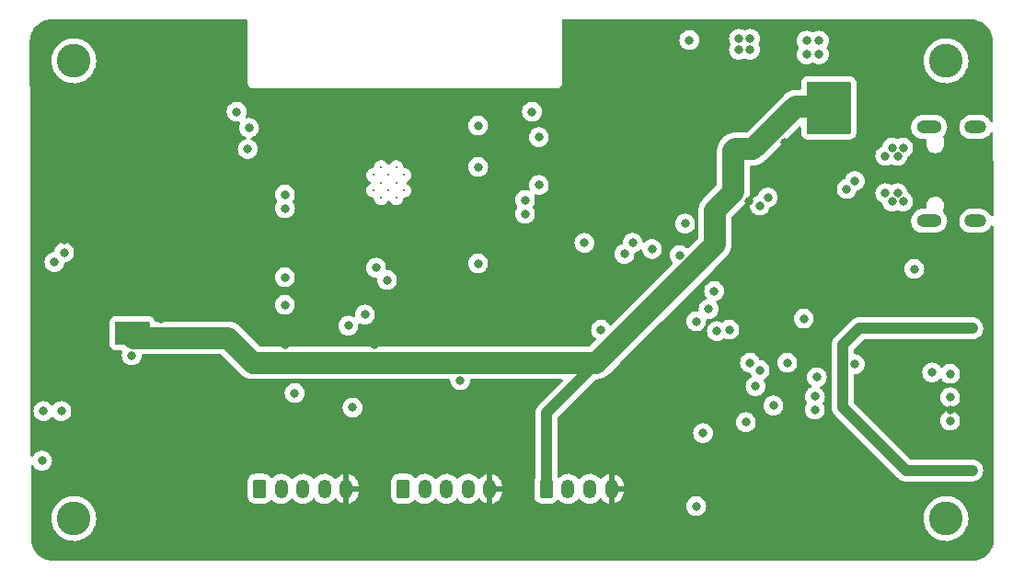
<source format=gbr>
%TF.GenerationSoftware,KiCad,Pcbnew,(6.0.8-1)-1*%
%TF.CreationDate,2023-01-11T13:53:08-05:00*%
%TF.ProjectId,smart-chessboard-controller,736d6172-742d-4636-9865-7373626f6172,C*%
%TF.SameCoordinates,Original*%
%TF.FileFunction,Copper,L3,Inr*%
%TF.FilePolarity,Positive*%
%FSLAX46Y46*%
G04 Gerber Fmt 4.6, Leading zero omitted, Abs format (unit mm)*
G04 Created by KiCad (PCBNEW (6.0.8-1)-1) date 2023-01-11 13:53:08*
%MOMM*%
%LPD*%
G01*
G04 APERTURE LIST*
G04 Aperture macros list*
%AMRoundRect*
0 Rectangle with rounded corners*
0 $1 Rounding radius*
0 $2 $3 $4 $5 $6 $7 $8 $9 X,Y pos of 4 corners*
0 Add a 4 corners polygon primitive as box body*
4,1,4,$2,$3,$4,$5,$6,$7,$8,$9,$2,$3,0*
0 Add four circle primitives for the rounded corners*
1,1,$1+$1,$2,$3*
1,1,$1+$1,$4,$5*
1,1,$1+$1,$6,$7*
1,1,$1+$1,$8,$9*
0 Add four rect primitives between the rounded corners*
20,1,$1+$1,$2,$3,$4,$5,0*
20,1,$1+$1,$4,$5,$6,$7,0*
20,1,$1+$1,$6,$7,$8,$9,0*
20,1,$1+$1,$8,$9,$2,$3,0*%
G04 Aperture macros list end*
%TA.AperFunction,ComponentPad*%
%ADD10C,3.100000*%
%TD*%
%TA.AperFunction,ComponentPad*%
%ADD11C,0.300000*%
%TD*%
%TA.AperFunction,ComponentPad*%
%ADD12RoundRect,0.250000X-0.350000X-0.625000X0.350000X-0.625000X0.350000X0.625000X-0.350000X0.625000X0*%
%TD*%
%TA.AperFunction,ComponentPad*%
%ADD13O,1.200000X1.750000*%
%TD*%
%TA.AperFunction,ComponentPad*%
%ADD14O,2.000000X1.200000*%
%TD*%
%TA.AperFunction,ComponentPad*%
%ADD15O,2.300000X1.200000*%
%TD*%
%TA.AperFunction,ViaPad*%
%ADD16C,0.800000*%
%TD*%
%TA.AperFunction,Conductor*%
%ADD17C,1.000000*%
%TD*%
%TA.AperFunction,Conductor*%
%ADD18C,2.000000*%
%TD*%
G04 APERTURE END LIST*
D10*
%TO.N,N/C*%
%TO.C,H8*%
X74168000Y-88138000D03*
%TD*%
%TO.N,N/C*%
%TO.C,H7*%
X154432000Y-88138000D03*
%TD*%
D11*
%TO.N,N/C*%
%TO.C,U2*%
X102446000Y-55798000D03*
X103846000Y-55798000D03*
X101746000Y-56498000D03*
X103146000Y-56498000D03*
X104546000Y-56498000D03*
X102446000Y-57198000D03*
X103846000Y-57198000D03*
X101746000Y-57898000D03*
X103146000Y-57898000D03*
X104546000Y-57898000D03*
X102446000Y-58598000D03*
X103846000Y-58598000D03*
%TD*%
D12*
%TO.N,3V3*%
%TO.C,J8*%
X104456000Y-85396000D03*
D13*
%TO.N,/SDA_DWC*%
X106456000Y-85396000D03*
%TO.N,/SCL_DWC*%
X108456000Y-85396000D03*
%TO.N,/W_MOVE*%
X110456000Y-85396000D03*
%TO.N,GND*%
X112456000Y-85396000D03*
%TD*%
D12*
%TO.N,3V3*%
%TO.C,J9*%
X91248000Y-85396000D03*
D13*
%TO.N,/SDA_DBC*%
X93248000Y-85396000D03*
%TO.N,/SCL_DBC*%
X95248000Y-85396000D03*
%TO.N,/B_MOVE*%
X97248000Y-85396000D03*
%TO.N,GND*%
X99248000Y-85396000D03*
%TD*%
D12*
%TO.N,5V*%
%TO.C,J5*%
X117648000Y-85396000D03*
D13*
%TO.N,/RX2*%
X119648000Y-85396000D03*
%TO.N,/TX2*%
X121648000Y-85396000D03*
%TO.N,GND*%
X123648000Y-85396000D03*
%TD*%
D10*
%TO.N,N/C*%
%TO.C,H6*%
X154432000Y-45974000D03*
%TD*%
%TO.N,N/C*%
%TO.C,H5*%
X74168000Y-45974000D03*
%TD*%
D14*
%TO.N,Net-(J1-PadS1)*%
%TO.C,J1*%
X157154000Y-60711000D03*
X157154000Y-52061000D03*
D15*
X152879000Y-60711000D03*
X152879000Y-52061000D03*
%TD*%
D16*
%TO.N,3V3*%
X136399000Y-43942000D03*
X94488000Y-76581000D03*
X136399000Y-44958000D03*
X130810000Y-44069000D03*
X109728000Y-75386500D03*
X90170000Y-54102000D03*
X151511000Y-65151000D03*
X153162000Y-74676000D03*
X73025000Y-78232000D03*
X89154000Y-50673000D03*
X135383000Y-44958000D03*
X79502000Y-73100500D03*
X141351000Y-69723000D03*
X135383000Y-43942000D03*
%TO.N,GND*%
X154686000Y-66421000D03*
X140716000Y-59690000D03*
X73279000Y-62484000D03*
X93472000Y-55372000D03*
X157226000Y-48260000D03*
X97917000Y-49403000D03*
X73279000Y-69469000D03*
X146558000Y-53086000D03*
X143510000Y-76073000D03*
X139573000Y-46101000D03*
X73279000Y-71501000D03*
X130683000Y-57785000D03*
X107061000Y-80518000D03*
X97485200Y-79679800D03*
X97917000Y-67183000D03*
X150749000Y-52451000D03*
X93599000Y-72136000D03*
X130683000Y-56642000D03*
X73279000Y-65532000D03*
X144272000Y-90805000D03*
X137160000Y-47625000D03*
X150622000Y-48641000D03*
X131699000Y-51689000D03*
X131826000Y-56642000D03*
X150749000Y-60325000D03*
X136271000Y-58928000D03*
X154813000Y-78105000D03*
X149606000Y-46990000D03*
X82169000Y-69723000D03*
X89154000Y-65913000D03*
X111379000Y-49403000D03*
X90043000Y-49098000D03*
X127000000Y-90805000D03*
X147066000Y-64770000D03*
X139573000Y-53467000D03*
X73279000Y-67564000D03*
X82169000Y-74549000D03*
X131826000Y-57785000D03*
X126746000Y-55880000D03*
X136017000Y-52070000D03*
X101828600Y-72136000D03*
%TO.N,/EN*%
X90297000Y-52146000D03*
X124841000Y-63754000D03*
X122682000Y-70739000D03*
X131445000Y-86995000D03*
%TO.N,5V*%
X79502000Y-71374000D03*
X142367000Y-51562000D03*
X78613000Y-70612000D03*
X142240000Y-48768000D03*
X142367000Y-50165000D03*
X143510000Y-50165000D03*
X135001000Y-54102000D03*
X143510000Y-51562000D03*
X143510000Y-48768000D03*
%TO.N,/SD_MISO*%
X154813000Y-79121000D03*
X142367000Y-78105000D03*
X115697000Y-58801000D03*
X139827000Y-73787000D03*
X131445000Y-69977000D03*
X138557000Y-77724000D03*
%TO.N,/SD_SCK*%
X133350000Y-70866000D03*
X142367000Y-76886500D03*
X115697000Y-60071000D03*
X154813000Y-76962000D03*
%TO.N,/SD_MOSI*%
X154813000Y-74803000D03*
X136906000Y-75946000D03*
X116332000Y-50673000D03*
X142544122Y-75107122D03*
X134493000Y-70739000D03*
X137287000Y-74462500D03*
%TO.N,/SD_SS*%
X132588000Y-68834000D03*
X121158000Y-62738000D03*
%TO.N,VBUS*%
X150495000Y-53975000D03*
X142748000Y-44107000D03*
X141605000Y-45377000D03*
X149987000Y-54737000D03*
X149987000Y-58166000D03*
X150495000Y-58928000D03*
X141605000Y-44107000D03*
X149479000Y-58928000D03*
X149479000Y-53975000D03*
X148844000Y-54737000D03*
X148844000Y-58166000D03*
X142748000Y-45377000D03*
%TO.N,/D_P*%
X146040232Y-57032768D03*
X137296768Y-59299232D03*
%TO.N,/D_N*%
X145297768Y-57775232D03*
X138039232Y-58556768D03*
%TO.N,/SD_DET*%
X146050000Y-73914000D03*
X132080000Y-80264000D03*
%TO.N,/ESP_RX*%
X116967000Y-57404000D03*
X116967000Y-53002500D03*
%TO.N,/IO0*%
X133096000Y-67183000D03*
X129921000Y-63881000D03*
X125603000Y-62738000D03*
%TO.N,/~{BUF_EN}*%
X71374000Y-78232000D03*
X73279000Y-63627000D03*
%TO.N,/RX2*%
X102997000Y-66167000D03*
X93599000Y-58293000D03*
%TO.N,/TX2*%
X101981000Y-65024000D03*
X93599000Y-59563000D03*
%TO.N,/W_MOVE*%
X93599000Y-68453000D03*
%TO.N,/B_MOVE*%
X93599000Y-65913000D03*
%TO.N,/RTS*%
X130429000Y-60960000D03*
X127381000Y-63308500D03*
%TO.N,/~{IO_INT}*%
X71247000Y-82804000D03*
X72390000Y-64516000D03*
%TO.N,Net-(J2-Pad8)*%
X136017000Y-79248000D03*
X136398000Y-73787000D03*
%TO.N,/~{I2C_RESET}*%
X99822000Y-77915500D03*
X111379000Y-64643000D03*
%TO.N,/~{I2C_SDA}*%
X99441000Y-70358000D03*
X111379000Y-55753000D03*
%TO.N,/~{I2C_SCL}*%
X100965000Y-69342000D03*
X111379000Y-51943000D03*
%TO.N,Net-(J2-Pad11)*%
X156845000Y-83693000D03*
X146050000Y-78994000D03*
X146050000Y-70993000D03*
X156845000Y-70612000D03*
%TD*%
D17*
%TO.N,5V*%
X117648000Y-78416742D02*
X122277742Y-73787000D01*
D18*
X135001000Y-54102000D02*
X134874000Y-54229000D01*
X133147000Y-59766000D02*
X133147000Y-62917742D01*
X79502000Y-71374000D02*
X79629000Y-71501000D01*
X90678000Y-73787000D02*
X122277742Y-73787000D01*
D17*
X117648000Y-85396000D02*
X117648000Y-78416742D01*
D18*
X134874000Y-58039000D02*
X133147000Y-59766000D01*
X135001000Y-54102000D02*
X136675258Y-54102000D01*
X79629000Y-71501000D02*
X88392000Y-71501000D01*
X134874000Y-54229000D02*
X134874000Y-58039000D01*
X140612258Y-50165000D02*
X143510000Y-50165000D01*
X88392000Y-71501000D02*
X90678000Y-73787000D01*
X133147000Y-62917742D02*
X122277742Y-73787000D01*
X136675258Y-54102000D02*
X140612258Y-50165000D01*
D17*
%TO.N,Net-(J2-Pad11)*%
X146431000Y-70612000D02*
X146050000Y-70993000D01*
X146050000Y-78994000D02*
X144907000Y-77851000D01*
X144907000Y-77851000D02*
X144907000Y-72136000D01*
X156845000Y-83693000D02*
X150749000Y-83693000D01*
X144907000Y-72136000D02*
X146050000Y-70993000D01*
X156845000Y-70612000D02*
X146431000Y-70612000D01*
X150749000Y-83693000D02*
X146050000Y-78994000D01*
%TD*%
%TA.AperFunction,Conductor*%
%TO.N,5V*%
G36*
X145611121Y-47899002D02*
G01*
X145657614Y-47952658D01*
X145669000Y-48005000D01*
X145669000Y-52579000D01*
X145648998Y-52647121D01*
X145595342Y-52693614D01*
X145543000Y-52705000D01*
X141731000Y-52705000D01*
X141662879Y-52684998D01*
X141616386Y-52631342D01*
X141605000Y-52579000D01*
X141605000Y-48005000D01*
X141625002Y-47936879D01*
X141678658Y-47890386D01*
X141731000Y-47879000D01*
X145543000Y-47879000D01*
X145611121Y-47899002D01*
G37*
%TD.AperFunction*%
%TD*%
%TA.AperFunction,Conductor*%
%TO.N,5V*%
G36*
X81095121Y-69997002D02*
G01*
X81141614Y-70050658D01*
X81153000Y-70103000D01*
X81153000Y-72010000D01*
X81132998Y-72078121D01*
X81079342Y-72124614D01*
X81027000Y-72136000D01*
X78104000Y-72136000D01*
X78035879Y-72115998D01*
X77989386Y-72062342D01*
X77978000Y-72010000D01*
X77978000Y-70103000D01*
X77998002Y-70034879D01*
X78051658Y-69988386D01*
X78104000Y-69977000D01*
X81027000Y-69977000D01*
X81095121Y-69997002D01*
G37*
%TD.AperFunction*%
%TD*%
%TA.AperFunction,Conductor*%
%TO.N,GND*%
G36*
X90109621Y-42146502D02*
G01*
X90156114Y-42200158D01*
X90167500Y-42252500D01*
X90167500Y-47997377D01*
X90167498Y-47998147D01*
X90167024Y-48075721D01*
X90169491Y-48084352D01*
X90175150Y-48104153D01*
X90178728Y-48120915D01*
X90182920Y-48150187D01*
X90186634Y-48158355D01*
X90186634Y-48158356D01*
X90193548Y-48173562D01*
X90199996Y-48191086D01*
X90207051Y-48215771D01*
X90211843Y-48223365D01*
X90211844Y-48223368D01*
X90222830Y-48240780D01*
X90230969Y-48255863D01*
X90243208Y-48282782D01*
X90249069Y-48289584D01*
X90259970Y-48302235D01*
X90271073Y-48317239D01*
X90284776Y-48338958D01*
X90291501Y-48344897D01*
X90291504Y-48344901D01*
X90306938Y-48358532D01*
X90318982Y-48370724D01*
X90332427Y-48386327D01*
X90332430Y-48386329D01*
X90338287Y-48393127D01*
X90345816Y-48398007D01*
X90345817Y-48398008D01*
X90359835Y-48407094D01*
X90374709Y-48418385D01*
X90387217Y-48429431D01*
X90393951Y-48435378D01*
X90420711Y-48447942D01*
X90435691Y-48456263D01*
X90452983Y-48467471D01*
X90452988Y-48467473D01*
X90460515Y-48472352D01*
X90469108Y-48474922D01*
X90469113Y-48474924D01*
X90485120Y-48479711D01*
X90502564Y-48486372D01*
X90517676Y-48493467D01*
X90517678Y-48493468D01*
X90525800Y-48497281D01*
X90534667Y-48498662D01*
X90534668Y-48498662D01*
X90537353Y-48499080D01*
X90555017Y-48501830D01*
X90571732Y-48505613D01*
X90591466Y-48511515D01*
X90591472Y-48511516D01*
X90600066Y-48514086D01*
X90609037Y-48514141D01*
X90609038Y-48514141D01*
X90619097Y-48514202D01*
X90634506Y-48514296D01*
X90635289Y-48514329D01*
X90636386Y-48514500D01*
X90667377Y-48514500D01*
X90668147Y-48514502D01*
X90741785Y-48514952D01*
X90741786Y-48514952D01*
X90745721Y-48514976D01*
X90747065Y-48514592D01*
X90748410Y-48514500D01*
X118607377Y-48514500D01*
X118608148Y-48514502D01*
X118685721Y-48514976D01*
X118714152Y-48506850D01*
X118730915Y-48503272D01*
X118731753Y-48503152D01*
X118760187Y-48499080D01*
X118783564Y-48488451D01*
X118801087Y-48482004D01*
X118825771Y-48474949D01*
X118833365Y-48470157D01*
X118833368Y-48470156D01*
X118850780Y-48459170D01*
X118865865Y-48451030D01*
X118892782Y-48438792D01*
X118912235Y-48422030D01*
X118927239Y-48410927D01*
X118948958Y-48397224D01*
X118954897Y-48390499D01*
X118954901Y-48390496D01*
X118968532Y-48375062D01*
X118980724Y-48363018D01*
X118996327Y-48349573D01*
X118996329Y-48349570D01*
X119003127Y-48343713D01*
X119017094Y-48322165D01*
X119028385Y-48307291D01*
X119039431Y-48294783D01*
X119039432Y-48294782D01*
X119045378Y-48288049D01*
X119057943Y-48261287D01*
X119066263Y-48246309D01*
X119077471Y-48229017D01*
X119077473Y-48229012D01*
X119082352Y-48221485D01*
X119084922Y-48212892D01*
X119084924Y-48212887D01*
X119089711Y-48196880D01*
X119096372Y-48179436D01*
X119103467Y-48164324D01*
X119103468Y-48164322D01*
X119107281Y-48156200D01*
X119111830Y-48126983D01*
X119115613Y-48110268D01*
X119121515Y-48090534D01*
X119121516Y-48090528D01*
X119124086Y-48081934D01*
X119124296Y-48047494D01*
X119124329Y-48046711D01*
X119124500Y-48045614D01*
X119124500Y-48014623D01*
X119124502Y-48013853D01*
X119124952Y-47940215D01*
X119124952Y-47940214D01*
X119124976Y-47936279D01*
X119124592Y-47934935D01*
X119124500Y-47933590D01*
X119124500Y-44069000D01*
X129896496Y-44069000D01*
X129897186Y-44075565D01*
X129909427Y-44192027D01*
X129916458Y-44258928D01*
X129975473Y-44440556D01*
X129978776Y-44446278D01*
X129978777Y-44446279D01*
X130012686Y-44505010D01*
X130070960Y-44605944D01*
X130075378Y-44610851D01*
X130075379Y-44610852D01*
X130133604Y-44675517D01*
X130198747Y-44747866D01*
X130353248Y-44860118D01*
X130359276Y-44862802D01*
X130359278Y-44862803D01*
X130521681Y-44935109D01*
X130527712Y-44937794D01*
X130591888Y-44951435D01*
X130708056Y-44976128D01*
X130708061Y-44976128D01*
X130714513Y-44977500D01*
X130905487Y-44977500D01*
X130911939Y-44976128D01*
X130911944Y-44976128D01*
X130997227Y-44958000D01*
X134469496Y-44958000D01*
X134470186Y-44964565D01*
X134488076Y-45134776D01*
X134489458Y-45147928D01*
X134548473Y-45329556D01*
X134551776Y-45335278D01*
X134551777Y-45335279D01*
X134575865Y-45377000D01*
X134643960Y-45494944D01*
X134648378Y-45499851D01*
X134648379Y-45499852D01*
X134714427Y-45573206D01*
X134771747Y-45636866D01*
X134926248Y-45749118D01*
X134932276Y-45751802D01*
X134932278Y-45751803D01*
X135094681Y-45824109D01*
X135100712Y-45826794D01*
X135194113Y-45846647D01*
X135281056Y-45865128D01*
X135281061Y-45865128D01*
X135287513Y-45866500D01*
X135478487Y-45866500D01*
X135484939Y-45865128D01*
X135484944Y-45865128D01*
X135571887Y-45846647D01*
X135665288Y-45826794D01*
X135839752Y-45749118D01*
X135910118Y-45739684D01*
X135942247Y-45749118D01*
X135942248Y-45749118D01*
X136116712Y-45826794D01*
X136210113Y-45846647D01*
X136297056Y-45865128D01*
X136297061Y-45865128D01*
X136303513Y-45866500D01*
X136494487Y-45866500D01*
X136500939Y-45865128D01*
X136500944Y-45865128D01*
X136587887Y-45846647D01*
X136681288Y-45826794D01*
X136687319Y-45824109D01*
X136849722Y-45751803D01*
X136849724Y-45751802D01*
X136855752Y-45749118D01*
X137010253Y-45636866D01*
X137067573Y-45573206D01*
X137133621Y-45499852D01*
X137133622Y-45499851D01*
X137138040Y-45494944D01*
X137206135Y-45377000D01*
X140691496Y-45377000D01*
X140692186Y-45383565D01*
X140695925Y-45419135D01*
X140711458Y-45566928D01*
X140770473Y-45748556D01*
X140865960Y-45913944D01*
X140870378Y-45918851D01*
X140870379Y-45918852D01*
X140922271Y-45976484D01*
X140993747Y-46055866D01*
X141148248Y-46168118D01*
X141154276Y-46170802D01*
X141154278Y-46170803D01*
X141302542Y-46236814D01*
X141322712Y-46245794D01*
X141416112Y-46265647D01*
X141503056Y-46284128D01*
X141503061Y-46284128D01*
X141509513Y-46285500D01*
X141700487Y-46285500D01*
X141706939Y-46284128D01*
X141706944Y-46284128D01*
X141793888Y-46265647D01*
X141887288Y-46245794D01*
X141907458Y-46236814D01*
X142055722Y-46170803D01*
X142055724Y-46170802D01*
X142061752Y-46168118D01*
X142102439Y-46138557D01*
X142169306Y-46114699D01*
X142238458Y-46130779D01*
X142250561Y-46138557D01*
X142291248Y-46168118D01*
X142297276Y-46170802D01*
X142297278Y-46170803D01*
X142445542Y-46236814D01*
X142465712Y-46245794D01*
X142559112Y-46265647D01*
X142646056Y-46284128D01*
X142646061Y-46284128D01*
X142652513Y-46285500D01*
X142843487Y-46285500D01*
X142849939Y-46284128D01*
X142849944Y-46284128D01*
X142936888Y-46265647D01*
X143030288Y-46245794D01*
X143050458Y-46236814D01*
X143198722Y-46170803D01*
X143198724Y-46170802D01*
X143204752Y-46168118D01*
X143359253Y-46055866D01*
X143430729Y-45976484D01*
X143452421Y-45952393D01*
X152368803Y-45952393D01*
X152384960Y-46232601D01*
X152385785Y-46236806D01*
X152385786Y-46236814D01*
X152395069Y-46284128D01*
X152438996Y-46508024D01*
X152440383Y-46512074D01*
X152440384Y-46512079D01*
X152528522Y-46769509D01*
X152529911Y-46773565D01*
X152656022Y-47024310D01*
X152658448Y-47027839D01*
X152658451Y-47027845D01*
X152767012Y-47185801D01*
X152814997Y-47255620D01*
X153003894Y-47463215D01*
X153007183Y-47465965D01*
X153215925Y-47640501D01*
X153215930Y-47640505D01*
X153219217Y-47643253D01*
X153244736Y-47659261D01*
X153453341Y-47790119D01*
X153453345Y-47790121D01*
X153456981Y-47792402D01*
X153712788Y-47907903D01*
X153716907Y-47909123D01*
X153977790Y-47986401D01*
X153977795Y-47986402D01*
X153981903Y-47987619D01*
X153986137Y-47988267D01*
X153986142Y-47988268D01*
X154230514Y-48025662D01*
X154259347Y-48030074D01*
X154402292Y-48032319D01*
X154535694Y-48034415D01*
X154535700Y-48034415D01*
X154539985Y-48034482D01*
X154818626Y-48000763D01*
X155090112Y-47929540D01*
X155094072Y-47927900D01*
X155094077Y-47927898D01*
X155305510Y-47840319D01*
X155349420Y-47822131D01*
X155400296Y-47792402D01*
X155588054Y-47682685D01*
X155588055Y-47682685D01*
X155591752Y-47680524D01*
X155812624Y-47507338D01*
X155817499Y-47502308D01*
X155927670Y-47388620D01*
X156007948Y-47305779D01*
X156010481Y-47302331D01*
X156010485Y-47302326D01*
X156171572Y-47083032D01*
X156174110Y-47079577D01*
X156308036Y-46832916D01*
X156407247Y-46570362D01*
X156469907Y-46296773D01*
X156474335Y-46247166D01*
X156494637Y-46019677D01*
X156494637Y-46019675D01*
X156494857Y-46017211D01*
X156495310Y-45974000D01*
X156493546Y-45948123D01*
X156476512Y-45698254D01*
X156476511Y-45698248D01*
X156476220Y-45693977D01*
X156470923Y-45668396D01*
X156420172Y-45423332D01*
X156419303Y-45419135D01*
X156325612Y-45154561D01*
X156322189Y-45147928D01*
X156198847Y-44908957D01*
X156198847Y-44908956D01*
X156196882Y-44905150D01*
X156186595Y-44890512D01*
X156096487Y-44762303D01*
X156035493Y-44675517D01*
X155844433Y-44469912D01*
X155627237Y-44292139D01*
X155387923Y-44145487D01*
X155371337Y-44138206D01*
X155134853Y-44034397D01*
X155130921Y-44032671D01*
X155111519Y-44027144D01*
X154865114Y-43956954D01*
X154865115Y-43956954D01*
X154860986Y-43955778D01*
X154655217Y-43926493D01*
X154587365Y-43916836D01*
X154587363Y-43916836D01*
X154583113Y-43916231D01*
X154578824Y-43916209D01*
X154578817Y-43916208D01*
X154306730Y-43914783D01*
X154306723Y-43914783D01*
X154302444Y-43914761D01*
X154298199Y-43915320D01*
X154298197Y-43915320D01*
X154235041Y-43923635D01*
X154024172Y-43951397D01*
X153753446Y-44025459D01*
X153495277Y-44135577D01*
X153369601Y-44210793D01*
X153258123Y-44277511D01*
X153258119Y-44277514D01*
X153254441Y-44279715D01*
X153035395Y-44455204D01*
X153032451Y-44458306D01*
X153032447Y-44458310D01*
X152887690Y-44610852D01*
X152842192Y-44658797D01*
X152678408Y-44886727D01*
X152547073Y-45134776D01*
X152545601Y-45138799D01*
X152545599Y-45138803D01*
X152527935Y-45187072D01*
X152450616Y-45398355D01*
X152449703Y-45402541D01*
X152449703Y-45402542D01*
X152399684Y-45631955D01*
X152390825Y-45672585D01*
X152368803Y-45952393D01*
X143452421Y-45952393D01*
X143482621Y-45918852D01*
X143482622Y-45918851D01*
X143487040Y-45913944D01*
X143582527Y-45748556D01*
X143641542Y-45566928D01*
X143657076Y-45419135D01*
X143660814Y-45383565D01*
X143661504Y-45377000D01*
X143657119Y-45335279D01*
X143642232Y-45193635D01*
X143642232Y-45193633D01*
X143641542Y-45187072D01*
X143582527Y-45005444D01*
X143566394Y-44977500D01*
X143516171Y-44890512D01*
X143487040Y-44840056D01*
X143474662Y-44826309D01*
X143443946Y-44762303D01*
X143452710Y-44691850D01*
X143474661Y-44657693D01*
X143487040Y-44643944D01*
X143582527Y-44478556D01*
X143641542Y-44296928D01*
X143652568Y-44192027D01*
X143660814Y-44113565D01*
X143661504Y-44107000D01*
X143641542Y-43917072D01*
X143582527Y-43735444D01*
X143557284Y-43691721D01*
X143545314Y-43670990D01*
X143487040Y-43570056D01*
X143482237Y-43564721D01*
X143363675Y-43433045D01*
X143363674Y-43433044D01*
X143359253Y-43428134D01*
X143204752Y-43315882D01*
X143198724Y-43313198D01*
X143198722Y-43313197D01*
X143036319Y-43240891D01*
X143036318Y-43240891D01*
X143030288Y-43238206D01*
X142919556Y-43214669D01*
X142849944Y-43199872D01*
X142849939Y-43199872D01*
X142843487Y-43198500D01*
X142652513Y-43198500D01*
X142646061Y-43199872D01*
X142646056Y-43199872D01*
X142576444Y-43214669D01*
X142465712Y-43238206D01*
X142459682Y-43240891D01*
X142459681Y-43240891D01*
X142297278Y-43313197D01*
X142297276Y-43313198D01*
X142291248Y-43315882D01*
X142285907Y-43319762D01*
X142285906Y-43319763D01*
X142250561Y-43345443D01*
X142183694Y-43369301D01*
X142114542Y-43353221D01*
X142102439Y-43345443D01*
X142067094Y-43319763D01*
X142067093Y-43319762D01*
X142061752Y-43315882D01*
X142055724Y-43313198D01*
X142055722Y-43313197D01*
X141893319Y-43240891D01*
X141893318Y-43240891D01*
X141887288Y-43238206D01*
X141776556Y-43214669D01*
X141706944Y-43199872D01*
X141706939Y-43199872D01*
X141700487Y-43198500D01*
X141509513Y-43198500D01*
X141503061Y-43199872D01*
X141503056Y-43199872D01*
X141433444Y-43214669D01*
X141322712Y-43238206D01*
X141316682Y-43240891D01*
X141316681Y-43240891D01*
X141154278Y-43313197D01*
X141154276Y-43313198D01*
X141148248Y-43315882D01*
X140993747Y-43428134D01*
X140989326Y-43433044D01*
X140989325Y-43433045D01*
X140870764Y-43564721D01*
X140865960Y-43570056D01*
X140807686Y-43670990D01*
X140795717Y-43691721D01*
X140770473Y-43735444D01*
X140711458Y-43917072D01*
X140691496Y-44107000D01*
X140692186Y-44113565D01*
X140700433Y-44192027D01*
X140711458Y-44296928D01*
X140770473Y-44478556D01*
X140865960Y-44643944D01*
X140878338Y-44657691D01*
X140909054Y-44721697D01*
X140900290Y-44792150D01*
X140878339Y-44826307D01*
X140865960Y-44840056D01*
X140836829Y-44890512D01*
X140786607Y-44977500D01*
X140770473Y-45005444D01*
X140711458Y-45187072D01*
X140710768Y-45193633D01*
X140710768Y-45193635D01*
X140695881Y-45335279D01*
X140691496Y-45377000D01*
X137206135Y-45377000D01*
X137230223Y-45335279D01*
X137230224Y-45335278D01*
X137233527Y-45329556D01*
X137292542Y-45147928D01*
X137293925Y-45134776D01*
X137311814Y-44964565D01*
X137312504Y-44958000D01*
X137311814Y-44951435D01*
X137293232Y-44774635D01*
X137293232Y-44774633D01*
X137292542Y-44768072D01*
X137233527Y-44586444D01*
X137191124Y-44513000D01*
X137174386Y-44444005D01*
X137191124Y-44387000D01*
X137230223Y-44319279D01*
X137230224Y-44319278D01*
X137233527Y-44313556D01*
X137292542Y-44131928D01*
X137312504Y-43942000D01*
X137292542Y-43752072D01*
X137233527Y-43570444D01*
X137138040Y-43405056D01*
X137109343Y-43373184D01*
X137014675Y-43268045D01*
X137014674Y-43268044D01*
X137010253Y-43263134D01*
X136907000Y-43188116D01*
X136861094Y-43154763D01*
X136861093Y-43154762D01*
X136855752Y-43150882D01*
X136849724Y-43148198D01*
X136849722Y-43148197D01*
X136687319Y-43075891D01*
X136687318Y-43075891D01*
X136681288Y-43073206D01*
X136587887Y-43053353D01*
X136500944Y-43034872D01*
X136500939Y-43034872D01*
X136494487Y-43033500D01*
X136303513Y-43033500D01*
X136297061Y-43034872D01*
X136297056Y-43034872D01*
X136210112Y-43053353D01*
X136116712Y-43073206D01*
X135942248Y-43150882D01*
X135871882Y-43160316D01*
X135839753Y-43150882D01*
X135839752Y-43150882D01*
X135665288Y-43073206D01*
X135571887Y-43053353D01*
X135484944Y-43034872D01*
X135484939Y-43034872D01*
X135478487Y-43033500D01*
X135287513Y-43033500D01*
X135281061Y-43034872D01*
X135281056Y-43034872D01*
X135194112Y-43053353D01*
X135100712Y-43073206D01*
X135094682Y-43075891D01*
X135094681Y-43075891D01*
X134932278Y-43148197D01*
X134932276Y-43148198D01*
X134926248Y-43150882D01*
X134920907Y-43154762D01*
X134920906Y-43154763D01*
X134875000Y-43188116D01*
X134771747Y-43263134D01*
X134767326Y-43268044D01*
X134767325Y-43268045D01*
X134672658Y-43373184D01*
X134643960Y-43405056D01*
X134548473Y-43570444D01*
X134489458Y-43752072D01*
X134469496Y-43942000D01*
X134489458Y-44131928D01*
X134548473Y-44313556D01*
X134551776Y-44319278D01*
X134551777Y-44319279D01*
X134590876Y-44387000D01*
X134607614Y-44455995D01*
X134590876Y-44513000D01*
X134548473Y-44586444D01*
X134489458Y-44768072D01*
X134488768Y-44774633D01*
X134488768Y-44774635D01*
X134470186Y-44951435D01*
X134469496Y-44958000D01*
X130997227Y-44958000D01*
X131028112Y-44951435D01*
X131092288Y-44937794D01*
X131098319Y-44935109D01*
X131260722Y-44862803D01*
X131260724Y-44862802D01*
X131266752Y-44860118D01*
X131421253Y-44747866D01*
X131486396Y-44675517D01*
X131544621Y-44610852D01*
X131544622Y-44610851D01*
X131549040Y-44605944D01*
X131607314Y-44505010D01*
X131641223Y-44446279D01*
X131641224Y-44446278D01*
X131644527Y-44440556D01*
X131703542Y-44258928D01*
X131710574Y-44192027D01*
X131722814Y-44075565D01*
X131723504Y-44069000D01*
X131707352Y-43915320D01*
X131704232Y-43885635D01*
X131704232Y-43885633D01*
X131703542Y-43879072D01*
X131644527Y-43697444D01*
X131549040Y-43532056D01*
X131421253Y-43390134D01*
X131266752Y-43277882D01*
X131260724Y-43275198D01*
X131260722Y-43275197D01*
X131098319Y-43202891D01*
X131098318Y-43202891D01*
X131092288Y-43200206D01*
X130998888Y-43180353D01*
X130911944Y-43161872D01*
X130911939Y-43161872D01*
X130905487Y-43160500D01*
X130714513Y-43160500D01*
X130708061Y-43161872D01*
X130708056Y-43161872D01*
X130621112Y-43180353D01*
X130527712Y-43200206D01*
X130521682Y-43202891D01*
X130521681Y-43202891D01*
X130359278Y-43275197D01*
X130359276Y-43275198D01*
X130353248Y-43277882D01*
X130198747Y-43390134D01*
X130070960Y-43532056D01*
X129975473Y-43697444D01*
X129916458Y-43879072D01*
X129915768Y-43885633D01*
X129915768Y-43885635D01*
X129912648Y-43915320D01*
X129896496Y-44069000D01*
X119124500Y-44069000D01*
X119124500Y-42252500D01*
X119144502Y-42184379D01*
X119198158Y-42137886D01*
X119250500Y-42126500D01*
X156666633Y-42126500D01*
X156686018Y-42128000D01*
X156700851Y-42130310D01*
X156700855Y-42130310D01*
X156709724Y-42131691D01*
X156718626Y-42130527D01*
X156718629Y-42130527D01*
X156726012Y-42129561D01*
X156750591Y-42128767D01*
X156777442Y-42130527D01*
X156972922Y-42143340D01*
X156989262Y-42145491D01*
X157111478Y-42169801D01*
X157233696Y-42194112D01*
X157249606Y-42198375D01*
X157485600Y-42278484D01*
X157500826Y-42284791D01*
X157724342Y-42395016D01*
X157738616Y-42403257D01*
X157945829Y-42541713D01*
X157958905Y-42551746D01*
X158146278Y-42716068D01*
X158157932Y-42727722D01*
X158322254Y-42915095D01*
X158332287Y-42928171D01*
X158470743Y-43135384D01*
X158478984Y-43149658D01*
X158589209Y-43373174D01*
X158595515Y-43388398D01*
X158675625Y-43624394D01*
X158679888Y-43640304D01*
X158702120Y-43752072D01*
X158728509Y-43884738D01*
X158730660Y-43901078D01*
X158744763Y-44116236D01*
X158743733Y-44139350D01*
X158743690Y-44142854D01*
X158742309Y-44151724D01*
X158743473Y-44160626D01*
X158743473Y-44160631D01*
X158746534Y-44184037D01*
X158747598Y-44200073D01*
X158764867Y-51464107D01*
X158745027Y-51532276D01*
X158691482Y-51578896D01*
X158621232Y-51589167D01*
X158556581Y-51559827D01*
X158524166Y-51516558D01*
X158521806Y-51511368D01*
X158519326Y-51505913D01*
X158412192Y-51354882D01*
X158400412Y-51338275D01*
X158400411Y-51338274D01*
X158396946Y-51333389D01*
X158244150Y-51187119D01*
X158066452Y-51072380D01*
X157972459Y-51034500D01*
X157875832Y-50995558D01*
X157875829Y-50995557D01*
X157870263Y-50993314D01*
X157662663Y-50952772D01*
X157657101Y-50952500D01*
X156701154Y-50952500D01*
X156543434Y-50967548D01*
X156340466Y-51027092D01*
X156335139Y-51029836D01*
X156335138Y-51029836D01*
X156157751Y-51121196D01*
X156157748Y-51121198D01*
X156152420Y-51123942D01*
X155986080Y-51254604D01*
X155982148Y-51259135D01*
X155982145Y-51259138D01*
X155913474Y-51338275D01*
X155847448Y-51414363D01*
X155844448Y-51419549D01*
X155844445Y-51419553D01*
X155779233Y-51532276D01*
X155741527Y-51597454D01*
X155672139Y-51797271D01*
X155641787Y-52006604D01*
X155651567Y-52217899D01*
X155652971Y-52223724D01*
X155652971Y-52223725D01*
X155676241Y-52320279D01*
X155701125Y-52423534D01*
X155703607Y-52428992D01*
X155703608Y-52428996D01*
X155747053Y-52524546D01*
X155788674Y-52616087D01*
X155861827Y-52719214D01*
X155889935Y-52758838D01*
X155911054Y-52788611D01*
X155948927Y-52824866D01*
X156053256Y-52924739D01*
X156063850Y-52934881D01*
X156241548Y-53049620D01*
X156283433Y-53066500D01*
X156432168Y-53126442D01*
X156432171Y-53126443D01*
X156437737Y-53128686D01*
X156645337Y-53169228D01*
X156650899Y-53169500D01*
X157606846Y-53169500D01*
X157764566Y-53154452D01*
X157967534Y-53094908D01*
X157981446Y-53087743D01*
X158150249Y-53000804D01*
X158150252Y-53000802D01*
X158155580Y-52998058D01*
X158321920Y-52867396D01*
X158325852Y-52862865D01*
X158325855Y-52862862D01*
X158456621Y-52712167D01*
X158460552Y-52707637D01*
X158463552Y-52702451D01*
X158463555Y-52702447D01*
X158508231Y-52625221D01*
X158532613Y-52583075D01*
X158584037Y-52534128D01*
X158653762Y-52520752D01*
X158719650Y-52547196D01*
X158760782Y-52605064D01*
X158767676Y-52645871D01*
X158779841Y-57762965D01*
X158785519Y-60151026D01*
X158785539Y-60159572D01*
X158765699Y-60227741D01*
X158712154Y-60274361D01*
X158641904Y-60284632D01*
X158577253Y-60255292D01*
X158544839Y-60212024D01*
X158521809Y-60161373D01*
X158521806Y-60161368D01*
X158519326Y-60155913D01*
X158396946Y-59983389D01*
X158244150Y-59837119D01*
X158066452Y-59722380D01*
X157965968Y-59681884D01*
X157875832Y-59645558D01*
X157875829Y-59645557D01*
X157870263Y-59643314D01*
X157662663Y-59602772D01*
X157657101Y-59602500D01*
X156701154Y-59602500D01*
X156543434Y-59617548D01*
X156340466Y-59677092D01*
X156335139Y-59679836D01*
X156335138Y-59679836D01*
X156157751Y-59771196D01*
X156157748Y-59771198D01*
X156152420Y-59773942D01*
X155986080Y-59904604D01*
X155982148Y-59909135D01*
X155982145Y-59909138D01*
X155913474Y-59988275D01*
X155847448Y-60064363D01*
X155844448Y-60069549D01*
X155844445Y-60069553D01*
X155764507Y-60207732D01*
X155741527Y-60247454D01*
X155672139Y-60447271D01*
X155671278Y-60453206D01*
X155671278Y-60453208D01*
X155652500Y-60582721D01*
X155641787Y-60656604D01*
X155651567Y-60867899D01*
X155652971Y-60873724D01*
X155652971Y-60873725D01*
X155668247Y-60937109D01*
X155701125Y-61073534D01*
X155703607Y-61078992D01*
X155703608Y-61078996D01*
X155747053Y-61174546D01*
X155788674Y-61266087D01*
X155911054Y-61438611D01*
X156063850Y-61584881D01*
X156241548Y-61699620D01*
X156247114Y-61701863D01*
X156432168Y-61776442D01*
X156432171Y-61776443D01*
X156437737Y-61778686D01*
X156645337Y-61819228D01*
X156650899Y-61819500D01*
X157606846Y-61819500D01*
X157764566Y-61804452D01*
X157967534Y-61744908D01*
X158051111Y-61701863D01*
X158150249Y-61650804D01*
X158150252Y-61650802D01*
X158155580Y-61648058D01*
X158321920Y-61517396D01*
X158325852Y-61512865D01*
X158325855Y-61512862D01*
X158456621Y-61362167D01*
X158460552Y-61357637D01*
X158463552Y-61352451D01*
X158463555Y-61352447D01*
X158553092Y-61197676D01*
X158604517Y-61148727D01*
X158674243Y-61135352D01*
X158740131Y-61161796D01*
X158781262Y-61219665D01*
X158788156Y-61260471D01*
X158856331Y-89938035D01*
X158854830Y-89957723D01*
X158852640Y-89971786D01*
X158852640Y-89971790D01*
X158851258Y-89980663D01*
X158852422Y-89989566D01*
X158853388Y-89996954D01*
X158854181Y-90021531D01*
X158839605Y-90243859D01*
X158837454Y-90260199D01*
X158788830Y-90504629D01*
X158784564Y-90520549D01*
X158704453Y-90756538D01*
X158698146Y-90771764D01*
X158587920Y-90995278D01*
X158579679Y-91009551D01*
X158441220Y-91216767D01*
X158431187Y-91229843D01*
X158266867Y-91417213D01*
X158255213Y-91428867D01*
X158067843Y-91593187D01*
X158054767Y-91603220D01*
X157847551Y-91741679D01*
X157833278Y-91749920D01*
X157609764Y-91860146D01*
X157594538Y-91866453D01*
X157358549Y-91946564D01*
X157342629Y-91950830D01*
X157098199Y-91999454D01*
X157081859Y-92001605D01*
X156866696Y-92015711D01*
X156843569Y-92014682D01*
X156840090Y-92014640D01*
X156831215Y-92013258D01*
X156812458Y-92015711D01*
X156799380Y-92017421D01*
X156783153Y-92018485D01*
X152462286Y-92022300D01*
X77026425Y-92022300D01*
X72310518Y-92018489D01*
X72291242Y-92016989D01*
X72281342Y-92015448D01*
X72276147Y-92014639D01*
X72276146Y-92014639D01*
X72267276Y-92013258D01*
X72250988Y-92015388D01*
X72226410Y-92016182D01*
X72181801Y-92013258D01*
X72004083Y-92001609D01*
X71987742Y-91999458D01*
X71822166Y-91966523D01*
X71743311Y-91950837D01*
X71727397Y-91946573D01*
X71609403Y-91906519D01*
X71491411Y-91866465D01*
X71476184Y-91860158D01*
X71252672Y-91749933D01*
X71238399Y-91741692D01*
X71031181Y-91603232D01*
X71018111Y-91593202D01*
X70830737Y-91428877D01*
X70819096Y-91417236D01*
X70654776Y-91229860D01*
X70644743Y-91216785D01*
X70506289Y-91009569D01*
X70498048Y-90995295D01*
X70387826Y-90771779D01*
X70381519Y-90756552D01*
X70335720Y-90621626D01*
X70301411Y-90520549D01*
X70297150Y-90504642D01*
X70297148Y-90504629D01*
X70248536Y-90260219D01*
X70246385Y-90243879D01*
X70232273Y-90028491D01*
X70233258Y-90006363D01*
X70233310Y-90002104D01*
X70234691Y-89993235D01*
X70230465Y-89960910D01*
X70229402Y-89944876D01*
X70225055Y-88116393D01*
X72104803Y-88116393D01*
X72120960Y-88396601D01*
X72121785Y-88400806D01*
X72121786Y-88400814D01*
X72132711Y-88456497D01*
X72174996Y-88672024D01*
X72176383Y-88676074D01*
X72176384Y-88676079D01*
X72264522Y-88933509D01*
X72265911Y-88937565D01*
X72392022Y-89188310D01*
X72394448Y-89191839D01*
X72394451Y-89191845D01*
X72503012Y-89349801D01*
X72550997Y-89419620D01*
X72739894Y-89627215D01*
X72743183Y-89629965D01*
X72951925Y-89804501D01*
X72951930Y-89804505D01*
X72955217Y-89807253D01*
X73010424Y-89841884D01*
X73189341Y-89954119D01*
X73189345Y-89954121D01*
X73192981Y-89956402D01*
X73448788Y-90071903D01*
X73452907Y-90073123D01*
X73713790Y-90150401D01*
X73713795Y-90150402D01*
X73717903Y-90151619D01*
X73722137Y-90152267D01*
X73722142Y-90152268D01*
X73966514Y-90189662D01*
X73995347Y-90194074D01*
X74138292Y-90196319D01*
X74271694Y-90198415D01*
X74271700Y-90198415D01*
X74275985Y-90198482D01*
X74554626Y-90164763D01*
X74826112Y-90093540D01*
X74830072Y-90091900D01*
X74830077Y-90091898D01*
X74999957Y-90021531D01*
X75085420Y-89986131D01*
X75094778Y-89980663D01*
X75324054Y-89846685D01*
X75324055Y-89846685D01*
X75327752Y-89844524D01*
X75548624Y-89671338D01*
X75743948Y-89469779D01*
X75746481Y-89466331D01*
X75746485Y-89466326D01*
X75907572Y-89247032D01*
X75910110Y-89243577D01*
X76044036Y-88996916D01*
X76143247Y-88734362D01*
X76205907Y-88460773D01*
X76230857Y-88181211D01*
X76231310Y-88138000D01*
X76229837Y-88116393D01*
X152368803Y-88116393D01*
X152384960Y-88396601D01*
X152385785Y-88400806D01*
X152385786Y-88400814D01*
X152396711Y-88456497D01*
X152438996Y-88672024D01*
X152440383Y-88676074D01*
X152440384Y-88676079D01*
X152528522Y-88933509D01*
X152529911Y-88937565D01*
X152656022Y-89188310D01*
X152658448Y-89191839D01*
X152658451Y-89191845D01*
X152767012Y-89349801D01*
X152814997Y-89419620D01*
X153003894Y-89627215D01*
X153007183Y-89629965D01*
X153215925Y-89804501D01*
X153215930Y-89804505D01*
X153219217Y-89807253D01*
X153274424Y-89841884D01*
X153453341Y-89954119D01*
X153453345Y-89954121D01*
X153456981Y-89956402D01*
X153712788Y-90071903D01*
X153716907Y-90073123D01*
X153977790Y-90150401D01*
X153977795Y-90150402D01*
X153981903Y-90151619D01*
X153986137Y-90152267D01*
X153986142Y-90152268D01*
X154230514Y-90189662D01*
X154259347Y-90194074D01*
X154402292Y-90196319D01*
X154535694Y-90198415D01*
X154535700Y-90198415D01*
X154539985Y-90198482D01*
X154818626Y-90164763D01*
X155090112Y-90093540D01*
X155094072Y-90091900D01*
X155094077Y-90091898D01*
X155263957Y-90021531D01*
X155349420Y-89986131D01*
X155358778Y-89980663D01*
X155588054Y-89846685D01*
X155588055Y-89846685D01*
X155591752Y-89844524D01*
X155812624Y-89671338D01*
X156007948Y-89469779D01*
X156010481Y-89466331D01*
X156010485Y-89466326D01*
X156171572Y-89247032D01*
X156174110Y-89243577D01*
X156308036Y-88996916D01*
X156407247Y-88734362D01*
X156469907Y-88460773D01*
X156494857Y-88181211D01*
X156495310Y-88138000D01*
X156493546Y-88112123D01*
X156476512Y-87862254D01*
X156476511Y-87862248D01*
X156476220Y-87857977D01*
X156470923Y-87832396D01*
X156420172Y-87587332D01*
X156419303Y-87583135D01*
X156325612Y-87318561D01*
X156315401Y-87298776D01*
X156198847Y-87072957D01*
X156198847Y-87072956D01*
X156196882Y-87069150D01*
X156186595Y-87054512D01*
X156037956Y-86843022D01*
X156035493Y-86839517D01*
X155928032Y-86723875D01*
X155847354Y-86637055D01*
X155847351Y-86637052D01*
X155844433Y-86633912D01*
X155627237Y-86456139D01*
X155387923Y-86309487D01*
X155365348Y-86299577D01*
X155134853Y-86198397D01*
X155130921Y-86196671D01*
X155111519Y-86191144D01*
X154892977Y-86128891D01*
X154860986Y-86119778D01*
X154636802Y-86087872D01*
X154587365Y-86080836D01*
X154587363Y-86080836D01*
X154583113Y-86080231D01*
X154578824Y-86080209D01*
X154578817Y-86080208D01*
X154306730Y-86078783D01*
X154306723Y-86078783D01*
X154302444Y-86078761D01*
X154298199Y-86079320D01*
X154298197Y-86079320D01*
X154243662Y-86086500D01*
X154024172Y-86115397D01*
X153753446Y-86189459D01*
X153495277Y-86299577D01*
X153385681Y-86365169D01*
X153258123Y-86441511D01*
X153258119Y-86441514D01*
X153254441Y-86443715D01*
X153035395Y-86619204D01*
X153032451Y-86622306D01*
X153032447Y-86622310D01*
X152879756Y-86783213D01*
X152842192Y-86822797D01*
X152678408Y-87050727D01*
X152547073Y-87298776D01*
X152545601Y-87302799D01*
X152545599Y-87302803D01*
X152505125Y-87413405D01*
X152450616Y-87562355D01*
X152449703Y-87566541D01*
X152449703Y-87566542D01*
X152402675Y-87782237D01*
X152390825Y-87836585D01*
X152368803Y-88116393D01*
X76229837Y-88116393D01*
X76229546Y-88112123D01*
X76212512Y-87862254D01*
X76212511Y-87862248D01*
X76212220Y-87857977D01*
X76206923Y-87832396D01*
X76156172Y-87587332D01*
X76155303Y-87583135D01*
X76061612Y-87318561D01*
X76051401Y-87298776D01*
X75934847Y-87072957D01*
X75934847Y-87072956D01*
X75932882Y-87069150D01*
X75922595Y-87054512D01*
X75880769Y-86995000D01*
X130531496Y-86995000D01*
X130532186Y-87001565D01*
X130539690Y-87072957D01*
X130551458Y-87184928D01*
X130610473Y-87366556D01*
X130705960Y-87531944D01*
X130710378Y-87536851D01*
X130710379Y-87536852D01*
X130829325Y-87668955D01*
X130833747Y-87673866D01*
X130988248Y-87786118D01*
X130994276Y-87788802D01*
X130994278Y-87788803D01*
X131156681Y-87861109D01*
X131162712Y-87863794D01*
X131256112Y-87883647D01*
X131343056Y-87902128D01*
X131343061Y-87902128D01*
X131349513Y-87903500D01*
X131540487Y-87903500D01*
X131546939Y-87902128D01*
X131546944Y-87902128D01*
X131633888Y-87883647D01*
X131727288Y-87863794D01*
X131733319Y-87861109D01*
X131895722Y-87788803D01*
X131895724Y-87788802D01*
X131901752Y-87786118D01*
X132056253Y-87673866D01*
X132060675Y-87668955D01*
X132179621Y-87536852D01*
X132179622Y-87536851D01*
X132184040Y-87531944D01*
X132279527Y-87366556D01*
X132338542Y-87184928D01*
X132350311Y-87072957D01*
X132357814Y-87001565D01*
X132358504Y-86995000D01*
X132338542Y-86805072D01*
X132279527Y-86623444D01*
X132275534Y-86616527D01*
X132213810Y-86509619D01*
X132184040Y-86458056D01*
X132162566Y-86434206D01*
X132060675Y-86321045D01*
X132060674Y-86321044D01*
X132056253Y-86316134D01*
X131901752Y-86203882D01*
X131895724Y-86201198D01*
X131895722Y-86201197D01*
X131733319Y-86128891D01*
X131733318Y-86128891D01*
X131727288Y-86126206D01*
X131633888Y-86106353D01*
X131546944Y-86087872D01*
X131546939Y-86087872D01*
X131540487Y-86086500D01*
X131349513Y-86086500D01*
X131343061Y-86087872D01*
X131343056Y-86087872D01*
X131256112Y-86106353D01*
X131162712Y-86126206D01*
X131156682Y-86128891D01*
X131156681Y-86128891D01*
X130994278Y-86201197D01*
X130994276Y-86201198D01*
X130988248Y-86203882D01*
X130833747Y-86316134D01*
X130829326Y-86321044D01*
X130829325Y-86321045D01*
X130727435Y-86434206D01*
X130705960Y-86458056D01*
X130676190Y-86509619D01*
X130614467Y-86616527D01*
X130610473Y-86623444D01*
X130551458Y-86805072D01*
X130531496Y-86995000D01*
X75880769Y-86995000D01*
X75773956Y-86843022D01*
X75771493Y-86839517D01*
X75664032Y-86723875D01*
X75583354Y-86637055D01*
X75583351Y-86637052D01*
X75580433Y-86633912D01*
X75363237Y-86456139D01*
X75123923Y-86309487D01*
X75101348Y-86299577D01*
X74870853Y-86198397D01*
X74866921Y-86196671D01*
X74847519Y-86191144D01*
X74628977Y-86128891D01*
X74596986Y-86119778D01*
X74372802Y-86087872D01*
X74323365Y-86080836D01*
X74323363Y-86080836D01*
X74319113Y-86080231D01*
X74314824Y-86080209D01*
X74314817Y-86080208D01*
X74042730Y-86078783D01*
X74042723Y-86078783D01*
X74038444Y-86078761D01*
X74034199Y-86079320D01*
X74034197Y-86079320D01*
X73979662Y-86086500D01*
X73760172Y-86115397D01*
X73489446Y-86189459D01*
X73231277Y-86299577D01*
X73121681Y-86365169D01*
X72994123Y-86441511D01*
X72994119Y-86441514D01*
X72990441Y-86443715D01*
X72771395Y-86619204D01*
X72768451Y-86622306D01*
X72768447Y-86622310D01*
X72615756Y-86783213D01*
X72578192Y-86822797D01*
X72414408Y-87050727D01*
X72283073Y-87298776D01*
X72281601Y-87302799D01*
X72281599Y-87302803D01*
X72241125Y-87413405D01*
X72186616Y-87562355D01*
X72185703Y-87566541D01*
X72185703Y-87566542D01*
X72138675Y-87782237D01*
X72126825Y-87836585D01*
X72104803Y-88116393D01*
X70225055Y-88116393D01*
X70220193Y-86071400D01*
X90139500Y-86071400D01*
X90139837Y-86074646D01*
X90139837Y-86074650D01*
X90145187Y-86126206D01*
X90150474Y-86177166D01*
X90206450Y-86344946D01*
X90299522Y-86495348D01*
X90424697Y-86620305D01*
X90430927Y-86624145D01*
X90430928Y-86624146D01*
X90568090Y-86708694D01*
X90575262Y-86713115D01*
X90611942Y-86725281D01*
X90736611Y-86766632D01*
X90736613Y-86766632D01*
X90743139Y-86768797D01*
X90749975Y-86769497D01*
X90749978Y-86769498D01*
X90788386Y-86773433D01*
X90847600Y-86779500D01*
X91648400Y-86779500D01*
X91651646Y-86779163D01*
X91651650Y-86779163D01*
X91747308Y-86769238D01*
X91747312Y-86769237D01*
X91754166Y-86768526D01*
X91760702Y-86766345D01*
X91760704Y-86766345D01*
X91896867Y-86720917D01*
X91921946Y-86712550D01*
X92072348Y-86619478D01*
X92197305Y-86494303D01*
X92229075Y-86442764D01*
X92281846Y-86395271D01*
X92351918Y-86383847D01*
X92417042Y-86412121D01*
X92435418Y-86431045D01*
X92441604Y-86438920D01*
X92446135Y-86442852D01*
X92446138Y-86442855D01*
X92531620Y-86517032D01*
X92601363Y-86577552D01*
X92606549Y-86580552D01*
X92606553Y-86580555D01*
X92706492Y-86638371D01*
X92784454Y-86683473D01*
X92984271Y-86752861D01*
X92990206Y-86753722D01*
X92990208Y-86753722D01*
X93187664Y-86782352D01*
X93187667Y-86782352D01*
X93193604Y-86783213D01*
X93404899Y-86773433D01*
X93536077Y-86741819D01*
X93604701Y-86725281D01*
X93604703Y-86725280D01*
X93610534Y-86723875D01*
X93615992Y-86721393D01*
X93615996Y-86721392D01*
X93731041Y-86669084D01*
X93803087Y-86636326D01*
X93975611Y-86513946D01*
X94121881Y-86361150D01*
X94133124Y-86343738D01*
X94142746Y-86328837D01*
X94196501Y-86282460D01*
X94266797Y-86272507D01*
X94331314Y-86302139D01*
X94347681Y-86319351D01*
X94441604Y-86438920D01*
X94446135Y-86442852D01*
X94446138Y-86442855D01*
X94531620Y-86517032D01*
X94601363Y-86577552D01*
X94606549Y-86580552D01*
X94606553Y-86580555D01*
X94706492Y-86638371D01*
X94784454Y-86683473D01*
X94984271Y-86752861D01*
X94990206Y-86753722D01*
X94990208Y-86753722D01*
X95187664Y-86782352D01*
X95187667Y-86782352D01*
X95193604Y-86783213D01*
X95404899Y-86773433D01*
X95536077Y-86741819D01*
X95604701Y-86725281D01*
X95604703Y-86725280D01*
X95610534Y-86723875D01*
X95615992Y-86721393D01*
X95615996Y-86721392D01*
X95731041Y-86669084D01*
X95803087Y-86636326D01*
X95975611Y-86513946D01*
X96121881Y-86361150D01*
X96133124Y-86343738D01*
X96142746Y-86328837D01*
X96196501Y-86282460D01*
X96266797Y-86272507D01*
X96331314Y-86302139D01*
X96347681Y-86319351D01*
X96441604Y-86438920D01*
X96446135Y-86442852D01*
X96446138Y-86442855D01*
X96531620Y-86517032D01*
X96601363Y-86577552D01*
X96606549Y-86580552D01*
X96606553Y-86580555D01*
X96706492Y-86638371D01*
X96784454Y-86683473D01*
X96984271Y-86752861D01*
X96990206Y-86753722D01*
X96990208Y-86753722D01*
X97187664Y-86782352D01*
X97187667Y-86782352D01*
X97193604Y-86783213D01*
X97404899Y-86773433D01*
X97536077Y-86741819D01*
X97604701Y-86725281D01*
X97604703Y-86725280D01*
X97610534Y-86723875D01*
X97615992Y-86721393D01*
X97615996Y-86721392D01*
X97731041Y-86669084D01*
X97803087Y-86636326D01*
X97975611Y-86513946D01*
X98121881Y-86361150D01*
X98125130Y-86356119D01*
X98125135Y-86356112D01*
X98143033Y-86328393D01*
X98196789Y-86282016D01*
X98267085Y-86272063D01*
X98331602Y-86301696D01*
X98347970Y-86318909D01*
X98438262Y-86433857D01*
X98446499Y-86442506D01*
X98597123Y-86573212D01*
X98606847Y-86580147D01*
X98779467Y-86680010D01*
X98790331Y-86684984D01*
X98978727Y-86750407D01*
X98979716Y-86750648D01*
X98990008Y-86749180D01*
X98994000Y-86735615D01*
X98994000Y-86731402D01*
X99502000Y-86731402D01*
X99505973Y-86744933D01*
X99515399Y-86746288D01*
X99604537Y-86724806D01*
X99615832Y-86720917D01*
X99797382Y-86638371D01*
X99807724Y-86632424D01*
X99970397Y-86517032D01*
X99979425Y-86509239D01*
X100117342Y-86365169D01*
X100124738Y-86355804D01*
X100232921Y-86188259D01*
X100238417Y-86177655D01*
X100281239Y-86071400D01*
X103347500Y-86071400D01*
X103347837Y-86074646D01*
X103347837Y-86074650D01*
X103353187Y-86126206D01*
X103358474Y-86177166D01*
X103414450Y-86344946D01*
X103507522Y-86495348D01*
X103632697Y-86620305D01*
X103638927Y-86624145D01*
X103638928Y-86624146D01*
X103776090Y-86708694D01*
X103783262Y-86713115D01*
X103819942Y-86725281D01*
X103944611Y-86766632D01*
X103944613Y-86766632D01*
X103951139Y-86768797D01*
X103957975Y-86769497D01*
X103957978Y-86769498D01*
X103996386Y-86773433D01*
X104055600Y-86779500D01*
X104856400Y-86779500D01*
X104859646Y-86779163D01*
X104859650Y-86779163D01*
X104955308Y-86769238D01*
X104955312Y-86769237D01*
X104962166Y-86768526D01*
X104968702Y-86766345D01*
X104968704Y-86766345D01*
X105104867Y-86720917D01*
X105129946Y-86712550D01*
X105280348Y-86619478D01*
X105405305Y-86494303D01*
X105437075Y-86442764D01*
X105489846Y-86395271D01*
X105559918Y-86383847D01*
X105625042Y-86412121D01*
X105643418Y-86431045D01*
X105649604Y-86438920D01*
X105654135Y-86442852D01*
X105654138Y-86442855D01*
X105739620Y-86517032D01*
X105809363Y-86577552D01*
X105814549Y-86580552D01*
X105814553Y-86580555D01*
X105914492Y-86638371D01*
X105992454Y-86683473D01*
X106192271Y-86752861D01*
X106198206Y-86753722D01*
X106198208Y-86753722D01*
X106395664Y-86782352D01*
X106395667Y-86782352D01*
X106401604Y-86783213D01*
X106612899Y-86773433D01*
X106744077Y-86741819D01*
X106812701Y-86725281D01*
X106812703Y-86725280D01*
X106818534Y-86723875D01*
X106823992Y-86721393D01*
X106823996Y-86721392D01*
X106939041Y-86669084D01*
X107011087Y-86636326D01*
X107183611Y-86513946D01*
X107329881Y-86361150D01*
X107341124Y-86343738D01*
X107350746Y-86328837D01*
X107404501Y-86282460D01*
X107474797Y-86272507D01*
X107539314Y-86302139D01*
X107555681Y-86319351D01*
X107649604Y-86438920D01*
X107654135Y-86442852D01*
X107654138Y-86442855D01*
X107739620Y-86517032D01*
X107809363Y-86577552D01*
X107814549Y-86580552D01*
X107814553Y-86580555D01*
X107914492Y-86638371D01*
X107992454Y-86683473D01*
X108192271Y-86752861D01*
X108198206Y-86753722D01*
X108198208Y-86753722D01*
X108395664Y-86782352D01*
X108395667Y-86782352D01*
X108401604Y-86783213D01*
X108612899Y-86773433D01*
X108744077Y-86741819D01*
X108812701Y-86725281D01*
X108812703Y-86725280D01*
X108818534Y-86723875D01*
X108823992Y-86721393D01*
X108823996Y-86721392D01*
X108939041Y-86669084D01*
X109011087Y-86636326D01*
X109183611Y-86513946D01*
X109329881Y-86361150D01*
X109341124Y-86343738D01*
X109350746Y-86328837D01*
X109404501Y-86282460D01*
X109474797Y-86272507D01*
X109539314Y-86302139D01*
X109555681Y-86319351D01*
X109649604Y-86438920D01*
X109654135Y-86442852D01*
X109654138Y-86442855D01*
X109739620Y-86517032D01*
X109809363Y-86577552D01*
X109814549Y-86580552D01*
X109814553Y-86580555D01*
X109914492Y-86638371D01*
X109992454Y-86683473D01*
X110192271Y-86752861D01*
X110198206Y-86753722D01*
X110198208Y-86753722D01*
X110395664Y-86782352D01*
X110395667Y-86782352D01*
X110401604Y-86783213D01*
X110612899Y-86773433D01*
X110744077Y-86741819D01*
X110812701Y-86725281D01*
X110812703Y-86725280D01*
X110818534Y-86723875D01*
X110823992Y-86721393D01*
X110823996Y-86721392D01*
X110939041Y-86669084D01*
X111011087Y-86636326D01*
X111183611Y-86513946D01*
X111329881Y-86361150D01*
X111333130Y-86356119D01*
X111333135Y-86356112D01*
X111351033Y-86328393D01*
X111404789Y-86282016D01*
X111475085Y-86272063D01*
X111539602Y-86301696D01*
X111555970Y-86318909D01*
X111646262Y-86433857D01*
X111654499Y-86442506D01*
X111805123Y-86573212D01*
X111814847Y-86580147D01*
X111987467Y-86680010D01*
X111998331Y-86684984D01*
X112186727Y-86750407D01*
X112187716Y-86750648D01*
X112198008Y-86749180D01*
X112202000Y-86735615D01*
X112202000Y-86731402D01*
X112710000Y-86731402D01*
X112713973Y-86744933D01*
X112723399Y-86746288D01*
X112812537Y-86724806D01*
X112823832Y-86720917D01*
X113005382Y-86638371D01*
X113015724Y-86632424D01*
X113178397Y-86517032D01*
X113187425Y-86509239D01*
X113325342Y-86365169D01*
X113332738Y-86355804D01*
X113440921Y-86188259D01*
X113446417Y-86177655D01*
X113520961Y-85992688D01*
X113524355Y-85981230D01*
X113562857Y-85784072D01*
X113563934Y-85775209D01*
X113564000Y-85772500D01*
X113564000Y-85668115D01*
X113559525Y-85652876D01*
X113558135Y-85651671D01*
X113550452Y-85650000D01*
X112728115Y-85650000D01*
X112712876Y-85654475D01*
X112711671Y-85655865D01*
X112710000Y-85663548D01*
X112710000Y-86731402D01*
X112202000Y-86731402D01*
X112202000Y-85123885D01*
X112710000Y-85123885D01*
X112714475Y-85139124D01*
X112715865Y-85140329D01*
X112723548Y-85142000D01*
X113545885Y-85142000D01*
X113561124Y-85137525D01*
X113562329Y-85136135D01*
X113564000Y-85128452D01*
X113564000Y-85071168D01*
X113563715Y-85065192D01*
X113549529Y-84916506D01*
X113547270Y-84904772D01*
X113491128Y-84713401D01*
X113486698Y-84702325D01*
X113395381Y-84525022D01*
X113388931Y-84514976D01*
X113265738Y-84358143D01*
X113257501Y-84349494D01*
X113106877Y-84218788D01*
X113097153Y-84211853D01*
X112924533Y-84111990D01*
X112913669Y-84107016D01*
X112725273Y-84041593D01*
X112724284Y-84041352D01*
X112713992Y-84042820D01*
X112710000Y-84056385D01*
X112710000Y-85123885D01*
X112202000Y-85123885D01*
X112202000Y-84060598D01*
X112198027Y-84047067D01*
X112188601Y-84045712D01*
X112099463Y-84067194D01*
X112088168Y-84071083D01*
X111906618Y-84153629D01*
X111896276Y-84159576D01*
X111733603Y-84274968D01*
X111724575Y-84282761D01*
X111586658Y-84426831D01*
X111579259Y-84436200D01*
X111561582Y-84463577D01*
X111507828Y-84509955D01*
X111437532Y-84519909D01*
X111373015Y-84490278D01*
X111356644Y-84473063D01*
X111348867Y-84463163D01*
X111262396Y-84353080D01*
X111257865Y-84349148D01*
X111257862Y-84349145D01*
X111107167Y-84218379D01*
X111102637Y-84214448D01*
X111097451Y-84211448D01*
X111097447Y-84211445D01*
X110924742Y-84111533D01*
X110919546Y-84108527D01*
X110719729Y-84039139D01*
X110713794Y-84038278D01*
X110713792Y-84038278D01*
X110516336Y-84009648D01*
X110516333Y-84009648D01*
X110510396Y-84008787D01*
X110299101Y-84018567D01*
X110186466Y-84045712D01*
X110099299Y-84066719D01*
X110099297Y-84066720D01*
X110093466Y-84068125D01*
X110088008Y-84070607D01*
X110088004Y-84070608D01*
X109996990Y-84111990D01*
X109900913Y-84155674D01*
X109728389Y-84278054D01*
X109582119Y-84430850D01*
X109578866Y-84435888D01*
X109561254Y-84463163D01*
X109507499Y-84509540D01*
X109437203Y-84519493D01*
X109372686Y-84489861D01*
X109356317Y-84472647D01*
X109349193Y-84463577D01*
X109262396Y-84353080D01*
X109257865Y-84349148D01*
X109257862Y-84349145D01*
X109107167Y-84218379D01*
X109102637Y-84214448D01*
X109097451Y-84211448D01*
X109097447Y-84211445D01*
X108924742Y-84111533D01*
X108919546Y-84108527D01*
X108719729Y-84039139D01*
X108713794Y-84038278D01*
X108713792Y-84038278D01*
X108516336Y-84009648D01*
X108516333Y-84009648D01*
X108510396Y-84008787D01*
X108299101Y-84018567D01*
X108186466Y-84045712D01*
X108099299Y-84066719D01*
X108099297Y-84066720D01*
X108093466Y-84068125D01*
X108088008Y-84070607D01*
X108088004Y-84070608D01*
X107996990Y-84111990D01*
X107900913Y-84155674D01*
X107728389Y-84278054D01*
X107582119Y-84430850D01*
X107578866Y-84435888D01*
X107561254Y-84463163D01*
X107507499Y-84509540D01*
X107437203Y-84519493D01*
X107372686Y-84489861D01*
X107356317Y-84472647D01*
X107349193Y-84463577D01*
X107262396Y-84353080D01*
X107257865Y-84349148D01*
X107257862Y-84349145D01*
X107107167Y-84218379D01*
X107102637Y-84214448D01*
X107097451Y-84211448D01*
X107097447Y-84211445D01*
X106924742Y-84111533D01*
X106919546Y-84108527D01*
X106719729Y-84039139D01*
X106713794Y-84038278D01*
X106713792Y-84038278D01*
X106516336Y-84009648D01*
X106516333Y-84009648D01*
X106510396Y-84008787D01*
X106299101Y-84018567D01*
X106186466Y-84045712D01*
X106099299Y-84066719D01*
X106099297Y-84066720D01*
X106093466Y-84068125D01*
X106088008Y-84070607D01*
X106088004Y-84070608D01*
X105996990Y-84111990D01*
X105900913Y-84155674D01*
X105728389Y-84278054D01*
X105724247Y-84282381D01*
X105724241Y-84282386D01*
X105637194Y-84373317D01*
X105575639Y-84408694D01*
X105504730Y-84405175D01*
X105446979Y-84363879D01*
X105439032Y-84352491D01*
X105404478Y-84296652D01*
X105367437Y-84259675D01*
X105284483Y-84176866D01*
X105279303Y-84171695D01*
X105273072Y-84167854D01*
X105134968Y-84082725D01*
X105134966Y-84082724D01*
X105128738Y-84078885D01*
X105020005Y-84042820D01*
X104967389Y-84025368D01*
X104967387Y-84025368D01*
X104960861Y-84023203D01*
X104954025Y-84022503D01*
X104954022Y-84022502D01*
X104910969Y-84018091D01*
X104856400Y-84012500D01*
X104055600Y-84012500D01*
X104052354Y-84012837D01*
X104052350Y-84012837D01*
X103956692Y-84022762D01*
X103956688Y-84022763D01*
X103949834Y-84023474D01*
X103943298Y-84025655D01*
X103943296Y-84025655D01*
X103879117Y-84047067D01*
X103782054Y-84079450D01*
X103631652Y-84172522D01*
X103506695Y-84297697D01*
X103502855Y-84303927D01*
X103502854Y-84303928D01*
X103422506Y-84434277D01*
X103413885Y-84448262D01*
X103358203Y-84616139D01*
X103357503Y-84622975D01*
X103357502Y-84622978D01*
X103356609Y-84631697D01*
X103347500Y-84720600D01*
X103347500Y-86071400D01*
X100281239Y-86071400D01*
X100312961Y-85992688D01*
X100316355Y-85981230D01*
X100354857Y-85784072D01*
X100355934Y-85775209D01*
X100356000Y-85772500D01*
X100356000Y-85668115D01*
X100351525Y-85652876D01*
X100350135Y-85651671D01*
X100342452Y-85650000D01*
X99520115Y-85650000D01*
X99504876Y-85654475D01*
X99503671Y-85655865D01*
X99502000Y-85663548D01*
X99502000Y-86731402D01*
X98994000Y-86731402D01*
X98994000Y-85123885D01*
X99502000Y-85123885D01*
X99506475Y-85139124D01*
X99507865Y-85140329D01*
X99515548Y-85142000D01*
X100337885Y-85142000D01*
X100353124Y-85137525D01*
X100354329Y-85136135D01*
X100356000Y-85128452D01*
X100356000Y-85071168D01*
X100355715Y-85065192D01*
X100341529Y-84916506D01*
X100339270Y-84904772D01*
X100283128Y-84713401D01*
X100278698Y-84702325D01*
X100187381Y-84525022D01*
X100180931Y-84514976D01*
X100057738Y-84358143D01*
X100049501Y-84349494D01*
X99898877Y-84218788D01*
X99889153Y-84211853D01*
X99716533Y-84111990D01*
X99705669Y-84107016D01*
X99517273Y-84041593D01*
X99516284Y-84041352D01*
X99505992Y-84042820D01*
X99502000Y-84056385D01*
X99502000Y-85123885D01*
X98994000Y-85123885D01*
X98994000Y-84060598D01*
X98990027Y-84047067D01*
X98980601Y-84045712D01*
X98891463Y-84067194D01*
X98880168Y-84071083D01*
X98698618Y-84153629D01*
X98688276Y-84159576D01*
X98525603Y-84274968D01*
X98516575Y-84282761D01*
X98378658Y-84426831D01*
X98371259Y-84436200D01*
X98353582Y-84463577D01*
X98299828Y-84509955D01*
X98229532Y-84519909D01*
X98165015Y-84490278D01*
X98148644Y-84473063D01*
X98140867Y-84463163D01*
X98054396Y-84353080D01*
X98049865Y-84349148D01*
X98049862Y-84349145D01*
X97899167Y-84218379D01*
X97894637Y-84214448D01*
X97889451Y-84211448D01*
X97889447Y-84211445D01*
X97716742Y-84111533D01*
X97711546Y-84108527D01*
X97511729Y-84039139D01*
X97505794Y-84038278D01*
X97505792Y-84038278D01*
X97308336Y-84009648D01*
X97308333Y-84009648D01*
X97302396Y-84008787D01*
X97091101Y-84018567D01*
X96978466Y-84045712D01*
X96891299Y-84066719D01*
X96891297Y-84066720D01*
X96885466Y-84068125D01*
X96880008Y-84070607D01*
X96880004Y-84070608D01*
X96788990Y-84111990D01*
X96692913Y-84155674D01*
X96520389Y-84278054D01*
X96374119Y-84430850D01*
X96370866Y-84435888D01*
X96353254Y-84463163D01*
X96299499Y-84509540D01*
X96229203Y-84519493D01*
X96164686Y-84489861D01*
X96148317Y-84472647D01*
X96141193Y-84463577D01*
X96054396Y-84353080D01*
X96049865Y-84349148D01*
X96049862Y-84349145D01*
X95899167Y-84218379D01*
X95894637Y-84214448D01*
X95889451Y-84211448D01*
X95889447Y-84211445D01*
X95716742Y-84111533D01*
X95711546Y-84108527D01*
X95511729Y-84039139D01*
X95505794Y-84038278D01*
X95505792Y-84038278D01*
X95308336Y-84009648D01*
X95308333Y-84009648D01*
X95302396Y-84008787D01*
X95091101Y-84018567D01*
X94978466Y-84045712D01*
X94891299Y-84066719D01*
X94891297Y-84066720D01*
X94885466Y-84068125D01*
X94880008Y-84070607D01*
X94880004Y-84070608D01*
X94788990Y-84111990D01*
X94692913Y-84155674D01*
X94520389Y-84278054D01*
X94374119Y-84430850D01*
X94370866Y-84435888D01*
X94353254Y-84463163D01*
X94299499Y-84509540D01*
X94229203Y-84519493D01*
X94164686Y-84489861D01*
X94148317Y-84472647D01*
X94141193Y-84463577D01*
X94054396Y-84353080D01*
X94049865Y-84349148D01*
X94049862Y-84349145D01*
X93899167Y-84218379D01*
X93894637Y-84214448D01*
X93889451Y-84211448D01*
X93889447Y-84211445D01*
X93716742Y-84111533D01*
X93711546Y-84108527D01*
X93511729Y-84039139D01*
X93505794Y-84038278D01*
X93505792Y-84038278D01*
X93308336Y-84009648D01*
X93308333Y-84009648D01*
X93302396Y-84008787D01*
X93091101Y-84018567D01*
X92978466Y-84045712D01*
X92891299Y-84066719D01*
X92891297Y-84066720D01*
X92885466Y-84068125D01*
X92880008Y-84070607D01*
X92880004Y-84070608D01*
X92788990Y-84111990D01*
X92692913Y-84155674D01*
X92520389Y-84278054D01*
X92516247Y-84282381D01*
X92516241Y-84282386D01*
X92429194Y-84373317D01*
X92367639Y-84408694D01*
X92296730Y-84405175D01*
X92238979Y-84363879D01*
X92231032Y-84352491D01*
X92196478Y-84296652D01*
X92159437Y-84259675D01*
X92076483Y-84176866D01*
X92071303Y-84171695D01*
X92065072Y-84167854D01*
X91926968Y-84082725D01*
X91926966Y-84082724D01*
X91920738Y-84078885D01*
X91812005Y-84042820D01*
X91759389Y-84025368D01*
X91759387Y-84025368D01*
X91752861Y-84023203D01*
X91746025Y-84022503D01*
X91746022Y-84022502D01*
X91702969Y-84018091D01*
X91648400Y-84012500D01*
X90847600Y-84012500D01*
X90844354Y-84012837D01*
X90844350Y-84012837D01*
X90748692Y-84022762D01*
X90748688Y-84022763D01*
X90741834Y-84023474D01*
X90735298Y-84025655D01*
X90735296Y-84025655D01*
X90671117Y-84047067D01*
X90574054Y-84079450D01*
X90423652Y-84172522D01*
X90298695Y-84297697D01*
X90294855Y-84303927D01*
X90294854Y-84303928D01*
X90214506Y-84434277D01*
X90205885Y-84448262D01*
X90150203Y-84616139D01*
X90149503Y-84622975D01*
X90149502Y-84622978D01*
X90148609Y-84631697D01*
X90139500Y-84720600D01*
X90139500Y-86071400D01*
X70220193Y-86071400D01*
X70213609Y-83301651D01*
X70233449Y-83233482D01*
X70286994Y-83186862D01*
X70357244Y-83176591D01*
X70421895Y-83205931D01*
X70448727Y-83238350D01*
X70507960Y-83340944D01*
X70635747Y-83482866D01*
X70790248Y-83595118D01*
X70796276Y-83597802D01*
X70796278Y-83597803D01*
X70958681Y-83670109D01*
X70964712Y-83672794D01*
X71058113Y-83692647D01*
X71145056Y-83711128D01*
X71145061Y-83711128D01*
X71151513Y-83712500D01*
X71342487Y-83712500D01*
X71348939Y-83711128D01*
X71348944Y-83711128D01*
X71435887Y-83692647D01*
X71529288Y-83672794D01*
X71535319Y-83670109D01*
X71697722Y-83597803D01*
X71697724Y-83597802D01*
X71703752Y-83595118D01*
X71858253Y-83482866D01*
X71986040Y-83340944D01*
X72063990Y-83205931D01*
X72078223Y-83181279D01*
X72078224Y-83181278D01*
X72081527Y-83175556D01*
X72140542Y-82993928D01*
X72160504Y-82804000D01*
X72156044Y-82761567D01*
X72141232Y-82620635D01*
X72141232Y-82620633D01*
X72140542Y-82614072D01*
X72081527Y-82432444D01*
X72075914Y-82422721D01*
X71989341Y-82272774D01*
X71986040Y-82267056D01*
X71858253Y-82125134D01*
X71703752Y-82012882D01*
X71697724Y-82010198D01*
X71697722Y-82010197D01*
X71535319Y-81937891D01*
X71535318Y-81937891D01*
X71529288Y-81935206D01*
X71435888Y-81915353D01*
X71348944Y-81896872D01*
X71348939Y-81896872D01*
X71342487Y-81895500D01*
X71151513Y-81895500D01*
X71145061Y-81896872D01*
X71145056Y-81896872D01*
X71058112Y-81915353D01*
X70964712Y-81935206D01*
X70958682Y-81937891D01*
X70958681Y-81937891D01*
X70796278Y-82010197D01*
X70796276Y-82010198D01*
X70790248Y-82012882D01*
X70635747Y-82125134D01*
X70507960Y-82267056D01*
X70504659Y-82272774D01*
X70446373Y-82373728D01*
X70394991Y-82422721D01*
X70325277Y-82436157D01*
X70259366Y-82409771D01*
X70218184Y-82351939D01*
X70211254Y-82311028D01*
X70201557Y-78232000D01*
X70460496Y-78232000D01*
X70461186Y-78238565D01*
X70478956Y-78407633D01*
X70480458Y-78421928D01*
X70539473Y-78603556D01*
X70634960Y-78768944D01*
X70639378Y-78773851D01*
X70639379Y-78773852D01*
X70693966Y-78834477D01*
X70762747Y-78910866D01*
X70845664Y-78971109D01*
X70902122Y-79012128D01*
X70917248Y-79023118D01*
X70923276Y-79025802D01*
X70923278Y-79025803D01*
X70995756Y-79058072D01*
X71091712Y-79100794D01*
X71155888Y-79114435D01*
X71272056Y-79139128D01*
X71272061Y-79139128D01*
X71278513Y-79140500D01*
X71469487Y-79140500D01*
X71475939Y-79139128D01*
X71475944Y-79139128D01*
X71592112Y-79114435D01*
X71656288Y-79100794D01*
X71752244Y-79058072D01*
X71824722Y-79025803D01*
X71824724Y-79025802D01*
X71830752Y-79023118D01*
X71845879Y-79012128D01*
X71902336Y-78971109D01*
X71985253Y-78910866D01*
X72054034Y-78834477D01*
X72105864Y-78776914D01*
X72166310Y-78739674D01*
X72237294Y-78741026D01*
X72293136Y-78776914D01*
X72344966Y-78834477D01*
X72413747Y-78910866D01*
X72496664Y-78971109D01*
X72553122Y-79012128D01*
X72568248Y-79023118D01*
X72574276Y-79025802D01*
X72574278Y-79025803D01*
X72646756Y-79058072D01*
X72742712Y-79100794D01*
X72806888Y-79114435D01*
X72923056Y-79139128D01*
X72923061Y-79139128D01*
X72929513Y-79140500D01*
X73120487Y-79140500D01*
X73126939Y-79139128D01*
X73126944Y-79139128D01*
X73243112Y-79114435D01*
X73307288Y-79100794D01*
X73403244Y-79058072D01*
X73475722Y-79025803D01*
X73475724Y-79025802D01*
X73481752Y-79023118D01*
X73496879Y-79012128D01*
X73553336Y-78971109D01*
X73636253Y-78910866D01*
X73705034Y-78834477D01*
X73759621Y-78773852D01*
X73759622Y-78773851D01*
X73764040Y-78768944D01*
X73859527Y-78603556D01*
X73918542Y-78421928D01*
X73920045Y-78407633D01*
X73937814Y-78238565D01*
X73938504Y-78232000D01*
X73936599Y-78213872D01*
X73919232Y-78048635D01*
X73919232Y-78048633D01*
X73918542Y-78042072D01*
X73877416Y-77915500D01*
X98908496Y-77915500D01*
X98909186Y-77922065D01*
X98922405Y-78047833D01*
X98928458Y-78105428D01*
X98987473Y-78287056D01*
X98990776Y-78292778D01*
X98990777Y-78292779D01*
X99006739Y-78320426D01*
X99082960Y-78452444D01*
X99087378Y-78457351D01*
X99087379Y-78457352D01*
X99184532Y-78565251D01*
X99210747Y-78594366D01*
X99365248Y-78706618D01*
X99371276Y-78709302D01*
X99371278Y-78709303D01*
X99523136Y-78776914D01*
X99539712Y-78784294D01*
X99633112Y-78804147D01*
X99720056Y-78822628D01*
X99720061Y-78822628D01*
X99726513Y-78824000D01*
X99917487Y-78824000D01*
X99923939Y-78822628D01*
X99923944Y-78822628D01*
X100010888Y-78804147D01*
X100104288Y-78784294D01*
X100120864Y-78776914D01*
X100272722Y-78709303D01*
X100272724Y-78709302D01*
X100278752Y-78706618D01*
X100433253Y-78594366D01*
X100459468Y-78565251D01*
X100556621Y-78457352D01*
X100556622Y-78457351D01*
X100561040Y-78452444D01*
X100637261Y-78320426D01*
X100653223Y-78292779D01*
X100653224Y-78292778D01*
X100656527Y-78287056D01*
X100715542Y-78105428D01*
X100721596Y-78047833D01*
X100734814Y-77922065D01*
X100735504Y-77915500D01*
X100730378Y-77866729D01*
X100716232Y-77732135D01*
X100716232Y-77732133D01*
X100715542Y-77725572D01*
X100656527Y-77543944D01*
X100650828Y-77534072D01*
X100583656Y-77417728D01*
X100561040Y-77378556D01*
X100549637Y-77365891D01*
X100437675Y-77241545D01*
X100437674Y-77241544D01*
X100433253Y-77236634D01*
X100278752Y-77124382D01*
X100272724Y-77121698D01*
X100272722Y-77121697D01*
X100110319Y-77049391D01*
X100110318Y-77049391D01*
X100104288Y-77046706D01*
X100010888Y-77026853D01*
X99923944Y-77008372D01*
X99923939Y-77008372D01*
X99917487Y-77007000D01*
X99726513Y-77007000D01*
X99720061Y-77008372D01*
X99720056Y-77008372D01*
X99633112Y-77026853D01*
X99539712Y-77046706D01*
X99533682Y-77049391D01*
X99533681Y-77049391D01*
X99371278Y-77121697D01*
X99371276Y-77121698D01*
X99365248Y-77124382D01*
X99210747Y-77236634D01*
X99206326Y-77241544D01*
X99206325Y-77241545D01*
X99094364Y-77365891D01*
X99082960Y-77378556D01*
X99060344Y-77417728D01*
X98993173Y-77534072D01*
X98987473Y-77543944D01*
X98928458Y-77725572D01*
X98927768Y-77732133D01*
X98927768Y-77732135D01*
X98913622Y-77866729D01*
X98908496Y-77915500D01*
X73877416Y-77915500D01*
X73859527Y-77860444D01*
X73855340Y-77853191D01*
X73787169Y-77735116D01*
X73764040Y-77695056D01*
X73718744Y-77644749D01*
X73640675Y-77558045D01*
X73640674Y-77558044D01*
X73636253Y-77553134D01*
X73495907Y-77451166D01*
X73487094Y-77444763D01*
X73487093Y-77444762D01*
X73481752Y-77440882D01*
X73475724Y-77438198D01*
X73475722Y-77438197D01*
X73313319Y-77365891D01*
X73313318Y-77365891D01*
X73307288Y-77363206D01*
X73194721Y-77339279D01*
X73126944Y-77324872D01*
X73126939Y-77324872D01*
X73120487Y-77323500D01*
X72929513Y-77323500D01*
X72923061Y-77324872D01*
X72923056Y-77324872D01*
X72855279Y-77339279D01*
X72742712Y-77363206D01*
X72736682Y-77365891D01*
X72736681Y-77365891D01*
X72574278Y-77438197D01*
X72574276Y-77438198D01*
X72568248Y-77440882D01*
X72562907Y-77444762D01*
X72562906Y-77444763D01*
X72554093Y-77451166D01*
X72413747Y-77553134D01*
X72409326Y-77558044D01*
X72409325Y-77558045D01*
X72293136Y-77687086D01*
X72232690Y-77724326D01*
X72161706Y-77722974D01*
X72105864Y-77687086D01*
X71989675Y-77558045D01*
X71989674Y-77558044D01*
X71985253Y-77553134D01*
X71844907Y-77451166D01*
X71836094Y-77444763D01*
X71836093Y-77444762D01*
X71830752Y-77440882D01*
X71824724Y-77438198D01*
X71824722Y-77438197D01*
X71662319Y-77365891D01*
X71662318Y-77365891D01*
X71656288Y-77363206D01*
X71543721Y-77339279D01*
X71475944Y-77324872D01*
X71475939Y-77324872D01*
X71469487Y-77323500D01*
X71278513Y-77323500D01*
X71272061Y-77324872D01*
X71272056Y-77324872D01*
X71204279Y-77339279D01*
X71091712Y-77363206D01*
X71085682Y-77365891D01*
X71085681Y-77365891D01*
X70923278Y-77438197D01*
X70923276Y-77438198D01*
X70917248Y-77440882D01*
X70911907Y-77444762D01*
X70911906Y-77444763D01*
X70903093Y-77451166D01*
X70762747Y-77553134D01*
X70758326Y-77558044D01*
X70758325Y-77558045D01*
X70680257Y-77644749D01*
X70634960Y-77695056D01*
X70611831Y-77735116D01*
X70543661Y-77853191D01*
X70539473Y-77860444D01*
X70480458Y-78042072D01*
X70479768Y-78048633D01*
X70479768Y-78048635D01*
X70462401Y-78213872D01*
X70460496Y-78232000D01*
X70201557Y-78232000D01*
X70197632Y-76581000D01*
X93574496Y-76581000D01*
X93575186Y-76587565D01*
X93591187Y-76739803D01*
X93594458Y-76770928D01*
X93653473Y-76952556D01*
X93656776Y-76958278D01*
X93656777Y-76958279D01*
X93662716Y-76968565D01*
X93748960Y-77117944D01*
X93753378Y-77122851D01*
X93753379Y-77122852D01*
X93855829Y-77236634D01*
X93876747Y-77259866D01*
X93882133Y-77263779D01*
X94018982Y-77363206D01*
X94031248Y-77372118D01*
X94037276Y-77374802D01*
X94037278Y-77374803D01*
X94185695Y-77440882D01*
X94205712Y-77449794D01*
X94299113Y-77469647D01*
X94386056Y-77488128D01*
X94386061Y-77488128D01*
X94392513Y-77489500D01*
X94583487Y-77489500D01*
X94589939Y-77488128D01*
X94589944Y-77488128D01*
X94676887Y-77469647D01*
X94770288Y-77449794D01*
X94790305Y-77440882D01*
X94938722Y-77374803D01*
X94938724Y-77374802D01*
X94944752Y-77372118D01*
X94957019Y-77363206D01*
X95093867Y-77263779D01*
X95099253Y-77259866D01*
X95120171Y-77236634D01*
X95222621Y-77122852D01*
X95222622Y-77122851D01*
X95227040Y-77117944D01*
X95313284Y-76968565D01*
X95319223Y-76958279D01*
X95319224Y-76958278D01*
X95322527Y-76952556D01*
X95381542Y-76770928D01*
X95384814Y-76739803D01*
X95400814Y-76587565D01*
X95401504Y-76581000D01*
X95381542Y-76391072D01*
X95322527Y-76209444D01*
X95305703Y-76180303D01*
X95236444Y-76060345D01*
X95227040Y-76044056D01*
X95203315Y-76017706D01*
X95103675Y-75907045D01*
X95103674Y-75907044D01*
X95099253Y-75902134D01*
X94944752Y-75789882D01*
X94938724Y-75787198D01*
X94938722Y-75787197D01*
X94776319Y-75714891D01*
X94776318Y-75714891D01*
X94770288Y-75712206D01*
X94676887Y-75692353D01*
X94589944Y-75673872D01*
X94589939Y-75673872D01*
X94583487Y-75672500D01*
X94392513Y-75672500D01*
X94386061Y-75673872D01*
X94386056Y-75673872D01*
X94299113Y-75692353D01*
X94205712Y-75712206D01*
X94199682Y-75714891D01*
X94199681Y-75714891D01*
X94037278Y-75787197D01*
X94037276Y-75787198D01*
X94031248Y-75789882D01*
X93876747Y-75902134D01*
X93872326Y-75907044D01*
X93872325Y-75907045D01*
X93772686Y-76017706D01*
X93748960Y-76044056D01*
X93739556Y-76060345D01*
X93670298Y-76180303D01*
X93653473Y-76209444D01*
X93594458Y-76391072D01*
X93574496Y-76581000D01*
X70197632Y-76581000D01*
X70196479Y-76095891D01*
X70186766Y-72010000D01*
X77464500Y-72010000D01*
X77464860Y-72013346D01*
X77464860Y-72013351D01*
X77472507Y-72084479D01*
X77476234Y-72119149D01*
X77487620Y-72171491D01*
X77522290Y-72275657D01*
X77601308Y-72398612D01*
X77647801Y-72452268D01*
X77651194Y-72455208D01*
X77751450Y-72542081D01*
X77751453Y-72542083D01*
X77758261Y-72547982D01*
X77891210Y-72608698D01*
X77914964Y-72615673D01*
X77955008Y-72627431D01*
X77955012Y-72627432D01*
X77959331Y-72628700D01*
X77963780Y-72629340D01*
X77963786Y-72629341D01*
X78099553Y-72648861D01*
X78099558Y-72648861D01*
X78104000Y-72649500D01*
X78519862Y-72649500D01*
X78587983Y-72669502D01*
X78634476Y-72723158D01*
X78644580Y-72793432D01*
X78639696Y-72814431D01*
X78608458Y-72910572D01*
X78607768Y-72917133D01*
X78607768Y-72917135D01*
X78594025Y-73047891D01*
X78588496Y-73100500D01*
X78589186Y-73107065D01*
X78603163Y-73240045D01*
X78608458Y-73290428D01*
X78667473Y-73472056D01*
X78762960Y-73637444D01*
X78890747Y-73779366D01*
X78932761Y-73809891D01*
X79035977Y-73884882D01*
X79045248Y-73891618D01*
X79051276Y-73894302D01*
X79051278Y-73894303D01*
X79146933Y-73936891D01*
X79219712Y-73969294D01*
X79313112Y-73989147D01*
X79400056Y-74007628D01*
X79400061Y-74007628D01*
X79406513Y-74009000D01*
X79597487Y-74009000D01*
X79603939Y-74007628D01*
X79603944Y-74007628D01*
X79690888Y-73989147D01*
X79784288Y-73969294D01*
X79857067Y-73936891D01*
X79952722Y-73894303D01*
X79952724Y-73894302D01*
X79958752Y-73891618D01*
X79968024Y-73884882D01*
X80071239Y-73809891D01*
X80113253Y-73779366D01*
X80241040Y-73637444D01*
X80336527Y-73472056D01*
X80395542Y-73290428D01*
X80400301Y-73245148D01*
X80413210Y-73122329D01*
X80440223Y-73056673D01*
X80498445Y-73016043D01*
X80538520Y-73009500D01*
X87714969Y-73009500D01*
X87783090Y-73029502D01*
X87804064Y-73046405D01*
X88724267Y-73966609D01*
X89594342Y-74836684D01*
X89596796Y-74839206D01*
X89665332Y-74911681D01*
X89669349Y-74914752D01*
X89669352Y-74914755D01*
X89727761Y-74959412D01*
X89732893Y-74963554D01*
X89774785Y-74999206D01*
X89792720Y-75014470D01*
X89797046Y-75017090D01*
X89797053Y-75017095D01*
X89820824Y-75031491D01*
X89832071Y-75039163D01*
X89858174Y-75059120D01*
X89919255Y-75091871D01*
X89927401Y-75096239D01*
X89933126Y-75099504D01*
X90000358Y-75140221D01*
X90012313Y-75145051D01*
X90030817Y-75152527D01*
X90043158Y-75158307D01*
X90072109Y-75173831D01*
X90076890Y-75175477D01*
X90076894Y-75175479D01*
X90146401Y-75199412D01*
X90152579Y-75201722D01*
X90166962Y-75207533D01*
X90225429Y-75231155D01*
X90257460Y-75238432D01*
X90270559Y-75242163D01*
X90301631Y-75252862D01*
X90379100Y-75266243D01*
X90385504Y-75267523D01*
X90462144Y-75284935D01*
X90494953Y-75286999D01*
X90508453Y-75288585D01*
X90540836Y-75294179D01*
X90544793Y-75294359D01*
X90544796Y-75294359D01*
X90568506Y-75295436D01*
X90568525Y-75295436D01*
X90569925Y-75295500D01*
X90626107Y-75295500D01*
X90634018Y-75295749D01*
X90704412Y-75300178D01*
X90745991Y-75296101D01*
X90758287Y-75295500D01*
X108691480Y-75295500D01*
X108759601Y-75315502D01*
X108806094Y-75369158D01*
X108816790Y-75408329D01*
X108824927Y-75485749D01*
X108834458Y-75576428D01*
X108893473Y-75758056D01*
X108896776Y-75763778D01*
X108896777Y-75763779D01*
X108911841Y-75789871D01*
X108988960Y-75923444D01*
X108993378Y-75928351D01*
X108993379Y-75928352D01*
X109022388Y-75960570D01*
X109116747Y-76065366D01*
X109158761Y-76095891D01*
X109261977Y-76170882D01*
X109271248Y-76177618D01*
X109277276Y-76180302D01*
X109277278Y-76180303D01*
X109356847Y-76215729D01*
X109445712Y-76255294D01*
X109539112Y-76275147D01*
X109626056Y-76293628D01*
X109626061Y-76293628D01*
X109632513Y-76295000D01*
X109823487Y-76295000D01*
X109829939Y-76293628D01*
X109829944Y-76293628D01*
X109916888Y-76275147D01*
X110010288Y-76255294D01*
X110099153Y-76215729D01*
X110178722Y-76180303D01*
X110178724Y-76180302D01*
X110184752Y-76177618D01*
X110194024Y-76170882D01*
X110297239Y-76095891D01*
X110339253Y-76065366D01*
X110433612Y-75960570D01*
X110462621Y-75928352D01*
X110462622Y-75928351D01*
X110467040Y-75923444D01*
X110544159Y-75789871D01*
X110559223Y-75763779D01*
X110559224Y-75763778D01*
X110562527Y-75758056D01*
X110621542Y-75576428D01*
X110631073Y-75485749D01*
X110639210Y-75408329D01*
X110666223Y-75342673D01*
X110724445Y-75302043D01*
X110764520Y-75295500D01*
X119038817Y-75295500D01*
X119106938Y-75315502D01*
X119153431Y-75369158D01*
X119163535Y-75439432D01*
X119134041Y-75504012D01*
X119127912Y-75510595D01*
X116978621Y-77659887D01*
X116968478Y-77668989D01*
X116938975Y-77692710D01*
X116912446Y-77724326D01*
X116906709Y-77731163D01*
X116903528Y-77734811D01*
X116901885Y-77736623D01*
X116899691Y-77738817D01*
X116872358Y-77772091D01*
X116871696Y-77772889D01*
X116811846Y-77844216D01*
X116809278Y-77848886D01*
X116805897Y-77853003D01*
X116785852Y-77890388D01*
X116762023Y-77934828D01*
X116761394Y-77935987D01*
X116719538Y-78012123D01*
X116719535Y-78012131D01*
X116716567Y-78017529D01*
X116714955Y-78022611D01*
X116712438Y-78027305D01*
X116685238Y-78116273D01*
X116684918Y-78117301D01*
X116656765Y-78206048D01*
X116656171Y-78211344D01*
X116654613Y-78216440D01*
X116646003Y-78301206D01*
X116645218Y-78308929D01*
X116645089Y-78310135D01*
X116639500Y-78359969D01*
X116639500Y-78363496D01*
X116639445Y-78364481D01*
X116638998Y-78370161D01*
X116634626Y-78413204D01*
X116635206Y-78419335D01*
X116638941Y-78458851D01*
X116639500Y-78470709D01*
X116639500Y-84358015D01*
X116620759Y-84424132D01*
X116609726Y-84442030D01*
X116609725Y-84442032D01*
X116605885Y-84448262D01*
X116550203Y-84616139D01*
X116549503Y-84622975D01*
X116549502Y-84622978D01*
X116548609Y-84631697D01*
X116539500Y-84720600D01*
X116539500Y-86071400D01*
X116539837Y-86074646D01*
X116539837Y-86074650D01*
X116545187Y-86126206D01*
X116550474Y-86177166D01*
X116606450Y-86344946D01*
X116699522Y-86495348D01*
X116824697Y-86620305D01*
X116830927Y-86624145D01*
X116830928Y-86624146D01*
X116968090Y-86708694D01*
X116975262Y-86713115D01*
X117011942Y-86725281D01*
X117136611Y-86766632D01*
X117136613Y-86766632D01*
X117143139Y-86768797D01*
X117149975Y-86769497D01*
X117149978Y-86769498D01*
X117188386Y-86773433D01*
X117247600Y-86779500D01*
X118048400Y-86779500D01*
X118051646Y-86779163D01*
X118051650Y-86779163D01*
X118147308Y-86769238D01*
X118147312Y-86769237D01*
X118154166Y-86768526D01*
X118160702Y-86766345D01*
X118160704Y-86766345D01*
X118296867Y-86720917D01*
X118321946Y-86712550D01*
X118472348Y-86619478D01*
X118597305Y-86494303D01*
X118629075Y-86442764D01*
X118681846Y-86395271D01*
X118751918Y-86383847D01*
X118817042Y-86412121D01*
X118835418Y-86431045D01*
X118841604Y-86438920D01*
X118846135Y-86442852D01*
X118846138Y-86442855D01*
X118931620Y-86517032D01*
X119001363Y-86577552D01*
X119006549Y-86580552D01*
X119006553Y-86580555D01*
X119106492Y-86638371D01*
X119184454Y-86683473D01*
X119384271Y-86752861D01*
X119390206Y-86753722D01*
X119390208Y-86753722D01*
X119587664Y-86782352D01*
X119587667Y-86782352D01*
X119593604Y-86783213D01*
X119804899Y-86773433D01*
X119936077Y-86741819D01*
X120004701Y-86725281D01*
X120004703Y-86725280D01*
X120010534Y-86723875D01*
X120015992Y-86721393D01*
X120015996Y-86721392D01*
X120131041Y-86669084D01*
X120203087Y-86636326D01*
X120375611Y-86513946D01*
X120521881Y-86361150D01*
X120533124Y-86343738D01*
X120542746Y-86328837D01*
X120596501Y-86282460D01*
X120666797Y-86272507D01*
X120731314Y-86302139D01*
X120747681Y-86319351D01*
X120841604Y-86438920D01*
X120846135Y-86442852D01*
X120846138Y-86442855D01*
X120931620Y-86517032D01*
X121001363Y-86577552D01*
X121006549Y-86580552D01*
X121006553Y-86580555D01*
X121106492Y-86638371D01*
X121184454Y-86683473D01*
X121384271Y-86752861D01*
X121390206Y-86753722D01*
X121390208Y-86753722D01*
X121587664Y-86782352D01*
X121587667Y-86782352D01*
X121593604Y-86783213D01*
X121804899Y-86773433D01*
X121936077Y-86741819D01*
X122004701Y-86725281D01*
X122004703Y-86725280D01*
X122010534Y-86723875D01*
X122015992Y-86721393D01*
X122015996Y-86721392D01*
X122131041Y-86669084D01*
X122203087Y-86636326D01*
X122375611Y-86513946D01*
X122521881Y-86361150D01*
X122525130Y-86356119D01*
X122525135Y-86356112D01*
X122543033Y-86328393D01*
X122596789Y-86282016D01*
X122667085Y-86272063D01*
X122731602Y-86301696D01*
X122747970Y-86318909D01*
X122838262Y-86433857D01*
X122846499Y-86442506D01*
X122997123Y-86573212D01*
X123006847Y-86580147D01*
X123179467Y-86680010D01*
X123190331Y-86684984D01*
X123378727Y-86750407D01*
X123379716Y-86750648D01*
X123390008Y-86749180D01*
X123394000Y-86735615D01*
X123394000Y-86731402D01*
X123902000Y-86731402D01*
X123905973Y-86744933D01*
X123915399Y-86746288D01*
X124004537Y-86724806D01*
X124015832Y-86720917D01*
X124197382Y-86638371D01*
X124207724Y-86632424D01*
X124370397Y-86517032D01*
X124379425Y-86509239D01*
X124517342Y-86365169D01*
X124524738Y-86355804D01*
X124632921Y-86188259D01*
X124638417Y-86177655D01*
X124712961Y-85992688D01*
X124716355Y-85981230D01*
X124754857Y-85784072D01*
X124755934Y-85775209D01*
X124756000Y-85772500D01*
X124756000Y-85668115D01*
X124751525Y-85652876D01*
X124750135Y-85651671D01*
X124742452Y-85650000D01*
X123920115Y-85650000D01*
X123904876Y-85654475D01*
X123903671Y-85655865D01*
X123902000Y-85663548D01*
X123902000Y-86731402D01*
X123394000Y-86731402D01*
X123394000Y-85123885D01*
X123902000Y-85123885D01*
X123906475Y-85139124D01*
X123907865Y-85140329D01*
X123915548Y-85142000D01*
X124737885Y-85142000D01*
X124753124Y-85137525D01*
X124754329Y-85136135D01*
X124756000Y-85128452D01*
X124756000Y-85071168D01*
X124755715Y-85065192D01*
X124741529Y-84916506D01*
X124739270Y-84904772D01*
X124683128Y-84713401D01*
X124678698Y-84702325D01*
X124587381Y-84525022D01*
X124580931Y-84514976D01*
X124457738Y-84358143D01*
X124449501Y-84349494D01*
X124298877Y-84218788D01*
X124289153Y-84211853D01*
X124116533Y-84111990D01*
X124105669Y-84107016D01*
X123917273Y-84041593D01*
X123916284Y-84041352D01*
X123905992Y-84042820D01*
X123902000Y-84056385D01*
X123902000Y-85123885D01*
X123394000Y-85123885D01*
X123394000Y-84060598D01*
X123390027Y-84047067D01*
X123380601Y-84045712D01*
X123291463Y-84067194D01*
X123280168Y-84071083D01*
X123098618Y-84153629D01*
X123088276Y-84159576D01*
X122925603Y-84274968D01*
X122916575Y-84282761D01*
X122778658Y-84426831D01*
X122771259Y-84436200D01*
X122753582Y-84463577D01*
X122699828Y-84509955D01*
X122629532Y-84519909D01*
X122565015Y-84490278D01*
X122548644Y-84473063D01*
X122540867Y-84463163D01*
X122454396Y-84353080D01*
X122449865Y-84349148D01*
X122449862Y-84349145D01*
X122299167Y-84218379D01*
X122294637Y-84214448D01*
X122289451Y-84211448D01*
X122289447Y-84211445D01*
X122116742Y-84111533D01*
X122111546Y-84108527D01*
X121911729Y-84039139D01*
X121905794Y-84038278D01*
X121905792Y-84038278D01*
X121708336Y-84009648D01*
X121708333Y-84009648D01*
X121702396Y-84008787D01*
X121491101Y-84018567D01*
X121378466Y-84045712D01*
X121291299Y-84066719D01*
X121291297Y-84066720D01*
X121285466Y-84068125D01*
X121280008Y-84070607D01*
X121280004Y-84070608D01*
X121188990Y-84111990D01*
X121092913Y-84155674D01*
X120920389Y-84278054D01*
X120774119Y-84430850D01*
X120770866Y-84435888D01*
X120753254Y-84463163D01*
X120699499Y-84509540D01*
X120629203Y-84519493D01*
X120564686Y-84489861D01*
X120548317Y-84472647D01*
X120541193Y-84463577D01*
X120454396Y-84353080D01*
X120449865Y-84349148D01*
X120449862Y-84349145D01*
X120299167Y-84218379D01*
X120294637Y-84214448D01*
X120289451Y-84211448D01*
X120289447Y-84211445D01*
X120116742Y-84111533D01*
X120111546Y-84108527D01*
X119911729Y-84039139D01*
X119905794Y-84038278D01*
X119905792Y-84038278D01*
X119708336Y-84009648D01*
X119708333Y-84009648D01*
X119702396Y-84008787D01*
X119491101Y-84018567D01*
X119378466Y-84045712D01*
X119291299Y-84066719D01*
X119291297Y-84066720D01*
X119285466Y-84068125D01*
X119280008Y-84070607D01*
X119280004Y-84070608D01*
X119188990Y-84111990D01*
X119092913Y-84155674D01*
X118920389Y-84278054D01*
X118906544Y-84292517D01*
X118873518Y-84327016D01*
X118811963Y-84362392D01*
X118741053Y-84358873D01*
X118683303Y-84317576D01*
X118657047Y-84251613D01*
X118656500Y-84239885D01*
X118656500Y-80264000D01*
X131166496Y-80264000D01*
X131186458Y-80453928D01*
X131245473Y-80635556D01*
X131340960Y-80800944D01*
X131468747Y-80942866D01*
X131623248Y-81055118D01*
X131629276Y-81057802D01*
X131629278Y-81057803D01*
X131791681Y-81130109D01*
X131797712Y-81132794D01*
X131891112Y-81152647D01*
X131978056Y-81171128D01*
X131978061Y-81171128D01*
X131984513Y-81172500D01*
X132175487Y-81172500D01*
X132181939Y-81171128D01*
X132181944Y-81171128D01*
X132268888Y-81152647D01*
X132362288Y-81132794D01*
X132368319Y-81130109D01*
X132530722Y-81057803D01*
X132530724Y-81057802D01*
X132536752Y-81055118D01*
X132691253Y-80942866D01*
X132819040Y-80800944D01*
X132914527Y-80635556D01*
X132973542Y-80453928D01*
X132993504Y-80264000D01*
X132992814Y-80257435D01*
X132974232Y-80080635D01*
X132974232Y-80080633D01*
X132973542Y-80074072D01*
X132914527Y-79892444D01*
X132819040Y-79727056D01*
X132691253Y-79585134D01*
X132563831Y-79492556D01*
X132542094Y-79476763D01*
X132542093Y-79476762D01*
X132536752Y-79472882D01*
X132530724Y-79470198D01*
X132530722Y-79470197D01*
X132368319Y-79397891D01*
X132368318Y-79397891D01*
X132362288Y-79395206D01*
X132268888Y-79375353D01*
X132181944Y-79356872D01*
X132181939Y-79356872D01*
X132175487Y-79355500D01*
X131984513Y-79355500D01*
X131978061Y-79356872D01*
X131978056Y-79356872D01*
X131891112Y-79375353D01*
X131797712Y-79395206D01*
X131791682Y-79397891D01*
X131791681Y-79397891D01*
X131629278Y-79470197D01*
X131629276Y-79470198D01*
X131623248Y-79472882D01*
X131617907Y-79476762D01*
X131617906Y-79476763D01*
X131596169Y-79492556D01*
X131468747Y-79585134D01*
X131340960Y-79727056D01*
X131245473Y-79892444D01*
X131186458Y-80074072D01*
X131185768Y-80080633D01*
X131185768Y-80080635D01*
X131167186Y-80257435D01*
X131166496Y-80264000D01*
X118656500Y-80264000D01*
X118656500Y-79248000D01*
X135103496Y-79248000D01*
X135104186Y-79254565D01*
X135118824Y-79393834D01*
X135123458Y-79437928D01*
X135182473Y-79619556D01*
X135277960Y-79784944D01*
X135405747Y-79926866D01*
X135488664Y-79987109D01*
X135545122Y-80028128D01*
X135560248Y-80039118D01*
X135566276Y-80041802D01*
X135566278Y-80041803D01*
X135638756Y-80074072D01*
X135734712Y-80116794D01*
X135828113Y-80136647D01*
X135915056Y-80155128D01*
X135915061Y-80155128D01*
X135921513Y-80156500D01*
X136112487Y-80156500D01*
X136118939Y-80155128D01*
X136118944Y-80155128D01*
X136205887Y-80136647D01*
X136299288Y-80116794D01*
X136395244Y-80074072D01*
X136467722Y-80041803D01*
X136467724Y-80041802D01*
X136473752Y-80039118D01*
X136488879Y-80028128D01*
X136545336Y-79987109D01*
X136628253Y-79926866D01*
X136756040Y-79784944D01*
X136851527Y-79619556D01*
X136910542Y-79437928D01*
X136915177Y-79393834D01*
X136929814Y-79254565D01*
X136930504Y-79248000D01*
X136929814Y-79241435D01*
X136911232Y-79064635D01*
X136911232Y-79064633D01*
X136910542Y-79058072D01*
X136851527Y-78876444D01*
X136756040Y-78711056D01*
X136673325Y-78619191D01*
X136632675Y-78574045D01*
X136632674Y-78574044D01*
X136628253Y-78569134D01*
X136492783Y-78470709D01*
X136479094Y-78460763D01*
X136479093Y-78460762D01*
X136473752Y-78456882D01*
X136467724Y-78454198D01*
X136467722Y-78454197D01*
X136305319Y-78381891D01*
X136305318Y-78381891D01*
X136299288Y-78379206D01*
X136192334Y-78356472D01*
X136118944Y-78340872D01*
X136118939Y-78340872D01*
X136112487Y-78339500D01*
X135921513Y-78339500D01*
X135915061Y-78340872D01*
X135915056Y-78340872D01*
X135841666Y-78356472D01*
X135734712Y-78379206D01*
X135728682Y-78381891D01*
X135728681Y-78381891D01*
X135566278Y-78454197D01*
X135566276Y-78454198D01*
X135560248Y-78456882D01*
X135554907Y-78460762D01*
X135554906Y-78460763D01*
X135541217Y-78470709D01*
X135405747Y-78569134D01*
X135401326Y-78574044D01*
X135401325Y-78574045D01*
X135360676Y-78619191D01*
X135277960Y-78711056D01*
X135182473Y-78876444D01*
X135123458Y-79058072D01*
X135122768Y-79064633D01*
X135122768Y-79064635D01*
X135104186Y-79241435D01*
X135103496Y-79248000D01*
X118656500Y-79248000D01*
X118656500Y-78886667D01*
X118676502Y-78818546D01*
X118693405Y-78797572D01*
X119766977Y-77724000D01*
X137643496Y-77724000D01*
X137644186Y-77730565D01*
X137658894Y-77870500D01*
X137663458Y-77913928D01*
X137722473Y-78095556D01*
X137725776Y-78101278D01*
X137725777Y-78101279D01*
X137731716Y-78111565D01*
X137817960Y-78260944D01*
X137822378Y-78265851D01*
X137822379Y-78265852D01*
X137923208Y-78377834D01*
X137945747Y-78402866D01*
X138025435Y-78460763D01*
X138057885Y-78484339D01*
X138100248Y-78515118D01*
X138106276Y-78517802D01*
X138106278Y-78517803D01*
X138244062Y-78579148D01*
X138274712Y-78592794D01*
X138368113Y-78612647D01*
X138455056Y-78631128D01*
X138455061Y-78631128D01*
X138461513Y-78632500D01*
X138652487Y-78632500D01*
X138658939Y-78631128D01*
X138658944Y-78631128D01*
X138745887Y-78612647D01*
X138839288Y-78592794D01*
X138869938Y-78579148D01*
X139007722Y-78517803D01*
X139007724Y-78517802D01*
X139013752Y-78515118D01*
X139056116Y-78484339D01*
X139088565Y-78460763D01*
X139168253Y-78402866D01*
X139190792Y-78377834D01*
X139291621Y-78265852D01*
X139291622Y-78265851D01*
X139296040Y-78260944D01*
X139382284Y-78111565D01*
X139386075Y-78105000D01*
X141453496Y-78105000D01*
X141454186Y-78111565D01*
X141472631Y-78287056D01*
X141473458Y-78294928D01*
X141532473Y-78476556D01*
X141535776Y-78482278D01*
X141535777Y-78482279D01*
X141559849Y-78523973D01*
X141627960Y-78641944D01*
X141755747Y-78783866D01*
X141825407Y-78834477D01*
X141891820Y-78882729D01*
X141910248Y-78896118D01*
X141916276Y-78898802D01*
X141916278Y-78898803D01*
X141988756Y-78931072D01*
X142084712Y-78973794D01*
X142178113Y-78993647D01*
X142265056Y-79012128D01*
X142265061Y-79012128D01*
X142271513Y-79013500D01*
X142462487Y-79013500D01*
X142468939Y-79012128D01*
X142468944Y-79012128D01*
X142555887Y-78993647D01*
X142649288Y-78973794D01*
X142745244Y-78931072D01*
X142817722Y-78898803D01*
X142817724Y-78898802D01*
X142823752Y-78896118D01*
X142842181Y-78882729D01*
X142908593Y-78834477D01*
X142978253Y-78783866D01*
X143106040Y-78641944D01*
X143174151Y-78523973D01*
X143198223Y-78482279D01*
X143198224Y-78482278D01*
X143201527Y-78476556D01*
X143260542Y-78294928D01*
X143261370Y-78287056D01*
X143279814Y-78111565D01*
X143280504Y-78105000D01*
X143270742Y-78012123D01*
X143261232Y-77921635D01*
X143261232Y-77921633D01*
X143260542Y-77915072D01*
X143201527Y-77733444D01*
X143196075Y-77724000D01*
X143109340Y-77573772D01*
X143106040Y-77568056D01*
X143105701Y-77567680D01*
X143082603Y-77502941D01*
X143098685Y-77433790D01*
X143103575Y-77426182D01*
X143106040Y-77423444D01*
X143201527Y-77258056D01*
X143260542Y-77076428D01*
X143280504Y-76886500D01*
X143273042Y-76815500D01*
X143261232Y-76703135D01*
X143261232Y-76703133D01*
X143260542Y-76696572D01*
X143201527Y-76514944D01*
X143185886Y-76487852D01*
X143109341Y-76355274D01*
X143106040Y-76349556D01*
X143046234Y-76283134D01*
X142982675Y-76212545D01*
X142982674Y-76212544D01*
X142978253Y-76207634D01*
X142972868Y-76203721D01*
X142899367Y-76150320D01*
X142856013Y-76094098D01*
X142849938Y-76023362D01*
X142883069Y-75960570D01*
X142922180Y-75933277D01*
X142994841Y-75900927D01*
X142994848Y-75900923D01*
X143000874Y-75898240D01*
X143155375Y-75785988D01*
X143180525Y-75758056D01*
X143278743Y-75648974D01*
X143278744Y-75648973D01*
X143283162Y-75644066D01*
X143360222Y-75510595D01*
X143375345Y-75484401D01*
X143375346Y-75484400D01*
X143378649Y-75478678D01*
X143437664Y-75297050D01*
X143438554Y-75288587D01*
X143456936Y-75113687D01*
X143457626Y-75107122D01*
X143441083Y-74949726D01*
X143438354Y-74923757D01*
X143438354Y-74923755D01*
X143437664Y-74917194D01*
X143378649Y-74735566D01*
X143283162Y-74570178D01*
X143192736Y-74469749D01*
X143159797Y-74433167D01*
X143159796Y-74433166D01*
X143155375Y-74428256D01*
X143018558Y-74328852D01*
X143006216Y-74319885D01*
X143006215Y-74319884D01*
X143000874Y-74316004D01*
X142994846Y-74313320D01*
X142994844Y-74313319D01*
X142832441Y-74241013D01*
X142832440Y-74241013D01*
X142826410Y-74238328D01*
X142733010Y-74218475D01*
X142646066Y-74199994D01*
X142646061Y-74199994D01*
X142639609Y-74198622D01*
X142448635Y-74198622D01*
X142442183Y-74199994D01*
X142442178Y-74199994D01*
X142355234Y-74218475D01*
X142261834Y-74238328D01*
X142255804Y-74241013D01*
X142255803Y-74241013D01*
X142093400Y-74313319D01*
X142093398Y-74313320D01*
X142087370Y-74316004D01*
X142082029Y-74319884D01*
X142082028Y-74319885D01*
X142069686Y-74328852D01*
X141932869Y-74428256D01*
X141928448Y-74433166D01*
X141928447Y-74433167D01*
X141895509Y-74469749D01*
X141805082Y-74570178D01*
X141709595Y-74735566D01*
X141650580Y-74917194D01*
X141649890Y-74923755D01*
X141649890Y-74923757D01*
X141647161Y-74949726D01*
X141630618Y-75107122D01*
X141631308Y-75113687D01*
X141649691Y-75288587D01*
X141650580Y-75297050D01*
X141709595Y-75478678D01*
X141712898Y-75484400D01*
X141712899Y-75484401D01*
X141728022Y-75510595D01*
X141805082Y-75644066D01*
X141809500Y-75648973D01*
X141809501Y-75648974D01*
X141907719Y-75758056D01*
X141932869Y-75785988D01*
X141938211Y-75789869D01*
X141938213Y-75789871D01*
X142011755Y-75843302D01*
X142055109Y-75899524D01*
X142061184Y-75970260D01*
X142028053Y-76033052D01*
X141988942Y-76060345D01*
X141916281Y-76092695D01*
X141916274Y-76092699D01*
X141910248Y-76095382D01*
X141755747Y-76207634D01*
X141751326Y-76212544D01*
X141751325Y-76212545D01*
X141687767Y-76283134D01*
X141627960Y-76349556D01*
X141624659Y-76355274D01*
X141548115Y-76487852D01*
X141532473Y-76514944D01*
X141473458Y-76696572D01*
X141472768Y-76703133D01*
X141472768Y-76703135D01*
X141460958Y-76815500D01*
X141453496Y-76886500D01*
X141473458Y-77076428D01*
X141532473Y-77258056D01*
X141627960Y-77423444D01*
X141628299Y-77423820D01*
X141651397Y-77488559D01*
X141635315Y-77557710D01*
X141630425Y-77565318D01*
X141627960Y-77568056D01*
X141624660Y-77573772D01*
X141537926Y-77724000D01*
X141532473Y-77733444D01*
X141473458Y-77915072D01*
X141472768Y-77921633D01*
X141472768Y-77921635D01*
X141463258Y-78012123D01*
X141453496Y-78105000D01*
X139386075Y-78105000D01*
X139388223Y-78101279D01*
X139388224Y-78101278D01*
X139391527Y-78095556D01*
X139450542Y-77913928D01*
X139455107Y-77870500D01*
X139469814Y-77730565D01*
X139470504Y-77724000D01*
X139463766Y-77659887D01*
X139451232Y-77540635D01*
X139451232Y-77540633D01*
X139450542Y-77534072D01*
X139391527Y-77352444D01*
X139296040Y-77187056D01*
X139270064Y-77158206D01*
X139172675Y-77050045D01*
X139172674Y-77050044D01*
X139168253Y-77045134D01*
X139048708Y-76958279D01*
X139019094Y-76936763D01*
X139019093Y-76936762D01*
X139013752Y-76932882D01*
X139007724Y-76930198D01*
X139007722Y-76930197D01*
X138845319Y-76857891D01*
X138845318Y-76857891D01*
X138839288Y-76855206D01*
X138745888Y-76835353D01*
X138658944Y-76816872D01*
X138658939Y-76816872D01*
X138652487Y-76815500D01*
X138461513Y-76815500D01*
X138455061Y-76816872D01*
X138455056Y-76816872D01*
X138368112Y-76835353D01*
X138274712Y-76855206D01*
X138268682Y-76857891D01*
X138268681Y-76857891D01*
X138106278Y-76930197D01*
X138106276Y-76930198D01*
X138100248Y-76932882D01*
X138094907Y-76936762D01*
X138094906Y-76936763D01*
X138065292Y-76958279D01*
X137945747Y-77045134D01*
X137941326Y-77050044D01*
X137941325Y-77050045D01*
X137843937Y-77158206D01*
X137817960Y-77187056D01*
X137722473Y-77352444D01*
X137663458Y-77534072D01*
X137662768Y-77540633D01*
X137662768Y-77540635D01*
X137650234Y-77659887D01*
X137643496Y-77724000D01*
X119766977Y-77724000D01*
X122158571Y-75332405D01*
X122220883Y-75298379D01*
X122247666Y-75295500D01*
X122253726Y-75295500D01*
X122257244Y-75295549D01*
X122351892Y-75298193D01*
X122351895Y-75298193D01*
X122356947Y-75298334D01*
X122434840Y-75287941D01*
X122441381Y-75287242D01*
X122470074Y-75284933D01*
X122514665Y-75281346D01*
X122514669Y-75281345D01*
X122519707Y-75280940D01*
X122551620Y-75273101D01*
X122565000Y-75270574D01*
X122597562Y-75266229D01*
X122602403Y-75264768D01*
X122602405Y-75264767D01*
X122672771Y-75243522D01*
X122679134Y-75241781D01*
X122686613Y-75239944D01*
X122755448Y-75223037D01*
X122785694Y-75210199D01*
X122798505Y-75205561D01*
X122825104Y-75197530D01*
X122829950Y-75196067D01*
X122834498Y-75193849D01*
X122834505Y-75193846D01*
X122900560Y-75161629D01*
X122906562Y-75158893D01*
X122959422Y-75136455D01*
X122978898Y-75128188D01*
X123006698Y-75110681D01*
X123018602Y-75104055D01*
X123048130Y-75089654D01*
X123112342Y-75044357D01*
X123117828Y-75040699D01*
X123180028Y-75001529D01*
X123180029Y-75001528D01*
X123184309Y-74998833D01*
X123188098Y-74995492D01*
X123188104Y-74995488D01*
X123208959Y-74977102D01*
X123219654Y-74968656D01*
X123232758Y-74959412D01*
X123246489Y-74949726D01*
X123267992Y-74930091D01*
X123307708Y-74890375D01*
X123313478Y-74884956D01*
X123362600Y-74841650D01*
X123362603Y-74841647D01*
X123366397Y-74838302D01*
X123392921Y-74806011D01*
X123401191Y-74796892D01*
X124411083Y-73787000D01*
X135484496Y-73787000D01*
X135485186Y-73793565D01*
X135503656Y-73969294D01*
X135504458Y-73976928D01*
X135563473Y-74158556D01*
X135658960Y-74323944D01*
X135663378Y-74328851D01*
X135663379Y-74328852D01*
X135750600Y-74425721D01*
X135786747Y-74465866D01*
X135885843Y-74537864D01*
X135930320Y-74570178D01*
X135941248Y-74578118D01*
X135947276Y-74580802D01*
X135947278Y-74580803D01*
X136109681Y-74653109D01*
X136115712Y-74655794D01*
X136179888Y-74669435D01*
X136296056Y-74694128D01*
X136296061Y-74694128D01*
X136302513Y-74695500D01*
X136315909Y-74695500D01*
X136384030Y-74715502D01*
X136430523Y-74769158D01*
X136435740Y-74782559D01*
X136452473Y-74834056D01*
X136524848Y-74959412D01*
X136529197Y-74966945D01*
X136545935Y-75035940D01*
X136522715Y-75103032D01*
X136471328Y-75145051D01*
X136455282Y-75152195D01*
X136455278Y-75152197D01*
X136449248Y-75154882D01*
X136443907Y-75158762D01*
X136443906Y-75158763D01*
X136426458Y-75171440D01*
X136294747Y-75267134D01*
X136290326Y-75272044D01*
X136290325Y-75272045D01*
X136212257Y-75358749D01*
X136166960Y-75409056D01*
X136071473Y-75574444D01*
X136012458Y-75756072D01*
X136011768Y-75762633D01*
X136011768Y-75762635D01*
X136003290Y-75843302D01*
X135992496Y-75946000D01*
X135993186Y-75952565D01*
X136008062Y-76094098D01*
X136012458Y-76135928D01*
X136071473Y-76317556D01*
X136074776Y-76323278D01*
X136074777Y-76323279D01*
X136108686Y-76382010D01*
X136166960Y-76482944D01*
X136294747Y-76624866D01*
X136449248Y-76737118D01*
X136455276Y-76739802D01*
X136455278Y-76739803D01*
X136542497Y-76778635D01*
X136623712Y-76814794D01*
X136717112Y-76834647D01*
X136804056Y-76853128D01*
X136804061Y-76853128D01*
X136810513Y-76854500D01*
X137001487Y-76854500D01*
X137007939Y-76853128D01*
X137007944Y-76853128D01*
X137094888Y-76834647D01*
X137188288Y-76814794D01*
X137269503Y-76778635D01*
X137356722Y-76739803D01*
X137356724Y-76739802D01*
X137362752Y-76737118D01*
X137517253Y-76624866D01*
X137645040Y-76482944D01*
X137703314Y-76382010D01*
X137737223Y-76323279D01*
X137737224Y-76323278D01*
X137740527Y-76317556D01*
X137799542Y-76135928D01*
X137803939Y-76094098D01*
X137818814Y-75952565D01*
X137819504Y-75946000D01*
X137808710Y-75843302D01*
X137800232Y-75762635D01*
X137800232Y-75762633D01*
X137799542Y-75756072D01*
X137740527Y-75574444D01*
X137663803Y-75441554D01*
X137647065Y-75372560D01*
X137670285Y-75305468D01*
X137721672Y-75263449D01*
X137737718Y-75256305D01*
X137737722Y-75256303D01*
X137743752Y-75253618D01*
X137792980Y-75217852D01*
X137807605Y-75207226D01*
X137898253Y-75141366D01*
X137910119Y-75128188D01*
X138021621Y-75004352D01*
X138021622Y-75004351D01*
X138026040Y-74999444D01*
X138121527Y-74834056D01*
X138180542Y-74652428D01*
X138184679Y-74613072D01*
X138199814Y-74469065D01*
X138200504Y-74462500D01*
X138198688Y-74445226D01*
X138181232Y-74279135D01*
X138181232Y-74279133D01*
X138180542Y-74272572D01*
X138121527Y-74090944D01*
X138026040Y-73925556D01*
X137999313Y-73895872D01*
X137902675Y-73788545D01*
X137902674Y-73788544D01*
X137901284Y-73787000D01*
X138913496Y-73787000D01*
X138914186Y-73793565D01*
X138932656Y-73969294D01*
X138933458Y-73976928D01*
X138992473Y-74158556D01*
X139087960Y-74323944D01*
X139092378Y-74328851D01*
X139092379Y-74328852D01*
X139179600Y-74425721D01*
X139215747Y-74465866D01*
X139314843Y-74537864D01*
X139359320Y-74570178D01*
X139370248Y-74578118D01*
X139376276Y-74580802D01*
X139376278Y-74580803D01*
X139538681Y-74653109D01*
X139544712Y-74655794D01*
X139608888Y-74669435D01*
X139725056Y-74694128D01*
X139725061Y-74694128D01*
X139731513Y-74695500D01*
X139922487Y-74695500D01*
X139928939Y-74694128D01*
X139928944Y-74694128D01*
X140045112Y-74669435D01*
X140109288Y-74655794D01*
X140115319Y-74653109D01*
X140277722Y-74580803D01*
X140277724Y-74580802D01*
X140283752Y-74578118D01*
X140294681Y-74570178D01*
X140339157Y-74537864D01*
X140438253Y-74465866D01*
X140474400Y-74425721D01*
X140561621Y-74328852D01*
X140561622Y-74328851D01*
X140566040Y-74323944D01*
X140661527Y-74158556D01*
X140720542Y-73976928D01*
X140721345Y-73969294D01*
X140739814Y-73793565D01*
X140740504Y-73787000D01*
X140738599Y-73768872D01*
X140721232Y-73603635D01*
X140721232Y-73603633D01*
X140720542Y-73597072D01*
X140661527Y-73415444D01*
X140566040Y-73250056D01*
X140438253Y-73108134D01*
X140308404Y-73013793D01*
X140289094Y-72999763D01*
X140289093Y-72999762D01*
X140283752Y-72995882D01*
X140277724Y-72993198D01*
X140277722Y-72993197D01*
X140115319Y-72920891D01*
X140115318Y-72920891D01*
X140109288Y-72918206D01*
X140015887Y-72898353D01*
X139928944Y-72879872D01*
X139928939Y-72879872D01*
X139922487Y-72878500D01*
X139731513Y-72878500D01*
X139725061Y-72879872D01*
X139725056Y-72879872D01*
X139638113Y-72898353D01*
X139544712Y-72918206D01*
X139538682Y-72920891D01*
X139538681Y-72920891D01*
X139376278Y-72993197D01*
X139376276Y-72993198D01*
X139370248Y-72995882D01*
X139364907Y-72999762D01*
X139364906Y-72999763D01*
X139345596Y-73013793D01*
X139215747Y-73108134D01*
X139087960Y-73250056D01*
X138992473Y-73415444D01*
X138933458Y-73597072D01*
X138932768Y-73603633D01*
X138932768Y-73603635D01*
X138915401Y-73768872D01*
X138913496Y-73787000D01*
X137901284Y-73787000D01*
X137898253Y-73783634D01*
X137743752Y-73671382D01*
X137737724Y-73668698D01*
X137737722Y-73668697D01*
X137575319Y-73596391D01*
X137575318Y-73596391D01*
X137569288Y-73593706D01*
X137475887Y-73573853D01*
X137388944Y-73555372D01*
X137388939Y-73555372D01*
X137382487Y-73554000D01*
X137369091Y-73554000D01*
X137300970Y-73533998D01*
X137254477Y-73480342D01*
X137249258Y-73466937D01*
X137234568Y-73421726D01*
X137232527Y-73415444D01*
X137137040Y-73250056D01*
X137009253Y-73108134D01*
X136879404Y-73013793D01*
X136860094Y-72999763D01*
X136860093Y-72999762D01*
X136854752Y-72995882D01*
X136848724Y-72993198D01*
X136848722Y-72993197D01*
X136686319Y-72920891D01*
X136686318Y-72920891D01*
X136680288Y-72918206D01*
X136586887Y-72898353D01*
X136499944Y-72879872D01*
X136499939Y-72879872D01*
X136493487Y-72878500D01*
X136302513Y-72878500D01*
X136296061Y-72879872D01*
X136296056Y-72879872D01*
X136209113Y-72898353D01*
X136115712Y-72918206D01*
X136109682Y-72920891D01*
X136109681Y-72920891D01*
X135947278Y-72993197D01*
X135947276Y-72993198D01*
X135941248Y-72995882D01*
X135935907Y-72999762D01*
X135935906Y-72999763D01*
X135916596Y-73013793D01*
X135786747Y-73108134D01*
X135658960Y-73250056D01*
X135563473Y-73415444D01*
X135504458Y-73597072D01*
X135503768Y-73603633D01*
X135503768Y-73603635D01*
X135486401Y-73768872D01*
X135484496Y-73787000D01*
X124411083Y-73787000D01*
X126065621Y-72132462D01*
X143893626Y-72132462D01*
X143894206Y-72138593D01*
X143897941Y-72178109D01*
X143898500Y-72189967D01*
X143898500Y-77789157D01*
X143897763Y-77802764D01*
X143895010Y-77828109D01*
X143893676Y-77840388D01*
X143894470Y-77849458D01*
X143898050Y-77890388D01*
X143898379Y-77895214D01*
X143898500Y-77897686D01*
X143898500Y-77900769D01*
X143898801Y-77903837D01*
X143902690Y-77943506D01*
X143902812Y-77944819D01*
X143910913Y-78037413D01*
X143912400Y-78042532D01*
X143912920Y-78047833D01*
X143939791Y-78136834D01*
X143940126Y-78137967D01*
X143963283Y-78217670D01*
X143966091Y-78227336D01*
X143968544Y-78232068D01*
X143970084Y-78237169D01*
X143972978Y-78242612D01*
X144013731Y-78319260D01*
X144014343Y-78320426D01*
X144046204Y-78381891D01*
X144057108Y-78402926D01*
X144060431Y-78407089D01*
X144062934Y-78411796D01*
X144121755Y-78483918D01*
X144122446Y-78484774D01*
X144153738Y-78523973D01*
X144156242Y-78526477D01*
X144156884Y-78527195D01*
X144160585Y-78531528D01*
X144187935Y-78565062D01*
X144192682Y-78568989D01*
X144192684Y-78568991D01*
X144223262Y-78594287D01*
X144232042Y-78602277D01*
X145296734Y-79666968D01*
X145296738Y-79666973D01*
X149992149Y-84362384D01*
X150001251Y-84372527D01*
X150024968Y-84402025D01*
X150063450Y-84434315D01*
X150067062Y-84437467D01*
X150068888Y-84439123D01*
X150071075Y-84441310D01*
X150073458Y-84443267D01*
X150073463Y-84443272D01*
X150104268Y-84468576D01*
X150105252Y-84469393D01*
X150176474Y-84529154D01*
X150181147Y-84531723D01*
X150185262Y-84535103D01*
X150190691Y-84538014D01*
X150190694Y-84538016D01*
X150267180Y-84579028D01*
X150268338Y-84579657D01*
X150334700Y-84616139D01*
X150349787Y-84624433D01*
X150354865Y-84626044D01*
X150359563Y-84628563D01*
X150448498Y-84655753D01*
X150449702Y-84656128D01*
X150538306Y-84684235D01*
X150543597Y-84684828D01*
X150548698Y-84686388D01*
X150641311Y-84695795D01*
X150642431Y-84695915D01*
X150692227Y-84701500D01*
X150695756Y-84701500D01*
X150696739Y-84701555D01*
X150702426Y-84702003D01*
X150722683Y-84704060D01*
X150739336Y-84705752D01*
X150739339Y-84705752D01*
X150745463Y-84706374D01*
X150791112Y-84702059D01*
X150802969Y-84701500D01*
X156894769Y-84701500D01*
X156897825Y-84701200D01*
X156897832Y-84701200D01*
X156956340Y-84695463D01*
X157041833Y-84687080D01*
X157047734Y-84685298D01*
X157047736Y-84685298D01*
X157144324Y-84656136D01*
X157231169Y-84629916D01*
X157405796Y-84537066D01*
X157496410Y-84463163D01*
X157554287Y-84415960D01*
X157554290Y-84415957D01*
X157559062Y-84412065D01*
X157591771Y-84372527D01*
X157681201Y-84264425D01*
X157681203Y-84264421D01*
X157685130Y-84259675D01*
X157779198Y-84085701D01*
X157837682Y-83896768D01*
X157858355Y-83700075D01*
X157840430Y-83503112D01*
X157835615Y-83486749D01*
X157807751Y-83392076D01*
X157784590Y-83313381D01*
X157692960Y-83138110D01*
X157569032Y-82983975D01*
X157417526Y-82856846D01*
X157412128Y-82853879D01*
X157412123Y-82853875D01*
X157249608Y-82764533D01*
X157249609Y-82764533D01*
X157244213Y-82761567D01*
X157238346Y-82759706D01*
X157238344Y-82759705D01*
X157061564Y-82703627D01*
X157061563Y-82703627D01*
X157055694Y-82701765D01*
X156901773Y-82684500D01*
X151218924Y-82684500D01*
X151150803Y-82664498D01*
X151129829Y-82647595D01*
X147603234Y-79121000D01*
X153899496Y-79121000D01*
X153900186Y-79127565D01*
X153901546Y-79140500D01*
X153919458Y-79310928D01*
X153978473Y-79492556D01*
X154073960Y-79657944D01*
X154201747Y-79799866D01*
X154300843Y-79871864D01*
X154337820Y-79898729D01*
X154356248Y-79912118D01*
X154362276Y-79914802D01*
X154362278Y-79914803D01*
X154398094Y-79930749D01*
X154530712Y-79989794D01*
X154624113Y-80009647D01*
X154711056Y-80028128D01*
X154711061Y-80028128D01*
X154717513Y-80029500D01*
X154908487Y-80029500D01*
X154914939Y-80028128D01*
X154914944Y-80028128D01*
X155001887Y-80009647D01*
X155095288Y-79989794D01*
X155227906Y-79930749D01*
X155263722Y-79914803D01*
X155263724Y-79914802D01*
X155269752Y-79912118D01*
X155288181Y-79898729D01*
X155325157Y-79871864D01*
X155424253Y-79799866D01*
X155552040Y-79657944D01*
X155647527Y-79492556D01*
X155706542Y-79310928D01*
X155724455Y-79140500D01*
X155725814Y-79127565D01*
X155726504Y-79121000D01*
X155725814Y-79114435D01*
X155707232Y-78937635D01*
X155707232Y-78937633D01*
X155706542Y-78931072D01*
X155647527Y-78749444D01*
X155552040Y-78584056D01*
X155538476Y-78568991D01*
X155428675Y-78447045D01*
X155428674Y-78447044D01*
X155424253Y-78442134D01*
X155306350Y-78356472D01*
X155275094Y-78333763D01*
X155275093Y-78333762D01*
X155269752Y-78329882D01*
X155263724Y-78327198D01*
X155263722Y-78327197D01*
X155101319Y-78254891D01*
X155101318Y-78254891D01*
X155095288Y-78252206D01*
X154978285Y-78227336D01*
X154914944Y-78213872D01*
X154914939Y-78213872D01*
X154908487Y-78212500D01*
X154717513Y-78212500D01*
X154711061Y-78213872D01*
X154711056Y-78213872D01*
X154647715Y-78227336D01*
X154530712Y-78252206D01*
X154524682Y-78254891D01*
X154524681Y-78254891D01*
X154362278Y-78327197D01*
X154362276Y-78327198D01*
X154356248Y-78329882D01*
X154350907Y-78333762D01*
X154350906Y-78333763D01*
X154319650Y-78356472D01*
X154201747Y-78442134D01*
X154197326Y-78447044D01*
X154197325Y-78447045D01*
X154087525Y-78568991D01*
X154073960Y-78584056D01*
X153978473Y-78749444D01*
X153919458Y-78931072D01*
X153918768Y-78937633D01*
X153918768Y-78937635D01*
X153900186Y-79114435D01*
X153899496Y-79121000D01*
X147603234Y-79121000D01*
X146803279Y-78321045D01*
X146803262Y-78321027D01*
X146383004Y-77900769D01*
X145952405Y-77470171D01*
X145918380Y-77407858D01*
X145915500Y-77381075D01*
X145915500Y-76962000D01*
X153899496Y-76962000D01*
X153900186Y-76968565D01*
X153916281Y-77121697D01*
X153919458Y-77151928D01*
X153978473Y-77333556D01*
X154073960Y-77498944D01*
X154078378Y-77503851D01*
X154078379Y-77503852D01*
X154120137Y-77550229D01*
X154201747Y-77640866D01*
X154240455Y-77668989D01*
X154337820Y-77739729D01*
X154356248Y-77753118D01*
X154362276Y-77755802D01*
X154362278Y-77755803D01*
X154437193Y-77789157D01*
X154530712Y-77830794D01*
X154604711Y-77846523D01*
X154711056Y-77869128D01*
X154711061Y-77869128D01*
X154717513Y-77870500D01*
X154908487Y-77870500D01*
X154914939Y-77869128D01*
X154914944Y-77869128D01*
X155021289Y-77846523D01*
X155095288Y-77830794D01*
X155188807Y-77789157D01*
X155263722Y-77755803D01*
X155263724Y-77755802D01*
X155269752Y-77753118D01*
X155288181Y-77739729D01*
X155385545Y-77668989D01*
X155424253Y-77640866D01*
X155505863Y-77550229D01*
X155547621Y-77503852D01*
X155547622Y-77503851D01*
X155552040Y-77498944D01*
X155647527Y-77333556D01*
X155706542Y-77151928D01*
X155709720Y-77121697D01*
X155725814Y-76968565D01*
X155726504Y-76962000D01*
X155715280Y-76855206D01*
X155707232Y-76778635D01*
X155707232Y-76778633D01*
X155706542Y-76772072D01*
X155647527Y-76590444D01*
X155642075Y-76581000D01*
X155555341Y-76430774D01*
X155552040Y-76425056D01*
X155479641Y-76344648D01*
X155428675Y-76288045D01*
X155428674Y-76288044D01*
X155424253Y-76283134D01*
X155282719Y-76180303D01*
X155275094Y-76174763D01*
X155275093Y-76174762D01*
X155269752Y-76170882D01*
X155263724Y-76168198D01*
X155263722Y-76168197D01*
X155101319Y-76095891D01*
X155101318Y-76095891D01*
X155095288Y-76093206D01*
X154982580Y-76069249D01*
X154914944Y-76054872D01*
X154914939Y-76054872D01*
X154908487Y-76053500D01*
X154717513Y-76053500D01*
X154711061Y-76054872D01*
X154711056Y-76054872D01*
X154643420Y-76069249D01*
X154530712Y-76093206D01*
X154524682Y-76095891D01*
X154524681Y-76095891D01*
X154362278Y-76168197D01*
X154362276Y-76168198D01*
X154356248Y-76170882D01*
X154350907Y-76174762D01*
X154350906Y-76174763D01*
X154343281Y-76180303D01*
X154201747Y-76283134D01*
X154197326Y-76288044D01*
X154197325Y-76288045D01*
X154146360Y-76344648D01*
X154073960Y-76425056D01*
X154070659Y-76430774D01*
X153983926Y-76581000D01*
X153978473Y-76590444D01*
X153919458Y-76772072D01*
X153918768Y-76778633D01*
X153918768Y-76778635D01*
X153910720Y-76855206D01*
X153899496Y-76962000D01*
X145915500Y-76962000D01*
X145915500Y-74948500D01*
X145935502Y-74880379D01*
X145989158Y-74833886D01*
X146041500Y-74822500D01*
X146145487Y-74822500D01*
X146151939Y-74821128D01*
X146151944Y-74821128D01*
X146268112Y-74796435D01*
X146332288Y-74782794D01*
X146338319Y-74780109D01*
X146500722Y-74707803D01*
X146500724Y-74707802D01*
X146506752Y-74705118D01*
X146521879Y-74694128D01*
X146546830Y-74676000D01*
X152248496Y-74676000D01*
X152249186Y-74682565D01*
X152265710Y-74839779D01*
X152268458Y-74865928D01*
X152327473Y-75047556D01*
X152330776Y-75053278D01*
X152330777Y-75053279D01*
X152334149Y-75059120D01*
X152422960Y-75212944D01*
X152427378Y-75217851D01*
X152427379Y-75217852D01*
X152527881Y-75329471D01*
X152550747Y-75354866D01*
X152705248Y-75467118D01*
X152711276Y-75469802D01*
X152711278Y-75469803D01*
X152802899Y-75510595D01*
X152879712Y-75544794D01*
X152973113Y-75564647D01*
X153060056Y-75583128D01*
X153060061Y-75583128D01*
X153066513Y-75584500D01*
X153257487Y-75584500D01*
X153263939Y-75583128D01*
X153263944Y-75583128D01*
X153350887Y-75564647D01*
X153444288Y-75544794D01*
X153521101Y-75510595D01*
X153612722Y-75469803D01*
X153612724Y-75469802D01*
X153618752Y-75467118D01*
X153773253Y-75354866D01*
X153845683Y-75274424D01*
X153906126Y-75237186D01*
X153977110Y-75238538D01*
X154036095Y-75278051D01*
X154048435Y-75295734D01*
X154073960Y-75339944D01*
X154078378Y-75344851D01*
X154078379Y-75344852D01*
X154115879Y-75386500D01*
X154201747Y-75481866D01*
X154241289Y-75510595D01*
X154341122Y-75583128D01*
X154356248Y-75594118D01*
X154362276Y-75596802D01*
X154362278Y-75596803D01*
X154479457Y-75648974D01*
X154530712Y-75671794D01*
X154624113Y-75691647D01*
X154711056Y-75710128D01*
X154711061Y-75710128D01*
X154717513Y-75711500D01*
X154908487Y-75711500D01*
X154914939Y-75710128D01*
X154914944Y-75710128D01*
X155001887Y-75691647D01*
X155095288Y-75671794D01*
X155146543Y-75648974D01*
X155263722Y-75596803D01*
X155263724Y-75596802D01*
X155269752Y-75594118D01*
X155284879Y-75583128D01*
X155384711Y-75510595D01*
X155424253Y-75481866D01*
X155510121Y-75386500D01*
X155547621Y-75344852D01*
X155547622Y-75344851D01*
X155552040Y-75339944D01*
X155614202Y-75232277D01*
X155644223Y-75180279D01*
X155644224Y-75180278D01*
X155647527Y-75174556D01*
X155706542Y-74992928D01*
X155708206Y-74977102D01*
X155725814Y-74809565D01*
X155726504Y-74803000D01*
X155725814Y-74796435D01*
X155707232Y-74619635D01*
X155707232Y-74619633D01*
X155706542Y-74613072D01*
X155647527Y-74431444D01*
X155552040Y-74266056D01*
X155530213Y-74241814D01*
X155428675Y-74129045D01*
X155428674Y-74129044D01*
X155424253Y-74124134D01*
X155269752Y-74011882D01*
X155263724Y-74009198D01*
X155263722Y-74009197D01*
X155101319Y-73936891D01*
X155101318Y-73936891D01*
X155095288Y-73934206D01*
X155000227Y-73914000D01*
X154914944Y-73895872D01*
X154914939Y-73895872D01*
X154908487Y-73894500D01*
X154717513Y-73894500D01*
X154711061Y-73895872D01*
X154711056Y-73895872D01*
X154625773Y-73914000D01*
X154530712Y-73934206D01*
X154524682Y-73936891D01*
X154524681Y-73936891D01*
X154362278Y-74009197D01*
X154362276Y-74009198D01*
X154356248Y-74011882D01*
X154201747Y-74124134D01*
X154129317Y-74204576D01*
X154068874Y-74241814D01*
X153997890Y-74240462D01*
X153938905Y-74200949D01*
X153926564Y-74183265D01*
X153901040Y-74139056D01*
X153875064Y-74110206D01*
X153777675Y-74002045D01*
X153777674Y-74002044D01*
X153773253Y-73997134D01*
X153674157Y-73925136D01*
X153624094Y-73888763D01*
X153624093Y-73888762D01*
X153618752Y-73884882D01*
X153612724Y-73882198D01*
X153612722Y-73882197D01*
X153450319Y-73809891D01*
X153450318Y-73809891D01*
X153444288Y-73807206D01*
X153349227Y-73787000D01*
X153263944Y-73768872D01*
X153263939Y-73768872D01*
X153257487Y-73767500D01*
X153066513Y-73767500D01*
X153060061Y-73768872D01*
X153060056Y-73768872D01*
X152974773Y-73787000D01*
X152879712Y-73807206D01*
X152873682Y-73809891D01*
X152873681Y-73809891D01*
X152711278Y-73882197D01*
X152711276Y-73882198D01*
X152705248Y-73884882D01*
X152699907Y-73888762D01*
X152699906Y-73888763D01*
X152649843Y-73925136D01*
X152550747Y-73997134D01*
X152546326Y-74002044D01*
X152546325Y-74002045D01*
X152448937Y-74110206D01*
X152422960Y-74139056D01*
X152327473Y-74304444D01*
X152268458Y-74486072D01*
X152267768Y-74492633D01*
X152267768Y-74492635D01*
X152250314Y-74658706D01*
X152248496Y-74676000D01*
X146546830Y-74676000D01*
X146588306Y-74645865D01*
X146661253Y-74592866D01*
X146757411Y-74486072D01*
X146784621Y-74455852D01*
X146784622Y-74455851D01*
X146789040Y-74450944D01*
X146884527Y-74285556D01*
X146943542Y-74103928D01*
X146952809Y-74015763D01*
X146962814Y-73920565D01*
X146963504Y-73914000D01*
X146961599Y-73895872D01*
X146944232Y-73730635D01*
X146944232Y-73730633D01*
X146943542Y-73724072D01*
X146884527Y-73542444D01*
X146789040Y-73377056D01*
X146661253Y-73235134D01*
X146506752Y-73122882D01*
X146500724Y-73120198D01*
X146500722Y-73120197D01*
X146338319Y-73047891D01*
X146338318Y-73047891D01*
X146332288Y-73045206D01*
X146238887Y-73025353D01*
X146151944Y-73006872D01*
X146151939Y-73006872D01*
X146145487Y-73005500D01*
X146041500Y-73005500D01*
X145973379Y-72985498D01*
X145926886Y-72931842D01*
X145915500Y-72879500D01*
X145915500Y-72605926D01*
X145935502Y-72537805D01*
X145952404Y-72516831D01*
X146722968Y-71746266D01*
X146722973Y-71746262D01*
X146811831Y-71657404D01*
X146874142Y-71623380D01*
X146900925Y-71620500D01*
X156894769Y-71620500D01*
X156897825Y-71620200D01*
X156897832Y-71620200D01*
X156956340Y-71614463D01*
X157041833Y-71606080D01*
X157047734Y-71604298D01*
X157047736Y-71604298D01*
X157135862Y-71577691D01*
X157231169Y-71548916D01*
X157405796Y-71456066D01*
X157500110Y-71379145D01*
X157554287Y-71334960D01*
X157554290Y-71334957D01*
X157559062Y-71331065D01*
X157604662Y-71275944D01*
X157681201Y-71183425D01*
X157681203Y-71183421D01*
X157685130Y-71178675D01*
X157779198Y-71004701D01*
X157837682Y-70815768D01*
X157851675Y-70682635D01*
X157857711Y-70625204D01*
X157857711Y-70625202D01*
X157858355Y-70619075D01*
X157846492Y-70488721D01*
X157840989Y-70428251D01*
X157840988Y-70428248D01*
X157840430Y-70422112D01*
X157835615Y-70405749D01*
X157797666Y-70276809D01*
X157784590Y-70232381D01*
X157771725Y-70207771D01*
X157709416Y-70088588D01*
X157692960Y-70057110D01*
X157569032Y-69902975D01*
X157562721Y-69897679D01*
X157533179Y-69872891D01*
X157417526Y-69775846D01*
X157412128Y-69772879D01*
X157412123Y-69772875D01*
X157268820Y-69694095D01*
X157244213Y-69680567D01*
X157238346Y-69678706D01*
X157238344Y-69678705D01*
X157061564Y-69622627D01*
X157061563Y-69622627D01*
X157055694Y-69620765D01*
X156901773Y-69603500D01*
X146492840Y-69603500D01*
X146479232Y-69602763D01*
X146447736Y-69599341D01*
X146447732Y-69599341D01*
X146441611Y-69598676D01*
X146423611Y-69600251D01*
X146391609Y-69603050D01*
X146386784Y-69603379D01*
X146384313Y-69603500D01*
X146381231Y-69603500D01*
X146361407Y-69605444D01*
X146338489Y-69607691D01*
X146337174Y-69607813D01*
X146304913Y-69610636D01*
X146244587Y-69615913D01*
X146239468Y-69617400D01*
X146234167Y-69617920D01*
X146228262Y-69619703D01*
X146228261Y-69619703D01*
X146210326Y-69625118D01*
X146145194Y-69644782D01*
X146144054Y-69645120D01*
X146054663Y-69671091D01*
X146049929Y-69673545D01*
X146044831Y-69675084D01*
X146039387Y-69677978D01*
X146039386Y-69677979D01*
X145962831Y-69718684D01*
X145961663Y-69719298D01*
X145888425Y-69757261D01*
X145879074Y-69762108D01*
X145874911Y-69765431D01*
X145870204Y-69767934D01*
X145798082Y-69826755D01*
X145797226Y-69827446D01*
X145758027Y-69858738D01*
X145755523Y-69861242D01*
X145754805Y-69861884D01*
X145750472Y-69865585D01*
X145716938Y-69892935D01*
X145687706Y-69928270D01*
X145679729Y-69937036D01*
X145528178Y-70088588D01*
X145377031Y-70239735D01*
X145377027Y-70239738D01*
X144237612Y-71379154D01*
X144227478Y-71388247D01*
X144197975Y-71411968D01*
X144194008Y-71416696D01*
X144165709Y-71450421D01*
X144162528Y-71454069D01*
X144160885Y-71455881D01*
X144158691Y-71458075D01*
X144131358Y-71491349D01*
X144130696Y-71492147D01*
X144070846Y-71563474D01*
X144068278Y-71568144D01*
X144064897Y-71572261D01*
X144033860Y-71630145D01*
X144021023Y-71654086D01*
X144020394Y-71655245D01*
X143978538Y-71731381D01*
X143978535Y-71731389D01*
X143975567Y-71736787D01*
X143973955Y-71741869D01*
X143971438Y-71746563D01*
X143944238Y-71835531D01*
X143943918Y-71836559D01*
X143915765Y-71925306D01*
X143915171Y-71930602D01*
X143913613Y-71935698D01*
X143906408Y-72006631D01*
X143904218Y-72028187D01*
X143904089Y-72029393D01*
X143898500Y-72079227D01*
X143898500Y-72082754D01*
X143898445Y-72083739D01*
X143897998Y-72089419D01*
X143893626Y-72132462D01*
X126065621Y-72132462D01*
X128221083Y-69977000D01*
X130531496Y-69977000D01*
X130532186Y-69983565D01*
X130549721Y-70150398D01*
X130551458Y-70166928D01*
X130610473Y-70348556D01*
X130613776Y-70354278D01*
X130613777Y-70354279D01*
X130618074Y-70361721D01*
X130705960Y-70513944D01*
X130710378Y-70518851D01*
X130710379Y-70518852D01*
X130736559Y-70547928D01*
X130833747Y-70655866D01*
X130926522Y-70723271D01*
X130957207Y-70745565D01*
X130988248Y-70768118D01*
X130994276Y-70770802D01*
X130994278Y-70770803D01*
X131095272Y-70815768D01*
X131162712Y-70845794D01*
X131226888Y-70859435D01*
X131343056Y-70884128D01*
X131343061Y-70884128D01*
X131349513Y-70885500D01*
X131540487Y-70885500D01*
X131546939Y-70884128D01*
X131546944Y-70884128D01*
X131632227Y-70866000D01*
X132436496Y-70866000D01*
X132437186Y-70872565D01*
X132454863Y-71040749D01*
X132456458Y-71055928D01*
X132515473Y-71237556D01*
X132610960Y-71402944D01*
X132615378Y-71407851D01*
X132615379Y-71407852D01*
X132714089Y-71517481D01*
X132738747Y-71544866D01*
X132820548Y-71604298D01*
X132878122Y-71646128D01*
X132893248Y-71657118D01*
X132899276Y-71659802D01*
X132899278Y-71659803D01*
X133008681Y-71708512D01*
X133067712Y-71734794D01*
X133150805Y-71752456D01*
X133248056Y-71773128D01*
X133248061Y-71773128D01*
X133254513Y-71774500D01*
X133445487Y-71774500D01*
X133451939Y-71773128D01*
X133451944Y-71773128D01*
X133549195Y-71752456D01*
X133632288Y-71734794D01*
X133691319Y-71708512D01*
X133800722Y-71659803D01*
X133800724Y-71659802D01*
X133806752Y-71657118D01*
X133821879Y-71646128D01*
X133884846Y-71600379D01*
X133943481Y-71557778D01*
X134010348Y-71533920D01*
X134068791Y-71544607D01*
X134202860Y-71604298D01*
X134210712Y-71607794D01*
X134284038Y-71623380D01*
X134391056Y-71646128D01*
X134391061Y-71646128D01*
X134397513Y-71647500D01*
X134588487Y-71647500D01*
X134594939Y-71646128D01*
X134594944Y-71646128D01*
X134701962Y-71623380D01*
X134775288Y-71607794D01*
X134781319Y-71605109D01*
X134943722Y-71532803D01*
X134943724Y-71532802D01*
X134949752Y-71530118D01*
X134987062Y-71503011D01*
X135045630Y-71460458D01*
X135104253Y-71417866D01*
X135232040Y-71275944D01*
X135327527Y-71110556D01*
X135386542Y-70928928D01*
X135391107Y-70885500D01*
X135405814Y-70745565D01*
X135406504Y-70739000D01*
X135399230Y-70669794D01*
X135387232Y-70555635D01*
X135387232Y-70555633D01*
X135386542Y-70549072D01*
X135327527Y-70367444D01*
X135322075Y-70358000D01*
X135290314Y-70302990D01*
X135232040Y-70202056D01*
X135222771Y-70191761D01*
X135108675Y-70065045D01*
X135108674Y-70065044D01*
X135104253Y-70060134D01*
X134980795Y-69970436D01*
X134955094Y-69951763D01*
X134955093Y-69951762D01*
X134949752Y-69947882D01*
X134943724Y-69945198D01*
X134943722Y-69945197D01*
X134781319Y-69872891D01*
X134781318Y-69872891D01*
X134775288Y-69870206D01*
X134655848Y-69844818D01*
X134594944Y-69831872D01*
X134594939Y-69831872D01*
X134588487Y-69830500D01*
X134397513Y-69830500D01*
X134391061Y-69831872D01*
X134391056Y-69831872D01*
X134330152Y-69844818D01*
X134210712Y-69870206D01*
X134204682Y-69872891D01*
X134204681Y-69872891D01*
X134042278Y-69945197D01*
X134042276Y-69945198D01*
X134036248Y-69947882D01*
X134030907Y-69951762D01*
X134030906Y-69951763D01*
X133974837Y-69992500D01*
X133934555Y-70021767D01*
X133899519Y-70047222D01*
X133832652Y-70071080D01*
X133774209Y-70060393D01*
X133638319Y-69999891D01*
X133638318Y-69999891D01*
X133632288Y-69997206D01*
X133516047Y-69972498D01*
X133451944Y-69958872D01*
X133451939Y-69958872D01*
X133445487Y-69957500D01*
X133254513Y-69957500D01*
X133248061Y-69958872D01*
X133248056Y-69958872D01*
X133183953Y-69972498D01*
X133067712Y-69997206D01*
X133061682Y-69999891D01*
X133061681Y-69999891D01*
X132899278Y-70072197D01*
X132899276Y-70072198D01*
X132893248Y-70074882D01*
X132887907Y-70078762D01*
X132887906Y-70078763D01*
X132854547Y-70103000D01*
X132738747Y-70187134D01*
X132734326Y-70192044D01*
X132734325Y-70192045D01*
X132663318Y-70270907D01*
X132610960Y-70329056D01*
X132515473Y-70494444D01*
X132456458Y-70676072D01*
X132455768Y-70682633D01*
X132455768Y-70682635D01*
X132437186Y-70859435D01*
X132436496Y-70866000D01*
X131632227Y-70866000D01*
X131663112Y-70859435D01*
X131727288Y-70845794D01*
X131794728Y-70815768D01*
X131895722Y-70770803D01*
X131895724Y-70770802D01*
X131901752Y-70768118D01*
X131932794Y-70745565D01*
X131963478Y-70723271D01*
X132056253Y-70655866D01*
X132153441Y-70547928D01*
X132179621Y-70518852D01*
X132179622Y-70518851D01*
X132184040Y-70513944D01*
X132271926Y-70361721D01*
X132276223Y-70354279D01*
X132276224Y-70354278D01*
X132279527Y-70348556D01*
X132338542Y-70166928D01*
X132340280Y-70150398D01*
X132357814Y-69983565D01*
X132358504Y-69977000D01*
X132348275Y-69879680D01*
X132361047Y-69809844D01*
X132409549Y-69757997D01*
X132478381Y-69740602D01*
X132486223Y-69741163D01*
X132492513Y-69742500D01*
X132683487Y-69742500D01*
X132689939Y-69741128D01*
X132689944Y-69741128D01*
X132775227Y-69723000D01*
X140437496Y-69723000D01*
X140438186Y-69729565D01*
X140455357Y-69892935D01*
X140457458Y-69912928D01*
X140516473Y-70094556D01*
X140519776Y-70100278D01*
X140519777Y-70100279D01*
X140529177Y-70116560D01*
X140611960Y-70259944D01*
X140616378Y-70264851D01*
X140616379Y-70264852D01*
X140700250Y-70358000D01*
X140739747Y-70401866D01*
X140806084Y-70450063D01*
X140875820Y-70500729D01*
X140894248Y-70514118D01*
X140900276Y-70516802D01*
X140900278Y-70516803D01*
X140987497Y-70555635D01*
X141068712Y-70591794D01*
X141162112Y-70611647D01*
X141249056Y-70630128D01*
X141249061Y-70630128D01*
X141255513Y-70631500D01*
X141446487Y-70631500D01*
X141452939Y-70630128D01*
X141452944Y-70630128D01*
X141539888Y-70611647D01*
X141633288Y-70591794D01*
X141714503Y-70555635D01*
X141801722Y-70516803D01*
X141801724Y-70516802D01*
X141807752Y-70514118D01*
X141826181Y-70500729D01*
X141895916Y-70450063D01*
X141962253Y-70401866D01*
X142001750Y-70358000D01*
X142085621Y-70264852D01*
X142085622Y-70264851D01*
X142090040Y-70259944D01*
X142172823Y-70116560D01*
X142182223Y-70100279D01*
X142182224Y-70100278D01*
X142185527Y-70094556D01*
X142244542Y-69912928D01*
X142246644Y-69892935D01*
X142263814Y-69729565D01*
X142264504Y-69723000D01*
X142262851Y-69707271D01*
X142245232Y-69539635D01*
X142245232Y-69539633D01*
X142244542Y-69533072D01*
X142185527Y-69351444D01*
X142180075Y-69342000D01*
X142121321Y-69240237D01*
X142090040Y-69186056D01*
X142044744Y-69135749D01*
X141966675Y-69049045D01*
X141966674Y-69049044D01*
X141962253Y-69044134D01*
X141807752Y-68931882D01*
X141801724Y-68929198D01*
X141801722Y-68929197D01*
X141639319Y-68856891D01*
X141639318Y-68856891D01*
X141633288Y-68854206D01*
X141520721Y-68830279D01*
X141452944Y-68815872D01*
X141452939Y-68815872D01*
X141446487Y-68814500D01*
X141255513Y-68814500D01*
X141249061Y-68815872D01*
X141249056Y-68815872D01*
X141181279Y-68830279D01*
X141068712Y-68854206D01*
X141062682Y-68856891D01*
X141062681Y-68856891D01*
X140900278Y-68929197D01*
X140900276Y-68929198D01*
X140894248Y-68931882D01*
X140739747Y-69044134D01*
X140735326Y-69049044D01*
X140735325Y-69049045D01*
X140657257Y-69135749D01*
X140611960Y-69186056D01*
X140580679Y-69240237D01*
X140521926Y-69342000D01*
X140516473Y-69351444D01*
X140457458Y-69533072D01*
X140456768Y-69539633D01*
X140456768Y-69539635D01*
X140439149Y-69707271D01*
X140437496Y-69723000D01*
X132775227Y-69723000D01*
X132792643Y-69719298D01*
X132870288Y-69702794D01*
X132876319Y-69700109D01*
X133038722Y-69627803D01*
X133038724Y-69627802D01*
X133044752Y-69625118D01*
X133050744Y-69620765D01*
X133132625Y-69561274D01*
X133199253Y-69512866D01*
X133208106Y-69503034D01*
X133322621Y-69375852D01*
X133322622Y-69375851D01*
X133327040Y-69370944D01*
X133422527Y-69205556D01*
X133481542Y-69023928D01*
X133483936Y-69001156D01*
X133500814Y-68840565D01*
X133500814Y-68840564D01*
X133501504Y-68834000D01*
X133499599Y-68815872D01*
X133482232Y-68650635D01*
X133482232Y-68650633D01*
X133481542Y-68644072D01*
X133422527Y-68462444D01*
X133417075Y-68453000D01*
X133330341Y-68302774D01*
X133327040Y-68297056D01*
X133295941Y-68262517D01*
X133265225Y-68198511D01*
X133273990Y-68128058D01*
X133319453Y-68073527D01*
X133363385Y-68054962D01*
X133371827Y-68053168D01*
X133371833Y-68053166D01*
X133378288Y-68051794D01*
X133398305Y-68042882D01*
X133546722Y-67976803D01*
X133546724Y-67976802D01*
X133552752Y-67974118D01*
X133565019Y-67965206D01*
X133669986Y-67888942D01*
X133707253Y-67861866D01*
X133786247Y-67774134D01*
X133830621Y-67724852D01*
X133830622Y-67724851D01*
X133835040Y-67719944D01*
X133930527Y-67554556D01*
X133989542Y-67372928D01*
X134009504Y-67183000D01*
X134008814Y-67176435D01*
X133990232Y-66999635D01*
X133990232Y-66999633D01*
X133989542Y-66993072D01*
X133930527Y-66811444D01*
X133835040Y-66646056D01*
X133789744Y-66595749D01*
X133711675Y-66509045D01*
X133711674Y-66509044D01*
X133707253Y-66504134D01*
X133552752Y-66391882D01*
X133546724Y-66389198D01*
X133546722Y-66389197D01*
X133384319Y-66316891D01*
X133384318Y-66316891D01*
X133378288Y-66314206D01*
X133265721Y-66290279D01*
X133197944Y-66275872D01*
X133197939Y-66275872D01*
X133191487Y-66274500D01*
X133000513Y-66274500D01*
X132994061Y-66275872D01*
X132994056Y-66275872D01*
X132926279Y-66290279D01*
X132813712Y-66314206D01*
X132807682Y-66316891D01*
X132807681Y-66316891D01*
X132645278Y-66389197D01*
X132645276Y-66389198D01*
X132639248Y-66391882D01*
X132484747Y-66504134D01*
X132480326Y-66509044D01*
X132480325Y-66509045D01*
X132402257Y-66595749D01*
X132356960Y-66646056D01*
X132261473Y-66811444D01*
X132202458Y-66993072D01*
X132201768Y-66999633D01*
X132201768Y-66999635D01*
X132183186Y-67176435D01*
X132182496Y-67183000D01*
X132202458Y-67372928D01*
X132261473Y-67554556D01*
X132356960Y-67719944D01*
X132388059Y-67754483D01*
X132418775Y-67818489D01*
X132410010Y-67888942D01*
X132364547Y-67943473D01*
X132320615Y-67962038D01*
X132312173Y-67963832D01*
X132312167Y-67963834D01*
X132305712Y-67965206D01*
X132299682Y-67967891D01*
X132299681Y-67967891D01*
X132137278Y-68040197D01*
X132137276Y-68040198D01*
X132131248Y-68042882D01*
X132125907Y-68046762D01*
X132125906Y-68046763D01*
X132114621Y-68054962D01*
X131976747Y-68155134D01*
X131848960Y-68297056D01*
X131845659Y-68302774D01*
X131758926Y-68453000D01*
X131753473Y-68462444D01*
X131694458Y-68644072D01*
X131693768Y-68650633D01*
X131693768Y-68650635D01*
X131676401Y-68815872D01*
X131674496Y-68834000D01*
X131684725Y-68931320D01*
X131671953Y-69001156D01*
X131623451Y-69053003D01*
X131554619Y-69070398D01*
X131546777Y-69069837D01*
X131540487Y-69068500D01*
X131349513Y-69068500D01*
X131343061Y-69069872D01*
X131343056Y-69069872D01*
X131256113Y-69088353D01*
X131162712Y-69108206D01*
X131156682Y-69110891D01*
X131156681Y-69110891D01*
X130994278Y-69183197D01*
X130994276Y-69183198D01*
X130988248Y-69185882D01*
X130982907Y-69189762D01*
X130982906Y-69189763D01*
X130961169Y-69205556D01*
X130833747Y-69298134D01*
X130829326Y-69303044D01*
X130829325Y-69303045D01*
X130785747Y-69351444D01*
X130705960Y-69440056D01*
X130655882Y-69526794D01*
X130613997Y-69599341D01*
X130610473Y-69605444D01*
X130551458Y-69787072D01*
X130550768Y-69793633D01*
X130550768Y-69793635D01*
X130533458Y-69958331D01*
X130531496Y-69977000D01*
X128221083Y-69977000D01*
X133047083Y-65151000D01*
X150597496Y-65151000D01*
X150598186Y-65157565D01*
X150615863Y-65325749D01*
X150617458Y-65340928D01*
X150676473Y-65522556D01*
X150771960Y-65687944D01*
X150776378Y-65692851D01*
X150776379Y-65692852D01*
X150803589Y-65723072D01*
X150899747Y-65829866D01*
X150982664Y-65890109D01*
X151039122Y-65931128D01*
X151054248Y-65942118D01*
X151060276Y-65944802D01*
X151060278Y-65944803D01*
X151222681Y-66017109D01*
X151228712Y-66019794D01*
X151322112Y-66039647D01*
X151409056Y-66058128D01*
X151409061Y-66058128D01*
X151415513Y-66059500D01*
X151606487Y-66059500D01*
X151612939Y-66058128D01*
X151612944Y-66058128D01*
X151699888Y-66039647D01*
X151793288Y-66019794D01*
X151799319Y-66017109D01*
X151961722Y-65944803D01*
X151961724Y-65944802D01*
X151967752Y-65942118D01*
X151982879Y-65931128D01*
X152039336Y-65890109D01*
X152122253Y-65829866D01*
X152218411Y-65723072D01*
X152245621Y-65692852D01*
X152245622Y-65692851D01*
X152250040Y-65687944D01*
X152345527Y-65522556D01*
X152404542Y-65340928D01*
X152406138Y-65325749D01*
X152423814Y-65157565D01*
X152424504Y-65151000D01*
X152413280Y-65044206D01*
X152405232Y-64967635D01*
X152405232Y-64967633D01*
X152404542Y-64961072D01*
X152345527Y-64779444D01*
X152250040Y-64614056D01*
X152122253Y-64472134D01*
X151967752Y-64359882D01*
X151961724Y-64357198D01*
X151961722Y-64357197D01*
X151799319Y-64284891D01*
X151799318Y-64284891D01*
X151793288Y-64282206D01*
X151680721Y-64258279D01*
X151612944Y-64243872D01*
X151612939Y-64243872D01*
X151606487Y-64242500D01*
X151415513Y-64242500D01*
X151409061Y-64243872D01*
X151409056Y-64243872D01*
X151341279Y-64258279D01*
X151228712Y-64282206D01*
X151222682Y-64284891D01*
X151222681Y-64284891D01*
X151060278Y-64357197D01*
X151060276Y-64357198D01*
X151054248Y-64359882D01*
X150899747Y-64472134D01*
X150771960Y-64614056D01*
X150676473Y-64779444D01*
X150617458Y-64961072D01*
X150616768Y-64967633D01*
X150616768Y-64967635D01*
X150608720Y-65044206D01*
X150597496Y-65151000D01*
X133047083Y-65151000D01*
X134196666Y-64001417D01*
X134199188Y-63998963D01*
X134268012Y-63933880D01*
X134268014Y-63933877D01*
X134271681Y-63930410D01*
X134319411Y-63867981D01*
X134323552Y-63862850D01*
X134371191Y-63806875D01*
X134371192Y-63806874D01*
X134374470Y-63803022D01*
X134377089Y-63798697D01*
X134377093Y-63798692D01*
X134391491Y-63774918D01*
X134399163Y-63763671D01*
X134419120Y-63737568D01*
X134456243Y-63668334D01*
X134459507Y-63662610D01*
X134474895Y-63637202D01*
X134500221Y-63595384D01*
X134512528Y-63564923D01*
X134518308Y-63552583D01*
X134531440Y-63528092D01*
X134533831Y-63523633D01*
X134540688Y-63503721D01*
X134559412Y-63449341D01*
X134561722Y-63443163D01*
X134589258Y-63375008D01*
X134591155Y-63370313D01*
X134598432Y-63338281D01*
X134602163Y-63325183D01*
X134612862Y-63294111D01*
X134626243Y-63216642D01*
X134627526Y-63210224D01*
X134628215Y-63207194D01*
X134644935Y-63133598D01*
X134646999Y-63100789D01*
X134648585Y-63087289D01*
X134654179Y-63054906D01*
X134655500Y-63025817D01*
X134655500Y-62969634D01*
X134655749Y-62961722D01*
X134659860Y-62896383D01*
X134660178Y-62891329D01*
X134656101Y-62849750D01*
X134655500Y-62837454D01*
X134655500Y-60656604D01*
X151216787Y-60656604D01*
X151226567Y-60867899D01*
X151227971Y-60873724D01*
X151227971Y-60873725D01*
X151243247Y-60937109D01*
X151276125Y-61073534D01*
X151278607Y-61078992D01*
X151278608Y-61078996D01*
X151322053Y-61174546D01*
X151363674Y-61266087D01*
X151486054Y-61438611D01*
X151638850Y-61584881D01*
X151816548Y-61699620D01*
X151822114Y-61701863D01*
X152007168Y-61776442D01*
X152007171Y-61776443D01*
X152012737Y-61778686D01*
X152220337Y-61819228D01*
X152225899Y-61819500D01*
X153481846Y-61819500D01*
X153639566Y-61804452D01*
X153842534Y-61744908D01*
X153926111Y-61701863D01*
X154025249Y-61650804D01*
X154025252Y-61650802D01*
X154030580Y-61648058D01*
X154196920Y-61517396D01*
X154200852Y-61512865D01*
X154200855Y-61512862D01*
X154331621Y-61362167D01*
X154335552Y-61357637D01*
X154338552Y-61352451D01*
X154338555Y-61352447D01*
X154438467Y-61179742D01*
X154441473Y-61174546D01*
X154510861Y-60974729D01*
X154512997Y-60960000D01*
X154540352Y-60771336D01*
X154540352Y-60771333D01*
X154541213Y-60765396D01*
X154531433Y-60554101D01*
X154481875Y-60348466D01*
X154452852Y-60284632D01*
X154400457Y-60169398D01*
X154394326Y-60155913D01*
X154271946Y-59983389D01*
X154267619Y-59979247D01*
X154267614Y-59979241D01*
X154154133Y-59870607D01*
X154118756Y-59809052D01*
X154122275Y-59738143D01*
X154134874Y-59712083D01*
X154185273Y-59632666D01*
X154196209Y-59601955D01*
X154243757Y-59468425D01*
X154243758Y-59468420D01*
X154246119Y-59461790D01*
X154247592Y-59449444D01*
X154266762Y-59288673D01*
X154267596Y-59281680D01*
X154263276Y-59240579D01*
X154249372Y-59108288D01*
X154249371Y-59108286D01*
X154248636Y-59101288D01*
X154190182Y-58929579D01*
X154115118Y-58807565D01*
X154098834Y-58781095D01*
X154098832Y-58781092D01*
X154095138Y-58775088D01*
X154090207Y-58770053D01*
X154090205Y-58770050D01*
X153973157Y-58650525D01*
X153973156Y-58650524D01*
X153968229Y-58645493D01*
X153815762Y-58547235D01*
X153809142Y-58544826D01*
X153809139Y-58544824D01*
X153651934Y-58487606D01*
X153651933Y-58487606D01*
X153645315Y-58485197D01*
X153505231Y-58467500D01*
X153408390Y-58467500D01*
X153273745Y-58482603D01*
X153267092Y-58484920D01*
X153267091Y-58484920D01*
X153109106Y-58539936D01*
X153109103Y-58539938D01*
X153102448Y-58542255D01*
X153096469Y-58545991D01*
X153013237Y-58598000D01*
X152948624Y-58638374D01*
X152943628Y-58643335D01*
X152943627Y-58643336D01*
X152824915Y-58761222D01*
X152824912Y-58761226D01*
X152819918Y-58766185D01*
X152816144Y-58772131D01*
X152816143Y-58772133D01*
X152788459Y-58815757D01*
X152722727Y-58919334D01*
X152720362Y-58925976D01*
X152664243Y-59083575D01*
X152664242Y-59083580D01*
X152661881Y-59090210D01*
X152661048Y-59097198D01*
X152661047Y-59097201D01*
X152653546Y-59160109D01*
X152640404Y-59270320D01*
X152659364Y-59450712D01*
X152659727Y-59451779D01*
X152654981Y-59520270D01*
X152612561Y-59577200D01*
X152546096Y-59602159D01*
X152536828Y-59602500D01*
X152276154Y-59602500D01*
X152118434Y-59617548D01*
X151915466Y-59677092D01*
X151910139Y-59679836D01*
X151910138Y-59679836D01*
X151732751Y-59771196D01*
X151732748Y-59771198D01*
X151727420Y-59773942D01*
X151561080Y-59904604D01*
X151557148Y-59909135D01*
X151557145Y-59909138D01*
X151488474Y-59988275D01*
X151422448Y-60064363D01*
X151419448Y-60069549D01*
X151419445Y-60069553D01*
X151339507Y-60207732D01*
X151316527Y-60247454D01*
X151247139Y-60447271D01*
X151246278Y-60453206D01*
X151246278Y-60453208D01*
X151227500Y-60582721D01*
X151216787Y-60656604D01*
X134655500Y-60656604D01*
X134655500Y-60443031D01*
X134675502Y-60374910D01*
X134692405Y-60353936D01*
X135747109Y-59299232D01*
X136383264Y-59299232D01*
X136383954Y-59305797D01*
X136401197Y-59469852D01*
X136403226Y-59489160D01*
X136462241Y-59670788D01*
X136465544Y-59676510D01*
X136465545Y-59676511D01*
X136487252Y-59714108D01*
X136557728Y-59836176D01*
X136562146Y-59841083D01*
X136562147Y-59841084D01*
X136646310Y-59934556D01*
X136685515Y-59978098D01*
X136784611Y-60050096D01*
X136811392Y-60069553D01*
X136840016Y-60090350D01*
X136846044Y-60093034D01*
X136846046Y-60093035D01*
X136999537Y-60161373D01*
X137014480Y-60168026D01*
X137107880Y-60187879D01*
X137194824Y-60206360D01*
X137194829Y-60206360D01*
X137201281Y-60207732D01*
X137392255Y-60207732D01*
X137398707Y-60206360D01*
X137398712Y-60206360D01*
X137485656Y-60187879D01*
X137579056Y-60168026D01*
X137593999Y-60161373D01*
X137747490Y-60093035D01*
X137747492Y-60093034D01*
X137753520Y-60090350D01*
X137782145Y-60069553D01*
X137808925Y-60050096D01*
X137908021Y-59978098D01*
X137947226Y-59934556D01*
X138031389Y-59841084D01*
X138031390Y-59841083D01*
X138035808Y-59836176D01*
X138106284Y-59714108D01*
X138127991Y-59676511D01*
X138127992Y-59676510D01*
X138131295Y-59670788D01*
X138180293Y-59519989D01*
X138220367Y-59461383D01*
X138273929Y-59435679D01*
X138315054Y-59426937D01*
X138315059Y-59426935D01*
X138321520Y-59425562D01*
X138327551Y-59422877D01*
X138489954Y-59350571D01*
X138489956Y-59350570D01*
X138495984Y-59347886D01*
X138650485Y-59235634D01*
X138667551Y-59216680D01*
X138773853Y-59098620D01*
X138773854Y-59098619D01*
X138778272Y-59093712D01*
X138857135Y-58957118D01*
X138870455Y-58934047D01*
X138870456Y-58934046D01*
X138873759Y-58928324D01*
X138932774Y-58746696D01*
X138933681Y-58738072D01*
X138952046Y-58563333D01*
X138952736Y-58556768D01*
X138945467Y-58487606D01*
X138933464Y-58373403D01*
X138933464Y-58373401D01*
X138932774Y-58366840D01*
X138873759Y-58185212D01*
X138778272Y-58019824D01*
X138729053Y-57965160D01*
X138654907Y-57882813D01*
X138654906Y-57882812D01*
X138650485Y-57877902D01*
X138535615Y-57794444D01*
X138509173Y-57775232D01*
X144384264Y-57775232D01*
X144384954Y-57781797D01*
X144402197Y-57945852D01*
X144404226Y-57965160D01*
X144463241Y-58146788D01*
X144558728Y-58312176D01*
X144563146Y-58317083D01*
X144563147Y-58317084D01*
X144669975Y-58435729D01*
X144686515Y-58454098D01*
X144772651Y-58516680D01*
X144827828Y-58556768D01*
X144841016Y-58566350D01*
X144847044Y-58569034D01*
X144847046Y-58569035D01*
X145002785Y-58638374D01*
X145015480Y-58644026D01*
X145108881Y-58663879D01*
X145195824Y-58682360D01*
X145195829Y-58682360D01*
X145202281Y-58683732D01*
X145393255Y-58683732D01*
X145399707Y-58682360D01*
X145399712Y-58682360D01*
X145486655Y-58663879D01*
X145580056Y-58644026D01*
X145592751Y-58638374D01*
X145748490Y-58569035D01*
X145748492Y-58569034D01*
X145754520Y-58566350D01*
X145767709Y-58556768D01*
X145822885Y-58516680D01*
X145909021Y-58454098D01*
X145925561Y-58435729D01*
X146032389Y-58317084D01*
X146032390Y-58317083D01*
X146036808Y-58312176D01*
X146121203Y-58166000D01*
X147930496Y-58166000D01*
X147931186Y-58172565D01*
X147948569Y-58337951D01*
X147950458Y-58355928D01*
X148009473Y-58537556D01*
X148012776Y-58543278D01*
X148012777Y-58543279D01*
X148026097Y-58566350D01*
X148104960Y-58702944D01*
X148109378Y-58707851D01*
X148109379Y-58707852D01*
X148211161Y-58820892D01*
X148232747Y-58844866D01*
X148307904Y-58899471D01*
X148366662Y-58942161D01*
X148387248Y-58957118D01*
X148393276Y-58959802D01*
X148393278Y-58959803D01*
X148511000Y-59012216D01*
X148565096Y-59058196D01*
X148581875Y-59105223D01*
X148583394Y-59104900D01*
X148584768Y-59111365D01*
X148585458Y-59117928D01*
X148587498Y-59124205D01*
X148587498Y-59124207D01*
X148600718Y-59164894D01*
X148644473Y-59299556D01*
X148647776Y-59305278D01*
X148647777Y-59305279D01*
X148655334Y-59318368D01*
X148739960Y-59464944D01*
X148744378Y-59469851D01*
X148744379Y-59469852D01*
X148863325Y-59601955D01*
X148867747Y-59606866D01*
X148939970Y-59659339D01*
X149003820Y-59705729D01*
X149022248Y-59719118D01*
X149028276Y-59721802D01*
X149028278Y-59721803D01*
X149186872Y-59792413D01*
X149196712Y-59796794D01*
X149290113Y-59816647D01*
X149377056Y-59835128D01*
X149377061Y-59835128D01*
X149383513Y-59836500D01*
X149574487Y-59836500D01*
X149580939Y-59835128D01*
X149580944Y-59835128D01*
X149667887Y-59816647D01*
X149761288Y-59796794D01*
X149782480Y-59787359D01*
X149859813Y-59752928D01*
X149935752Y-59719118D01*
X150006118Y-59709684D01*
X150038247Y-59719118D01*
X150038248Y-59719118D01*
X150114187Y-59752928D01*
X150191521Y-59787359D01*
X150212712Y-59796794D01*
X150306113Y-59816647D01*
X150393056Y-59835128D01*
X150393061Y-59835128D01*
X150399513Y-59836500D01*
X150590487Y-59836500D01*
X150596939Y-59835128D01*
X150596944Y-59835128D01*
X150683887Y-59816647D01*
X150777288Y-59796794D01*
X150787128Y-59792413D01*
X150945722Y-59721803D01*
X150945724Y-59721802D01*
X150951752Y-59719118D01*
X150970181Y-59705729D01*
X151034030Y-59659339D01*
X151106253Y-59606866D01*
X151110675Y-59601955D01*
X151229621Y-59469852D01*
X151229622Y-59469851D01*
X151234040Y-59464944D01*
X151318666Y-59318368D01*
X151326223Y-59305279D01*
X151326224Y-59305278D01*
X151329527Y-59299556D01*
X151388542Y-59117928D01*
X151389449Y-59109304D01*
X151407814Y-58934565D01*
X151408504Y-58928000D01*
X151406077Y-58904909D01*
X151389232Y-58744635D01*
X151389232Y-58744633D01*
X151388542Y-58738072D01*
X151329527Y-58556444D01*
X151303366Y-58511131D01*
X151288392Y-58485197D01*
X151234040Y-58391056D01*
X151208064Y-58362206D01*
X151110675Y-58254045D01*
X151110674Y-58254044D01*
X151106253Y-58249134D01*
X150991829Y-58166000D01*
X150957094Y-58140763D01*
X150957093Y-58140762D01*
X150951752Y-58136882D01*
X150948768Y-58135553D01*
X150900630Y-58085065D01*
X150887314Y-58040502D01*
X150881232Y-57982636D01*
X150881232Y-57982635D01*
X150880542Y-57976072D01*
X150876997Y-57965160D01*
X150823569Y-57800729D01*
X150821527Y-57794444D01*
X150808551Y-57771968D01*
X150775958Y-57715517D01*
X150726040Y-57629056D01*
X150700064Y-57600206D01*
X150602675Y-57492045D01*
X150602674Y-57492044D01*
X150598253Y-57487134D01*
X150475625Y-57398039D01*
X150449094Y-57378763D01*
X150449093Y-57378762D01*
X150443752Y-57374882D01*
X150437724Y-57372198D01*
X150437722Y-57372197D01*
X150275319Y-57299891D01*
X150275318Y-57299891D01*
X150269288Y-57297206D01*
X150170778Y-57276267D01*
X150088944Y-57258872D01*
X150088939Y-57258872D01*
X150082487Y-57257500D01*
X149891513Y-57257500D01*
X149885061Y-57258872D01*
X149885056Y-57258872D01*
X149803222Y-57276267D01*
X149704712Y-57297206D01*
X149698682Y-57299891D01*
X149698681Y-57299891D01*
X149536278Y-57372197D01*
X149536276Y-57372198D01*
X149530248Y-57374882D01*
X149524907Y-57378762D01*
X149524906Y-57378763D01*
X149489561Y-57404443D01*
X149422694Y-57428301D01*
X149353542Y-57412221D01*
X149341439Y-57404443D01*
X149306094Y-57378763D01*
X149306093Y-57378762D01*
X149300752Y-57374882D01*
X149294724Y-57372198D01*
X149294722Y-57372197D01*
X149132319Y-57299891D01*
X149132318Y-57299891D01*
X149126288Y-57297206D01*
X149027778Y-57276267D01*
X148945944Y-57258872D01*
X148945939Y-57258872D01*
X148939487Y-57257500D01*
X148748513Y-57257500D01*
X148742061Y-57258872D01*
X148742056Y-57258872D01*
X148660222Y-57276267D01*
X148561712Y-57297206D01*
X148555682Y-57299891D01*
X148555681Y-57299891D01*
X148393278Y-57372197D01*
X148393276Y-57372198D01*
X148387248Y-57374882D01*
X148381907Y-57378762D01*
X148381906Y-57378763D01*
X148355375Y-57398039D01*
X148232747Y-57487134D01*
X148228326Y-57492044D01*
X148228325Y-57492045D01*
X148130937Y-57600206D01*
X148104960Y-57629056D01*
X148055042Y-57715517D01*
X148022450Y-57771968D01*
X148009473Y-57794444D01*
X147950458Y-57976072D01*
X147949768Y-57982633D01*
X147949768Y-57982635D01*
X147935515Y-58118251D01*
X147930496Y-58166000D01*
X146121203Y-58166000D01*
X146132295Y-58146788D01*
X146181293Y-57995989D01*
X146221367Y-57937383D01*
X146274929Y-57911679D01*
X146316054Y-57902937D01*
X146316059Y-57902935D01*
X146322520Y-57901562D01*
X146329164Y-57898604D01*
X146490954Y-57826571D01*
X146490956Y-57826570D01*
X146496984Y-57823886D01*
X146651485Y-57711634D01*
X146720690Y-57634774D01*
X146774853Y-57574620D01*
X146774854Y-57574619D01*
X146779272Y-57569712D01*
X146874759Y-57404324D01*
X146933774Y-57222696D01*
X146934681Y-57214072D01*
X146953046Y-57039333D01*
X146953736Y-57032768D01*
X146936920Y-56872774D01*
X146934464Y-56849403D01*
X146934464Y-56849401D01*
X146933774Y-56842840D01*
X146874759Y-56661212D01*
X146867982Y-56649473D01*
X146808705Y-56546803D01*
X146779272Y-56495824D01*
X146651485Y-56353902D01*
X146496984Y-56241650D01*
X146490956Y-56238966D01*
X146490954Y-56238965D01*
X146328551Y-56166659D01*
X146328550Y-56166659D01*
X146322520Y-56163974D01*
X146229120Y-56144121D01*
X146142176Y-56125640D01*
X146142171Y-56125640D01*
X146135719Y-56124268D01*
X145944745Y-56124268D01*
X145938293Y-56125640D01*
X145938288Y-56125640D01*
X145851344Y-56144121D01*
X145757944Y-56163974D01*
X145751914Y-56166659D01*
X145751913Y-56166659D01*
X145589510Y-56238965D01*
X145589508Y-56238966D01*
X145583480Y-56241650D01*
X145428979Y-56353902D01*
X145301192Y-56495824D01*
X145271759Y-56546803D01*
X145212483Y-56649473D01*
X145205705Y-56661212D01*
X145203663Y-56667497D01*
X145156707Y-56812011D01*
X145116633Y-56870617D01*
X145063071Y-56896321D01*
X145021946Y-56905063D01*
X145021941Y-56905065D01*
X145015480Y-56906438D01*
X145009450Y-56909123D01*
X145009449Y-56909123D01*
X144847046Y-56981429D01*
X144847044Y-56981430D01*
X144841016Y-56984114D01*
X144686515Y-57096366D01*
X144682094Y-57101276D01*
X144682093Y-57101277D01*
X144601258Y-57191054D01*
X144558728Y-57238288D01*
X144517740Y-57309282D01*
X144477625Y-57378763D01*
X144463241Y-57403676D01*
X144404226Y-57585304D01*
X144403536Y-57591865D01*
X144403536Y-57591867D01*
X144388738Y-57732666D01*
X144384264Y-57775232D01*
X138509173Y-57775232D01*
X138501326Y-57769531D01*
X138501325Y-57769530D01*
X138495984Y-57765650D01*
X138489956Y-57762966D01*
X138489954Y-57762965D01*
X138327551Y-57690659D01*
X138327550Y-57690659D01*
X138321520Y-57687974D01*
X138228119Y-57668121D01*
X138141176Y-57649640D01*
X138141171Y-57649640D01*
X138134719Y-57648268D01*
X137943745Y-57648268D01*
X137937293Y-57649640D01*
X137937288Y-57649640D01*
X137850345Y-57668121D01*
X137756944Y-57687974D01*
X137750914Y-57690659D01*
X137750913Y-57690659D01*
X137588510Y-57762965D01*
X137588508Y-57762966D01*
X137582480Y-57765650D01*
X137577139Y-57769530D01*
X137577138Y-57769531D01*
X137542849Y-57794444D01*
X137427979Y-57877902D01*
X137423558Y-57882812D01*
X137423557Y-57882813D01*
X137349412Y-57965160D01*
X137300192Y-58019824D01*
X137204705Y-58185212D01*
X137202663Y-58191497D01*
X137155707Y-58336011D01*
X137115633Y-58394617D01*
X137062071Y-58420321D01*
X137020946Y-58429063D01*
X137020941Y-58429065D01*
X137014480Y-58430438D01*
X137008450Y-58433123D01*
X137008449Y-58433123D01*
X136846046Y-58505429D01*
X136846044Y-58505430D01*
X136840016Y-58508114D01*
X136834675Y-58511994D01*
X136834674Y-58511995D01*
X136808143Y-58531271D01*
X136685515Y-58620366D01*
X136681094Y-58625276D01*
X136681093Y-58625277D01*
X136562180Y-58757344D01*
X136557728Y-58762288D01*
X136507810Y-58848749D01*
X136466702Y-58919950D01*
X136462241Y-58927676D01*
X136403226Y-59109304D01*
X136402536Y-59115865D01*
X136402536Y-59115867D01*
X136390078Y-59234401D01*
X136383264Y-59299232D01*
X135747109Y-59299232D01*
X135923666Y-59122675D01*
X135926188Y-59120221D01*
X135995012Y-59055138D01*
X135995014Y-59055135D01*
X135998681Y-59051668D01*
X136046411Y-58989239D01*
X136050552Y-58984108D01*
X136098191Y-58928133D01*
X136098192Y-58928132D01*
X136101470Y-58924280D01*
X136104089Y-58919955D01*
X136104093Y-58919950D01*
X136118491Y-58896176D01*
X136126163Y-58884929D01*
X136146120Y-58858826D01*
X136183243Y-58789592D01*
X136186507Y-58783868D01*
X136227221Y-58716642D01*
X136239528Y-58686181D01*
X136245308Y-58673841D01*
X136247218Y-58670279D01*
X136260831Y-58644891D01*
X136264361Y-58634641D01*
X136286412Y-58570599D01*
X136288722Y-58564421D01*
X136316258Y-58496266D01*
X136318155Y-58491571D01*
X136325432Y-58459539D01*
X136329163Y-58446441D01*
X136339862Y-58415369D01*
X136353243Y-58337900D01*
X136354526Y-58331482D01*
X136354537Y-58331437D01*
X136371935Y-58254856D01*
X136373999Y-58222047D01*
X136375585Y-58208547D01*
X136381179Y-58176164D01*
X136381939Y-58159435D01*
X136382436Y-58148494D01*
X136382436Y-58148475D01*
X136382500Y-58147075D01*
X136382500Y-58090892D01*
X136382749Y-58082980D01*
X136386860Y-58017641D01*
X136387178Y-58012587D01*
X136383101Y-57971008D01*
X136382500Y-57958712D01*
X136382500Y-55736500D01*
X136402502Y-55668379D01*
X136456158Y-55621886D01*
X136508500Y-55610500D01*
X136651242Y-55610500D01*
X136654760Y-55610549D01*
X136749408Y-55613193D01*
X136749411Y-55613193D01*
X136754463Y-55613334D01*
X136832356Y-55602941D01*
X136838897Y-55602242D01*
X136867590Y-55599933D01*
X136912181Y-55596346D01*
X136912185Y-55596345D01*
X136917223Y-55595940D01*
X136949136Y-55588101D01*
X136962516Y-55585574D01*
X136995078Y-55581229D01*
X136999919Y-55579768D01*
X136999921Y-55579767D01*
X137070287Y-55558522D01*
X137076650Y-55556781D01*
X137152964Y-55538037D01*
X137183210Y-55525199D01*
X137196021Y-55520561D01*
X137222620Y-55512530D01*
X137227466Y-55511067D01*
X137232014Y-55508849D01*
X137232021Y-55508846D01*
X137298076Y-55476629D01*
X137304078Y-55473893D01*
X137348762Y-55454925D01*
X137376414Y-55443188D01*
X137404214Y-55425681D01*
X137416118Y-55419055D01*
X137445646Y-55404654D01*
X137509858Y-55359357D01*
X137515344Y-55355699D01*
X137577544Y-55316529D01*
X137577545Y-55316528D01*
X137581825Y-55313833D01*
X137585614Y-55310492D01*
X137585620Y-55310488D01*
X137606475Y-55292102D01*
X137617170Y-55283656D01*
X137623980Y-55278852D01*
X137644005Y-55264726D01*
X137665508Y-55245091D01*
X137705224Y-55205375D01*
X137710994Y-55199956D01*
X137760116Y-55156650D01*
X137760119Y-55156647D01*
X137763913Y-55153302D01*
X137774959Y-55139855D01*
X137790437Y-55121011D01*
X137798707Y-55111892D01*
X138173599Y-54737000D01*
X147930496Y-54737000D01*
X147931186Y-54743565D01*
X147947187Y-54895803D01*
X147950458Y-54926928D01*
X148009473Y-55108556D01*
X148012776Y-55114278D01*
X148012777Y-55114279D01*
X148028635Y-55141746D01*
X148104960Y-55273944D01*
X148109378Y-55278851D01*
X148109379Y-55278852D01*
X148196600Y-55375721D01*
X148232747Y-55415866D01*
X148312614Y-55473893D01*
X148376847Y-55520561D01*
X148387248Y-55528118D01*
X148393276Y-55530802D01*
X148393278Y-55530803D01*
X148554327Y-55602506D01*
X148561712Y-55605794D01*
X148655112Y-55625647D01*
X148742056Y-55644128D01*
X148742061Y-55644128D01*
X148748513Y-55645500D01*
X148939487Y-55645500D01*
X148945939Y-55644128D01*
X148945944Y-55644128D01*
X149032888Y-55625647D01*
X149126288Y-55605794D01*
X149133673Y-55602506D01*
X149294722Y-55530803D01*
X149294724Y-55530802D01*
X149300752Y-55528118D01*
X149311154Y-55520561D01*
X149341439Y-55498557D01*
X149408306Y-55474699D01*
X149477458Y-55490779D01*
X149489561Y-55498557D01*
X149519847Y-55520561D01*
X149530248Y-55528118D01*
X149536276Y-55530802D01*
X149536278Y-55530803D01*
X149697327Y-55602506D01*
X149704712Y-55605794D01*
X149798112Y-55625647D01*
X149885056Y-55644128D01*
X149885061Y-55644128D01*
X149891513Y-55645500D01*
X150082487Y-55645500D01*
X150088939Y-55644128D01*
X150088944Y-55644128D01*
X150175888Y-55625647D01*
X150269288Y-55605794D01*
X150276673Y-55602506D01*
X150437722Y-55530803D01*
X150437724Y-55530802D01*
X150443752Y-55528118D01*
X150454154Y-55520561D01*
X150518386Y-55473893D01*
X150598253Y-55415866D01*
X150634400Y-55375721D01*
X150721621Y-55278852D01*
X150721622Y-55278851D01*
X150726040Y-55273944D01*
X150802365Y-55141746D01*
X150818223Y-55114279D01*
X150818224Y-55114278D01*
X150821527Y-55108556D01*
X150880542Y-54926928D01*
X150887314Y-54862498D01*
X150914327Y-54796841D01*
X150948374Y-54767622D01*
X150951752Y-54766118D01*
X150982794Y-54743565D01*
X151007157Y-54725864D01*
X151106253Y-54653866D01*
X151202411Y-54547072D01*
X151229621Y-54516852D01*
X151229622Y-54516851D01*
X151234040Y-54511944D01*
X151293213Y-54409453D01*
X151326223Y-54352279D01*
X151326224Y-54352278D01*
X151329527Y-54346556D01*
X151388542Y-54164928D01*
X151400175Y-54054251D01*
X151407814Y-53981565D01*
X151408504Y-53975000D01*
X151404459Y-53936518D01*
X151389232Y-53791635D01*
X151389232Y-53791633D01*
X151388542Y-53785072D01*
X151329527Y-53603444D01*
X151234040Y-53438056D01*
X151212050Y-53413633D01*
X151110675Y-53301045D01*
X151110674Y-53301044D01*
X151106253Y-53296134D01*
X150996415Y-53216332D01*
X150957094Y-53187763D01*
X150957093Y-53187762D01*
X150951752Y-53183882D01*
X150945724Y-53181198D01*
X150945722Y-53181197D01*
X150783319Y-53108891D01*
X150783318Y-53108891D01*
X150777288Y-53106206D01*
X150673392Y-53084122D01*
X150596944Y-53067872D01*
X150596939Y-53067872D01*
X150590487Y-53066500D01*
X150399513Y-53066500D01*
X150393061Y-53067872D01*
X150393056Y-53067872D01*
X150316608Y-53084122D01*
X150212712Y-53106206D01*
X150206682Y-53108891D01*
X150206681Y-53108891D01*
X150180099Y-53120726D01*
X150038248Y-53183882D01*
X149967882Y-53193316D01*
X149935753Y-53183882D01*
X149935752Y-53183882D01*
X149793901Y-53120726D01*
X149767319Y-53108891D01*
X149767318Y-53108891D01*
X149761288Y-53106206D01*
X149657392Y-53084122D01*
X149580944Y-53067872D01*
X149580939Y-53067872D01*
X149574487Y-53066500D01*
X149383513Y-53066500D01*
X149377061Y-53067872D01*
X149377056Y-53067872D01*
X149300608Y-53084122D01*
X149196712Y-53106206D01*
X149190682Y-53108891D01*
X149190681Y-53108891D01*
X149028278Y-53181197D01*
X149028276Y-53181198D01*
X149022248Y-53183882D01*
X149016907Y-53187762D01*
X149016906Y-53187763D01*
X148977585Y-53216332D01*
X148867747Y-53296134D01*
X148863326Y-53301044D01*
X148863325Y-53301045D01*
X148761951Y-53413633D01*
X148739960Y-53438056D01*
X148644473Y-53603444D01*
X148585458Y-53785072D01*
X148584768Y-53791635D01*
X148583394Y-53798100D01*
X148581427Y-53797682D01*
X148558045Y-53854508D01*
X148511000Y-53890784D01*
X148393278Y-53943197D01*
X148393276Y-53943198D01*
X148387248Y-53945882D01*
X148381907Y-53949762D01*
X148381906Y-53949763D01*
X148347171Y-53975000D01*
X148232747Y-54058134D01*
X148228326Y-54063044D01*
X148228325Y-54063045D01*
X148126282Y-54176376D01*
X148104960Y-54200056D01*
X148009473Y-54365444D01*
X147950458Y-54547072D01*
X147949768Y-54553633D01*
X147949768Y-54553635D01*
X147931186Y-54730435D01*
X147930496Y-54737000D01*
X138173599Y-54737000D01*
X140876405Y-52034194D01*
X140938717Y-52000168D01*
X141009532Y-52005233D01*
X141066368Y-52047780D01*
X141091179Y-52114300D01*
X141091500Y-52123289D01*
X141091500Y-52579000D01*
X141091860Y-52582346D01*
X141091860Y-52582351D01*
X141102728Y-52683439D01*
X141103234Y-52688149D01*
X141103952Y-52691449D01*
X141103952Y-52691450D01*
X141113818Y-52736803D01*
X141114620Y-52740491D01*
X141149290Y-52844657D01*
X141228308Y-52967612D01*
X141231250Y-52971007D01*
X141231252Y-52971010D01*
X141259876Y-53004044D01*
X141274801Y-53021268D01*
X141278194Y-53024208D01*
X141378450Y-53111081D01*
X141378453Y-53111083D01*
X141385261Y-53116982D01*
X141518210Y-53177698D01*
X141530127Y-53181197D01*
X141582008Y-53196431D01*
X141582012Y-53196432D01*
X141586331Y-53197700D01*
X141590780Y-53198340D01*
X141590786Y-53198341D01*
X141726553Y-53217861D01*
X141726558Y-53217861D01*
X141731000Y-53218500D01*
X145543000Y-53218500D01*
X145546346Y-53218140D01*
X145546351Y-53218140D01*
X145648785Y-53207128D01*
X145648792Y-53207127D01*
X145652149Y-53206766D01*
X145655450Y-53206048D01*
X145701210Y-53196094D01*
X145701215Y-53196093D01*
X145704491Y-53195380D01*
X145808657Y-53160710D01*
X145931612Y-53081692D01*
X145962994Y-53054500D01*
X145981875Y-53038139D01*
X145985268Y-53035199D01*
X146014529Y-53001430D01*
X146075081Y-52931550D01*
X146075083Y-52931547D01*
X146080982Y-52924739D01*
X146141698Y-52791790D01*
X146148673Y-52768036D01*
X146160431Y-52727992D01*
X146160432Y-52727988D01*
X146161700Y-52723669D01*
X146164752Y-52702447D01*
X146181861Y-52583447D01*
X146181861Y-52583442D01*
X146182500Y-52579000D01*
X146182500Y-52006604D01*
X151216787Y-52006604D01*
X151226567Y-52217899D01*
X151227971Y-52223724D01*
X151227971Y-52223725D01*
X151251241Y-52320279D01*
X151276125Y-52423534D01*
X151278607Y-52428992D01*
X151278608Y-52428996D01*
X151322053Y-52524546D01*
X151363674Y-52616087D01*
X151436827Y-52719214D01*
X151464935Y-52758838D01*
X151486054Y-52788611D01*
X151523927Y-52824866D01*
X151628256Y-52924739D01*
X151638850Y-52934881D01*
X151816548Y-53049620D01*
X151858433Y-53066500D01*
X152007168Y-53126442D01*
X152007171Y-53126443D01*
X152012737Y-53128686D01*
X152220337Y-53169228D01*
X152225899Y-53169500D01*
X152519500Y-53169500D01*
X152587621Y-53189502D01*
X152634114Y-53243158D01*
X152645500Y-53295500D01*
X152645500Y-53716610D01*
X152660603Y-53851255D01*
X152662920Y-53857908D01*
X152662920Y-53857909D01*
X152716979Y-54013144D01*
X152720255Y-54022552D01*
X152723991Y-54028531D01*
X152809221Y-54164928D01*
X152816374Y-54176376D01*
X152821335Y-54181372D01*
X152821336Y-54181373D01*
X152939222Y-54300085D01*
X152939226Y-54300088D01*
X152944185Y-54305082D01*
X152950131Y-54308856D01*
X152950133Y-54308857D01*
X152961127Y-54315834D01*
X153097334Y-54402273D01*
X153103977Y-54404638D01*
X153103976Y-54404638D01*
X153261575Y-54460757D01*
X153261580Y-54460758D01*
X153268210Y-54463119D01*
X153275198Y-54463952D01*
X153275201Y-54463953D01*
X153398302Y-54478632D01*
X153448320Y-54484596D01*
X153455323Y-54483860D01*
X153455324Y-54483860D01*
X153621712Y-54466372D01*
X153621714Y-54466371D01*
X153628712Y-54465636D01*
X153800421Y-54407182D01*
X153909183Y-54340271D01*
X153948905Y-54315834D01*
X153948908Y-54315832D01*
X153954912Y-54312138D01*
X153959947Y-54307207D01*
X153959950Y-54307205D01*
X154079475Y-54190157D01*
X154079476Y-54190156D01*
X154084507Y-54185229D01*
X154182765Y-54032762D01*
X154186482Y-54022552D01*
X154242394Y-53868934D01*
X154242394Y-53868933D01*
X154244803Y-53862315D01*
X154262500Y-53722231D01*
X154262500Y-53275390D01*
X154247397Y-53140745D01*
X154235369Y-53106206D01*
X154189008Y-52973074D01*
X154185494Y-52902164D01*
X154212832Y-52849059D01*
X154335552Y-52707637D01*
X154338552Y-52702451D01*
X154338555Y-52702447D01*
X154438467Y-52529742D01*
X154441473Y-52524546D01*
X154510861Y-52324729D01*
X154536776Y-52146000D01*
X154540352Y-52121336D01*
X154540352Y-52121333D01*
X154541213Y-52115396D01*
X154531433Y-51904101D01*
X154481875Y-51698466D01*
X154441635Y-51609962D01*
X154409419Y-51539109D01*
X154394326Y-51505913D01*
X154287192Y-51354882D01*
X154275412Y-51338275D01*
X154275411Y-51338274D01*
X154271946Y-51333389D01*
X154119150Y-51187119D01*
X153941452Y-51072380D01*
X153847459Y-51034500D01*
X153750832Y-50995558D01*
X153750829Y-50995557D01*
X153745263Y-50993314D01*
X153537663Y-50952772D01*
X153532101Y-50952500D01*
X152276154Y-50952500D01*
X152118434Y-50967548D01*
X151915466Y-51027092D01*
X151910139Y-51029836D01*
X151910138Y-51029836D01*
X151732751Y-51121196D01*
X151732748Y-51121198D01*
X151727420Y-51123942D01*
X151561080Y-51254604D01*
X151557148Y-51259135D01*
X151557145Y-51259138D01*
X151488474Y-51338275D01*
X151422448Y-51414363D01*
X151419448Y-51419549D01*
X151419445Y-51419553D01*
X151354233Y-51532276D01*
X151316527Y-51597454D01*
X151247139Y-51797271D01*
X151216787Y-52006604D01*
X146182500Y-52006604D01*
X146182500Y-48005000D01*
X146182022Y-48000553D01*
X146171128Y-47899215D01*
X146171127Y-47899208D01*
X146170766Y-47895851D01*
X146170048Y-47892550D01*
X146160094Y-47846790D01*
X146160093Y-47846785D01*
X146159380Y-47843509D01*
X146124710Y-47739343D01*
X146045692Y-47616388D01*
X145999199Y-47562732D01*
X145989933Y-47554703D01*
X145895550Y-47472919D01*
X145895547Y-47472917D01*
X145888739Y-47467018D01*
X145755790Y-47406302D01*
X145732036Y-47399327D01*
X145691992Y-47387569D01*
X145691988Y-47387568D01*
X145687669Y-47386300D01*
X145683220Y-47385660D01*
X145683214Y-47385659D01*
X145547447Y-47366139D01*
X145547442Y-47366139D01*
X145543000Y-47365500D01*
X141731000Y-47365500D01*
X141727654Y-47365860D01*
X141727649Y-47365860D01*
X141625215Y-47376872D01*
X141625208Y-47376873D01*
X141621851Y-47377234D01*
X141618551Y-47377952D01*
X141618550Y-47377952D01*
X141572790Y-47387906D01*
X141572785Y-47387907D01*
X141569509Y-47388620D01*
X141465343Y-47423290D01*
X141342388Y-47502308D01*
X141338993Y-47505250D01*
X141338990Y-47505252D01*
X141296606Y-47541978D01*
X141288732Y-47548801D01*
X141285792Y-47552194D01*
X141198919Y-47652450D01*
X141198917Y-47652453D01*
X141193018Y-47659261D01*
X141132302Y-47792210D01*
X141112300Y-47860331D01*
X141111660Y-47864780D01*
X141111659Y-47864786D01*
X141092139Y-48000553D01*
X141091500Y-48005000D01*
X141091500Y-48530500D01*
X141071498Y-48598621D01*
X141017842Y-48645114D01*
X140965500Y-48656500D01*
X140636274Y-48656500D01*
X140632756Y-48656451D01*
X140538108Y-48653807D01*
X140538105Y-48653807D01*
X140533053Y-48653666D01*
X140455160Y-48664059D01*
X140448619Y-48664758D01*
X140419926Y-48667067D01*
X140375335Y-48670654D01*
X140375331Y-48670655D01*
X140370293Y-48671060D01*
X140338380Y-48678899D01*
X140325000Y-48681426D01*
X140292438Y-48685771D01*
X140287597Y-48687232D01*
X140287595Y-48687233D01*
X140217229Y-48708478D01*
X140210868Y-48710219D01*
X140134552Y-48728963D01*
X140129892Y-48730941D01*
X140104307Y-48741801D01*
X140091497Y-48746438D01*
X140060050Y-48755933D01*
X140055502Y-48758151D01*
X140055495Y-48758154D01*
X139989440Y-48790371D01*
X139983438Y-48793107D01*
X139938754Y-48812075D01*
X139911102Y-48823812D01*
X139886790Y-48839123D01*
X139883302Y-48841319D01*
X139871398Y-48847945D01*
X139841870Y-48862346D01*
X139837733Y-48865265D01*
X139837732Y-48865265D01*
X139777661Y-48907641D01*
X139772172Y-48911301D01*
X139709972Y-48950471D01*
X139705691Y-48953167D01*
X139701902Y-48956508D01*
X139701896Y-48956512D01*
X139681041Y-48974898D01*
X139670346Y-48983344D01*
X139643511Y-49002274D01*
X139622008Y-49021909D01*
X139582292Y-49061625D01*
X139576522Y-49067044D01*
X139527400Y-49110350D01*
X139527397Y-49110353D01*
X139523603Y-49113698D01*
X139520393Y-49117606D01*
X139520392Y-49117607D01*
X139497079Y-49145989D01*
X139488809Y-49155108D01*
X136087322Y-52556595D01*
X136025010Y-52590621D01*
X135998227Y-52593500D01*
X135025016Y-52593500D01*
X135021498Y-52593451D01*
X134926850Y-52590807D01*
X134926847Y-52590807D01*
X134921795Y-52590666D01*
X134843902Y-52601059D01*
X134837361Y-52601758D01*
X134808668Y-52604067D01*
X134764077Y-52607654D01*
X134764073Y-52607655D01*
X134759035Y-52608060D01*
X134727122Y-52615899D01*
X134713742Y-52618426D01*
X134681180Y-52622771D01*
X134676339Y-52624232D01*
X134676337Y-52624233D01*
X134605971Y-52645478D01*
X134599610Y-52647219D01*
X134523294Y-52665963D01*
X134496760Y-52677226D01*
X134493049Y-52678801D01*
X134480239Y-52683438D01*
X134448792Y-52692933D01*
X134444244Y-52695151D01*
X134444237Y-52695154D01*
X134378182Y-52727371D01*
X134372180Y-52730107D01*
X134340202Y-52743681D01*
X134299844Y-52760812D01*
X134275532Y-52776123D01*
X134272044Y-52778319D01*
X134260140Y-52784945D01*
X134230612Y-52799346D01*
X134226475Y-52802265D01*
X134226474Y-52802265D01*
X134166403Y-52844641D01*
X134160914Y-52848301D01*
X134098714Y-52887471D01*
X134094433Y-52890167D01*
X134090644Y-52893508D01*
X134090638Y-52893512D01*
X134069783Y-52911898D01*
X134059088Y-52920344D01*
X134032253Y-52939274D01*
X134010750Y-52958909D01*
X133971034Y-52998625D01*
X133965264Y-53004044D01*
X133916142Y-53047350D01*
X133916139Y-53047353D01*
X133912345Y-53050698D01*
X133909135Y-53054606D01*
X133909134Y-53054607D01*
X133885821Y-53082989D01*
X133877551Y-53092108D01*
X133824334Y-53145325D01*
X133821812Y-53147779D01*
X133759435Y-53206766D01*
X133749319Y-53216332D01*
X133708464Y-53269769D01*
X133701592Y-53278757D01*
X133697448Y-53283892D01*
X133671175Y-53314763D01*
X133646530Y-53343720D01*
X133643911Y-53348045D01*
X133643907Y-53348050D01*
X133629509Y-53371824D01*
X133621837Y-53383071D01*
X133601880Y-53409174D01*
X133599490Y-53413632D01*
X133599489Y-53413633D01*
X133564761Y-53478401D01*
X133561496Y-53484126D01*
X133520779Y-53551358D01*
X133508473Y-53581817D01*
X133502693Y-53594158D01*
X133487169Y-53623109D01*
X133485523Y-53627890D01*
X133485521Y-53627894D01*
X133461588Y-53697401D01*
X133459278Y-53703579D01*
X133429845Y-53776429D01*
X133428723Y-53781368D01*
X133422568Y-53808460D01*
X133418837Y-53821559D01*
X133408138Y-53852631D01*
X133394757Y-53930100D01*
X133393477Y-53936504D01*
X133376065Y-54013144D01*
X133374001Y-54045953D01*
X133372415Y-54059453D01*
X133366821Y-54091836D01*
X133365500Y-54120925D01*
X133365500Y-54177108D01*
X133365251Y-54185019D01*
X133360822Y-54255413D01*
X133361316Y-54260448D01*
X133364899Y-54296992D01*
X133365500Y-54309288D01*
X133365500Y-57361969D01*
X133345498Y-57430090D01*
X133328595Y-57451064D01*
X132097334Y-58682325D01*
X132094812Y-58684779D01*
X132026400Y-58749473D01*
X132022319Y-58753332D01*
X131980855Y-58807565D01*
X131974592Y-58815757D01*
X131970448Y-58820892D01*
X131919530Y-58880720D01*
X131916911Y-58885045D01*
X131916907Y-58885050D01*
X131902509Y-58908824D01*
X131894837Y-58920071D01*
X131874880Y-58946174D01*
X131872490Y-58950632D01*
X131872489Y-58950633D01*
X131837761Y-59015401D01*
X131834496Y-59021126D01*
X131793779Y-59088358D01*
X131784484Y-59111365D01*
X131781473Y-59118817D01*
X131775693Y-59131158D01*
X131760169Y-59160109D01*
X131758523Y-59164890D01*
X131758521Y-59164894D01*
X131734588Y-59234401D01*
X131732278Y-59240579D01*
X131702845Y-59313429D01*
X131695568Y-59345460D01*
X131691837Y-59358559D01*
X131681138Y-59389631D01*
X131667757Y-59467100D01*
X131666477Y-59473504D01*
X131649065Y-59550144D01*
X131647001Y-59582953D01*
X131645415Y-59596453D01*
X131639821Y-59628836D01*
X131639641Y-59632793D01*
X131639641Y-59632796D01*
X131639062Y-59645558D01*
X131638500Y-59657925D01*
X131638500Y-59714108D01*
X131638251Y-59722019D01*
X131633822Y-59792413D01*
X131637650Y-59831455D01*
X131637899Y-59833992D01*
X131638500Y-59846288D01*
X131638500Y-62240711D01*
X131618498Y-62308832D01*
X131601595Y-62329806D01*
X130719485Y-63211916D01*
X130657173Y-63245942D01*
X130586358Y-63240877D01*
X130542163Y-63210814D01*
X130541580Y-63211461D01*
X130536841Y-63207194D01*
X130536760Y-63207139D01*
X130536675Y-63207045D01*
X130536674Y-63207044D01*
X130532253Y-63202134D01*
X130444708Y-63138528D01*
X130383094Y-63093763D01*
X130383093Y-63093762D01*
X130377752Y-63089882D01*
X130371724Y-63087198D01*
X130371722Y-63087197D01*
X130209319Y-63014891D01*
X130209318Y-63014891D01*
X130203288Y-63012206D01*
X130109888Y-62992353D01*
X130022944Y-62973872D01*
X130022939Y-62973872D01*
X130016487Y-62972500D01*
X129825513Y-62972500D01*
X129819061Y-62973872D01*
X129819056Y-62973872D01*
X129732112Y-62992353D01*
X129638712Y-63012206D01*
X129632682Y-63014891D01*
X129632681Y-63014891D01*
X129470278Y-63087197D01*
X129470276Y-63087198D01*
X129464248Y-63089882D01*
X129458907Y-63093762D01*
X129458906Y-63093763D01*
X129437169Y-63109556D01*
X129309747Y-63202134D01*
X129305326Y-63207044D01*
X129305325Y-63207045D01*
X129208064Y-63315065D01*
X129181960Y-63344056D01*
X129086473Y-63509444D01*
X129027458Y-63691072D01*
X129026768Y-63697633D01*
X129026768Y-63697635D01*
X129018438Y-63776891D01*
X129007496Y-63881000D01*
X129008186Y-63887565D01*
X129020019Y-64000146D01*
X129027458Y-64070928D01*
X129086473Y-64252556D01*
X129181960Y-64417944D01*
X129259016Y-64503524D01*
X129289732Y-64567529D01*
X129280968Y-64637983D01*
X129254474Y-64676927D01*
X123649999Y-70281402D01*
X123587687Y-70315428D01*
X123516872Y-70310363D01*
X123460036Y-70267816D01*
X123451785Y-70255308D01*
X123448044Y-70248829D01*
X123421040Y-70202056D01*
X123411771Y-70191761D01*
X123297675Y-70065045D01*
X123297674Y-70065044D01*
X123293253Y-70060134D01*
X123169795Y-69970436D01*
X123144094Y-69951763D01*
X123144093Y-69951762D01*
X123138752Y-69947882D01*
X123132724Y-69945198D01*
X123132722Y-69945197D01*
X122970319Y-69872891D01*
X122970318Y-69872891D01*
X122964288Y-69870206D01*
X122844848Y-69844818D01*
X122783944Y-69831872D01*
X122783939Y-69831872D01*
X122777487Y-69830500D01*
X122586513Y-69830500D01*
X122580061Y-69831872D01*
X122580056Y-69831872D01*
X122519152Y-69844818D01*
X122399712Y-69870206D01*
X122393682Y-69872891D01*
X122393681Y-69872891D01*
X122231278Y-69945197D01*
X122231276Y-69945198D01*
X122225248Y-69947882D01*
X122219907Y-69951762D01*
X122219906Y-69951763D01*
X122194205Y-69970436D01*
X122070747Y-70060134D01*
X122066326Y-70065044D01*
X122066325Y-70065045D01*
X121952230Y-70191761D01*
X121942960Y-70202056D01*
X121884686Y-70302990D01*
X121852926Y-70358000D01*
X121847473Y-70367444D01*
X121788458Y-70549072D01*
X121787768Y-70555633D01*
X121787768Y-70555635D01*
X121775770Y-70669794D01*
X121768496Y-70739000D01*
X121769186Y-70745565D01*
X121783894Y-70885500D01*
X121788458Y-70928928D01*
X121847473Y-71110556D01*
X121942960Y-71275944D01*
X122070747Y-71417866D01*
X122076089Y-71421747D01*
X122076091Y-71421749D01*
X122207855Y-71517481D01*
X122251209Y-71573703D01*
X122257284Y-71644440D01*
X122222889Y-71708512D01*
X121689806Y-72241595D01*
X121627494Y-72275621D01*
X121600711Y-72278500D01*
X91355031Y-72278500D01*
X91286910Y-72258498D01*
X91265936Y-72241595D01*
X89475675Y-70451334D01*
X89473221Y-70448812D01*
X89408138Y-70379988D01*
X89408135Y-70379986D01*
X89404668Y-70376319D01*
X89380707Y-70358000D01*
X98527496Y-70358000D01*
X98528186Y-70364565D01*
X98544187Y-70516803D01*
X98547458Y-70547928D01*
X98606473Y-70729556D01*
X98609776Y-70735278D01*
X98609777Y-70735279D01*
X98615716Y-70745565D01*
X98701960Y-70894944D01*
X98706378Y-70899851D01*
X98706379Y-70899852D01*
X98805664Y-71010119D01*
X98829747Y-71036866D01*
X98984248Y-71149118D01*
X98990276Y-71151802D01*
X98990278Y-71151803D01*
X99050634Y-71178675D01*
X99158712Y-71226794D01*
X99252113Y-71246647D01*
X99339056Y-71265128D01*
X99339061Y-71265128D01*
X99345513Y-71266500D01*
X99536487Y-71266500D01*
X99542939Y-71265128D01*
X99542944Y-71265128D01*
X99629887Y-71246647D01*
X99723288Y-71226794D01*
X99831366Y-71178675D01*
X99891722Y-71151803D01*
X99891724Y-71151802D01*
X99897752Y-71149118D01*
X100052253Y-71036866D01*
X100076336Y-71010119D01*
X100175621Y-70899852D01*
X100175622Y-70899851D01*
X100180040Y-70894944D01*
X100266284Y-70745565D01*
X100272223Y-70735279D01*
X100272224Y-70735278D01*
X100275527Y-70729556D01*
X100334542Y-70547928D01*
X100337814Y-70516803D01*
X100353814Y-70364565D01*
X100354504Y-70358000D01*
X100344972Y-70267309D01*
X100357744Y-70197471D01*
X100406246Y-70145624D01*
X100475079Y-70128230D01*
X100521531Y-70139032D01*
X100629571Y-70187134D01*
X100682712Y-70210794D01*
X100776113Y-70230647D01*
X100863056Y-70249128D01*
X100863061Y-70249128D01*
X100869513Y-70250500D01*
X101060487Y-70250500D01*
X101066939Y-70249128D01*
X101066944Y-70249128D01*
X101153887Y-70230647D01*
X101247288Y-70210794D01*
X101277938Y-70197148D01*
X101415722Y-70135803D01*
X101415724Y-70135802D01*
X101421752Y-70133118D01*
X101576253Y-70020866D01*
X101599998Y-69994495D01*
X101699621Y-69883852D01*
X101699622Y-69883851D01*
X101704040Y-69878944D01*
X101790284Y-69729565D01*
X101796223Y-69719279D01*
X101796224Y-69719278D01*
X101799527Y-69713556D01*
X101858542Y-69531928D01*
X101860138Y-69516749D01*
X101877814Y-69348565D01*
X101877814Y-69348564D01*
X101878504Y-69342000D01*
X101877814Y-69335435D01*
X101859232Y-69158635D01*
X101859232Y-69158633D01*
X101858542Y-69152072D01*
X101799527Y-68970444D01*
X101704040Y-68805056D01*
X101576253Y-68663134D01*
X101421752Y-68550882D01*
X101415724Y-68548198D01*
X101415722Y-68548197D01*
X101253319Y-68475891D01*
X101253318Y-68475891D01*
X101247288Y-68473206D01*
X101152227Y-68453000D01*
X101066944Y-68434872D01*
X101066939Y-68434872D01*
X101060487Y-68433500D01*
X100869513Y-68433500D01*
X100863061Y-68434872D01*
X100863056Y-68434872D01*
X100777773Y-68453000D01*
X100682712Y-68473206D01*
X100676682Y-68475891D01*
X100676681Y-68475891D01*
X100514278Y-68548197D01*
X100514276Y-68548198D01*
X100508248Y-68550882D01*
X100353747Y-68663134D01*
X100225960Y-68805056D01*
X100130473Y-68970444D01*
X100071458Y-69152072D01*
X100070768Y-69158633D01*
X100070768Y-69158635D01*
X100052186Y-69335435D01*
X100051496Y-69342000D01*
X100052186Y-69348564D01*
X100061028Y-69432690D01*
X100048256Y-69502529D01*
X99999754Y-69554376D01*
X99930921Y-69571770D01*
X99884469Y-69560968D01*
X99729319Y-69491891D01*
X99729318Y-69491891D01*
X99723288Y-69489206D01*
X99605358Y-69464139D01*
X99542944Y-69450872D01*
X99542939Y-69450872D01*
X99536487Y-69449500D01*
X99345513Y-69449500D01*
X99339061Y-69450872D01*
X99339056Y-69450872D01*
X99276642Y-69464139D01*
X99158712Y-69489206D01*
X99152682Y-69491891D01*
X99152681Y-69491891D01*
X98990278Y-69564197D01*
X98990276Y-69564198D01*
X98984248Y-69566882D01*
X98978907Y-69570762D01*
X98978906Y-69570763D01*
X98977520Y-69571770D01*
X98829747Y-69679134D01*
X98825326Y-69684044D01*
X98825325Y-69684045D01*
X98749445Y-69768319D01*
X98701960Y-69821056D01*
X98680204Y-69858738D01*
X98611926Y-69977000D01*
X98606473Y-69986444D01*
X98547458Y-70168072D01*
X98546768Y-70174633D01*
X98546768Y-70174635D01*
X98538534Y-70252978D01*
X98527496Y-70358000D01*
X89380707Y-70358000D01*
X89342239Y-70328589D01*
X89337108Y-70324448D01*
X89281133Y-70276809D01*
X89281132Y-70276808D01*
X89277280Y-70273530D01*
X89272955Y-70270911D01*
X89272950Y-70270907D01*
X89249176Y-70256509D01*
X89237929Y-70248837D01*
X89211826Y-70228880D01*
X89142592Y-70191757D01*
X89136868Y-70188493D01*
X89134624Y-70187134D01*
X89069642Y-70147779D01*
X89039181Y-70135472D01*
X89026841Y-70129692D01*
X88997891Y-70114169D01*
X88993110Y-70112523D01*
X88993106Y-70112521D01*
X88923599Y-70088588D01*
X88917421Y-70086278D01*
X88858736Y-70062568D01*
X88844571Y-70056845D01*
X88812539Y-70049568D01*
X88799441Y-70045837D01*
X88768369Y-70035138D01*
X88690900Y-70021757D01*
X88684496Y-70020477D01*
X88607856Y-70003065D01*
X88575047Y-70001001D01*
X88561547Y-69999415D01*
X88529164Y-69993821D01*
X88525207Y-69993641D01*
X88525204Y-69993641D01*
X88501494Y-69992564D01*
X88501475Y-69992564D01*
X88500075Y-69992500D01*
X88443892Y-69992500D01*
X88435980Y-69992251D01*
X88430386Y-69991899D01*
X88365587Y-69987822D01*
X88326545Y-69991650D01*
X88324008Y-69991899D01*
X88311712Y-69992500D01*
X81751210Y-69992500D01*
X81683089Y-69972498D01*
X81636596Y-69918842D01*
X81631658Y-69906291D01*
X81630555Y-69902975D01*
X81608710Y-69837343D01*
X81529692Y-69714388D01*
X81517320Y-69700109D01*
X81486139Y-69664125D01*
X81483199Y-69660732D01*
X81473933Y-69652703D01*
X81379550Y-69570919D01*
X81379547Y-69570917D01*
X81372739Y-69565018D01*
X81239790Y-69504302D01*
X81197522Y-69491891D01*
X81175992Y-69485569D01*
X81175988Y-69485568D01*
X81171669Y-69484300D01*
X81167220Y-69483660D01*
X81167214Y-69483659D01*
X81031447Y-69464139D01*
X81031442Y-69464139D01*
X81027000Y-69463500D01*
X78104000Y-69463500D01*
X78100654Y-69463860D01*
X78100649Y-69463860D01*
X77998215Y-69474872D01*
X77998208Y-69474873D01*
X77994851Y-69475234D01*
X77991551Y-69475952D01*
X77991550Y-69475952D01*
X77945790Y-69485906D01*
X77945785Y-69485907D01*
X77942509Y-69486620D01*
X77838343Y-69521290D01*
X77715388Y-69600308D01*
X77711993Y-69603250D01*
X77711990Y-69603252D01*
X77683657Y-69627803D01*
X77661732Y-69646801D01*
X77658792Y-69650194D01*
X77571919Y-69750450D01*
X77571917Y-69750453D01*
X77566018Y-69757261D01*
X77562274Y-69765459D01*
X77558887Y-69772875D01*
X77505302Y-69890210D01*
X77500143Y-69907781D01*
X77487229Y-69951763D01*
X77485300Y-69958331D01*
X77484660Y-69962780D01*
X77484659Y-69962786D01*
X77466572Y-70088588D01*
X77464500Y-70103000D01*
X77464500Y-72010000D01*
X70186766Y-72010000D01*
X70178310Y-68453000D01*
X92685496Y-68453000D01*
X92686186Y-68459565D01*
X92696192Y-68554763D01*
X92705458Y-68642928D01*
X92764473Y-68824556D01*
X92767776Y-68830278D01*
X92767777Y-68830279D01*
X92773715Y-68840564D01*
X92859960Y-68989944D01*
X92864378Y-68994851D01*
X92864379Y-68994852D01*
X92930692Y-69068500D01*
X92987747Y-69131866D01*
X93142248Y-69244118D01*
X93148276Y-69246802D01*
X93148278Y-69246803D01*
X93310681Y-69319109D01*
X93316712Y-69321794D01*
X93380888Y-69335435D01*
X93497056Y-69360128D01*
X93497061Y-69360128D01*
X93503513Y-69361500D01*
X93694487Y-69361500D01*
X93700939Y-69360128D01*
X93700944Y-69360128D01*
X93817112Y-69335435D01*
X93881288Y-69321794D01*
X93887319Y-69319109D01*
X94049722Y-69246803D01*
X94049724Y-69246802D01*
X94055752Y-69244118D01*
X94210253Y-69131866D01*
X94267308Y-69068500D01*
X94333621Y-68994852D01*
X94333622Y-68994851D01*
X94338040Y-68989944D01*
X94424285Y-68840564D01*
X94430223Y-68830279D01*
X94430224Y-68830278D01*
X94433527Y-68824556D01*
X94492542Y-68642928D01*
X94501809Y-68554763D01*
X94511814Y-68459565D01*
X94512504Y-68453000D01*
X94510599Y-68434872D01*
X94493232Y-68269635D01*
X94493232Y-68269633D01*
X94492542Y-68263072D01*
X94433527Y-68081444D01*
X94338040Y-67916056D01*
X94313627Y-67888942D01*
X94214675Y-67779045D01*
X94214674Y-67779044D01*
X94210253Y-67774134D01*
X94055752Y-67661882D01*
X94049724Y-67659198D01*
X94049722Y-67659197D01*
X93887319Y-67586891D01*
X93887318Y-67586891D01*
X93881288Y-67584206D01*
X93768721Y-67560279D01*
X93700944Y-67545872D01*
X93700939Y-67545872D01*
X93694487Y-67544500D01*
X93503513Y-67544500D01*
X93497061Y-67545872D01*
X93497056Y-67545872D01*
X93429279Y-67560279D01*
X93316712Y-67584206D01*
X93310682Y-67586891D01*
X93310681Y-67586891D01*
X93148278Y-67659197D01*
X93148276Y-67659198D01*
X93142248Y-67661882D01*
X92987747Y-67774134D01*
X92983326Y-67779044D01*
X92983325Y-67779045D01*
X92884374Y-67888942D01*
X92859960Y-67916056D01*
X92764473Y-68081444D01*
X92705458Y-68263072D01*
X92704768Y-68269633D01*
X92704768Y-68269635D01*
X92687401Y-68434872D01*
X92685496Y-68453000D01*
X70178310Y-68453000D01*
X70172271Y-65913000D01*
X92685496Y-65913000D01*
X92686186Y-65919565D01*
X92700894Y-66059500D01*
X92705458Y-66102928D01*
X92764473Y-66284556D01*
X92859960Y-66449944D01*
X92864378Y-66454851D01*
X92864379Y-66454852D01*
X92983325Y-66586955D01*
X92987747Y-66591866D01*
X93142248Y-66704118D01*
X93148276Y-66706802D01*
X93148278Y-66706803D01*
X93310681Y-66779109D01*
X93316712Y-66781794D01*
X93410113Y-66801647D01*
X93497056Y-66820128D01*
X93497061Y-66820128D01*
X93503513Y-66821500D01*
X93694487Y-66821500D01*
X93700939Y-66820128D01*
X93700944Y-66820128D01*
X93787887Y-66801647D01*
X93881288Y-66781794D01*
X93887319Y-66779109D01*
X94049722Y-66706803D01*
X94049724Y-66706802D01*
X94055752Y-66704118D01*
X94210253Y-66591866D01*
X94214675Y-66586955D01*
X94333621Y-66454852D01*
X94333622Y-66454851D01*
X94338040Y-66449944D01*
X94433527Y-66284556D01*
X94492542Y-66102928D01*
X94497107Y-66059500D01*
X94511814Y-65919565D01*
X94512504Y-65913000D01*
X94511814Y-65906435D01*
X94493232Y-65729635D01*
X94493232Y-65729633D01*
X94492542Y-65723072D01*
X94433527Y-65541444D01*
X94338040Y-65376056D01*
X94312064Y-65347206D01*
X94214675Y-65239045D01*
X94214674Y-65239044D01*
X94210253Y-65234134D01*
X94095829Y-65151000D01*
X94061094Y-65125763D01*
X94061093Y-65125762D01*
X94055752Y-65121882D01*
X94049724Y-65119198D01*
X94049722Y-65119197D01*
X93887319Y-65046891D01*
X93887318Y-65046891D01*
X93881288Y-65044206D01*
X93786227Y-65024000D01*
X101067496Y-65024000D01*
X101068186Y-65030565D01*
X101085863Y-65198749D01*
X101087458Y-65213928D01*
X101146473Y-65395556D01*
X101241960Y-65560944D01*
X101369747Y-65702866D01*
X101468843Y-65774864D01*
X101505820Y-65801729D01*
X101524248Y-65815118D01*
X101530276Y-65817802D01*
X101530278Y-65817803D01*
X101566094Y-65833749D01*
X101698712Y-65892794D01*
X101762888Y-65906435D01*
X101879056Y-65931128D01*
X101879061Y-65931128D01*
X101885513Y-65932500D01*
X101968205Y-65932500D01*
X102036326Y-65952502D01*
X102082819Y-66006158D01*
X102093515Y-66071670D01*
X102083496Y-66167000D01*
X102084186Y-66173565D01*
X102098824Y-66312834D01*
X102103458Y-66356928D01*
X102162473Y-66538556D01*
X102257960Y-66703944D01*
X102385747Y-66845866D01*
X102540248Y-66958118D01*
X102546276Y-66960802D01*
X102546278Y-66960803D01*
X102618756Y-66993072D01*
X102714712Y-67035794D01*
X102808112Y-67055647D01*
X102895056Y-67074128D01*
X102895061Y-67074128D01*
X102901513Y-67075500D01*
X103092487Y-67075500D01*
X103098939Y-67074128D01*
X103098944Y-67074128D01*
X103185888Y-67055647D01*
X103279288Y-67035794D01*
X103375244Y-66993072D01*
X103447722Y-66960803D01*
X103447724Y-66960802D01*
X103453752Y-66958118D01*
X103608253Y-66845866D01*
X103736040Y-66703944D01*
X103831527Y-66538556D01*
X103890542Y-66356928D01*
X103895177Y-66312834D01*
X103909814Y-66173565D01*
X103910504Y-66167000D01*
X103900485Y-66071670D01*
X103891232Y-65983635D01*
X103891232Y-65983633D01*
X103890542Y-65977072D01*
X103831527Y-65795444D01*
X103736040Y-65630056D01*
X103656254Y-65541444D01*
X103612675Y-65493045D01*
X103612674Y-65493044D01*
X103608253Y-65488134D01*
X103480831Y-65395556D01*
X103459094Y-65379763D01*
X103459093Y-65379762D01*
X103453752Y-65375882D01*
X103447724Y-65373198D01*
X103447722Y-65373197D01*
X103285319Y-65300891D01*
X103285318Y-65300891D01*
X103279288Y-65298206D01*
X103185888Y-65278353D01*
X103098944Y-65259872D01*
X103098939Y-65259872D01*
X103092487Y-65258500D01*
X103009795Y-65258500D01*
X102941674Y-65238498D01*
X102895181Y-65184842D01*
X102884485Y-65119330D01*
X102893814Y-65030565D01*
X102894504Y-65024000D01*
X102892599Y-65005872D01*
X102875232Y-64840635D01*
X102875232Y-64840633D01*
X102874542Y-64834072D01*
X102815527Y-64652444D01*
X102810075Y-64643000D01*
X110465496Y-64643000D01*
X110466186Y-64649565D01*
X110467546Y-64662500D01*
X110485458Y-64832928D01*
X110544473Y-65014556D01*
X110547776Y-65020278D01*
X110547777Y-65020279D01*
X110553716Y-65030565D01*
X110639960Y-65179944D01*
X110644378Y-65184851D01*
X110644379Y-65184852D01*
X110688753Y-65234134D01*
X110767747Y-65321866D01*
X110835578Y-65371148D01*
X110907122Y-65423128D01*
X110922248Y-65434118D01*
X110928276Y-65436802D01*
X110928278Y-65436803D01*
X111090681Y-65509109D01*
X111096712Y-65511794D01*
X111190112Y-65531647D01*
X111277056Y-65550128D01*
X111277061Y-65550128D01*
X111283513Y-65551500D01*
X111474487Y-65551500D01*
X111480939Y-65550128D01*
X111480944Y-65550128D01*
X111567888Y-65531647D01*
X111661288Y-65511794D01*
X111667319Y-65509109D01*
X111829722Y-65436803D01*
X111829724Y-65436802D01*
X111835752Y-65434118D01*
X111850879Y-65423128D01*
X111922422Y-65371148D01*
X111990253Y-65321866D01*
X112069247Y-65234134D01*
X112113621Y-65184852D01*
X112113622Y-65184851D01*
X112118040Y-65179944D01*
X112204284Y-65030565D01*
X112210223Y-65020279D01*
X112210224Y-65020278D01*
X112213527Y-65014556D01*
X112272542Y-64832928D01*
X112290455Y-64662500D01*
X112291814Y-64649565D01*
X112292504Y-64643000D01*
X112291814Y-64636435D01*
X112273232Y-64459635D01*
X112273232Y-64459633D01*
X112272542Y-64453072D01*
X112213527Y-64271444D01*
X112118040Y-64106056D01*
X112092064Y-64077206D01*
X111994675Y-63969045D01*
X111994674Y-63969044D01*
X111990253Y-63964134D01*
X111875829Y-63881000D01*
X111841094Y-63855763D01*
X111841093Y-63855762D01*
X111835752Y-63851882D01*
X111829724Y-63849198D01*
X111829722Y-63849197D01*
X111667319Y-63776891D01*
X111667318Y-63776891D01*
X111661288Y-63774206D01*
X111566227Y-63754000D01*
X123927496Y-63754000D01*
X123928186Y-63760565D01*
X123945616Y-63926398D01*
X123947458Y-63943928D01*
X124006473Y-64125556D01*
X124101960Y-64290944D01*
X124106378Y-64295851D01*
X124106379Y-64295852D01*
X124150753Y-64345134D01*
X124229747Y-64432866D01*
X124278450Y-64468251D01*
X124366668Y-64532345D01*
X124384248Y-64545118D01*
X124390276Y-64547802D01*
X124390278Y-64547803D01*
X124475772Y-64585867D01*
X124558712Y-64622794D01*
X124651059Y-64642423D01*
X124739056Y-64661128D01*
X124739061Y-64661128D01*
X124745513Y-64662500D01*
X124936487Y-64662500D01*
X124942939Y-64661128D01*
X124942944Y-64661128D01*
X125030941Y-64642423D01*
X125123288Y-64622794D01*
X125206228Y-64585867D01*
X125291722Y-64547803D01*
X125291724Y-64547802D01*
X125297752Y-64545118D01*
X125315333Y-64532345D01*
X125403550Y-64468251D01*
X125452253Y-64432866D01*
X125531247Y-64345134D01*
X125575621Y-64295852D01*
X125575622Y-64295851D01*
X125580040Y-64290944D01*
X125675527Y-64125556D01*
X125734542Y-63943928D01*
X125736385Y-63926398D01*
X125753814Y-63760565D01*
X125754504Y-63754000D01*
X125753814Y-63747435D01*
X125753814Y-63740829D01*
X125755770Y-63740829D01*
X125766860Y-63680192D01*
X125815363Y-63628346D01*
X125853202Y-63613614D01*
X125878828Y-63608167D01*
X125878827Y-63608167D01*
X125885288Y-63606794D01*
X125891319Y-63604109D01*
X126053722Y-63531803D01*
X126053724Y-63531802D01*
X126059752Y-63529118D01*
X126067302Y-63523633D01*
X126177407Y-63443636D01*
X126214253Y-63416866D01*
X126261860Y-63363993D01*
X126322307Y-63326754D01*
X126393291Y-63328106D01*
X126452275Y-63367620D01*
X126480805Y-63435133D01*
X126487458Y-63498428D01*
X126546473Y-63680056D01*
X126641960Y-63845444D01*
X126646378Y-63850351D01*
X126646379Y-63850352D01*
X126748829Y-63964134D01*
X126769747Y-63987366D01*
X126924248Y-64099618D01*
X126930276Y-64102302D01*
X126930278Y-64102303D01*
X127092681Y-64174609D01*
X127098712Y-64177294D01*
X127192113Y-64197147D01*
X127279056Y-64215628D01*
X127279061Y-64215628D01*
X127285513Y-64217000D01*
X127476487Y-64217000D01*
X127482939Y-64215628D01*
X127482944Y-64215628D01*
X127569887Y-64197147D01*
X127663288Y-64177294D01*
X127669319Y-64174609D01*
X127831722Y-64102303D01*
X127831724Y-64102302D01*
X127837752Y-64099618D01*
X127992253Y-63987366D01*
X128013171Y-63964134D01*
X128115621Y-63850352D01*
X128115622Y-63850351D01*
X128120040Y-63845444D01*
X128215527Y-63680056D01*
X128274542Y-63498428D01*
X128281195Y-63435134D01*
X128293814Y-63315065D01*
X128294504Y-63308500D01*
X128284175Y-63210224D01*
X128275232Y-63125135D01*
X128275232Y-63125133D01*
X128274542Y-63118572D01*
X128215527Y-62936944D01*
X128206533Y-62921365D01*
X128157179Y-62835882D01*
X128120040Y-62771556D01*
X127992253Y-62629634D01*
X127837752Y-62517382D01*
X127831724Y-62514698D01*
X127831722Y-62514697D01*
X127669319Y-62442391D01*
X127669318Y-62442391D01*
X127663288Y-62439706D01*
X127569888Y-62419853D01*
X127482944Y-62401372D01*
X127482939Y-62401372D01*
X127476487Y-62400000D01*
X127285513Y-62400000D01*
X127279061Y-62401372D01*
X127279056Y-62401372D01*
X127192112Y-62419853D01*
X127098712Y-62439706D01*
X127092682Y-62442391D01*
X127092681Y-62442391D01*
X126930278Y-62514697D01*
X126930276Y-62514698D01*
X126924248Y-62517382D01*
X126769747Y-62629634D01*
X126725406Y-62678880D01*
X126722140Y-62682507D01*
X126661693Y-62719746D01*
X126590709Y-62718394D01*
X126531725Y-62678880D01*
X126503194Y-62611366D01*
X126497232Y-62554635D01*
X126497232Y-62554633D01*
X126496542Y-62548072D01*
X126437527Y-62366444D01*
X126342040Y-62201056D01*
X126214253Y-62059134D01*
X126059752Y-61946882D01*
X126053724Y-61944198D01*
X126053722Y-61944197D01*
X125891319Y-61871891D01*
X125891318Y-61871891D01*
X125885288Y-61869206D01*
X125791887Y-61849353D01*
X125704944Y-61830872D01*
X125704939Y-61830872D01*
X125698487Y-61829500D01*
X125507513Y-61829500D01*
X125501061Y-61830872D01*
X125501056Y-61830872D01*
X125414113Y-61849353D01*
X125320712Y-61869206D01*
X125314682Y-61871891D01*
X125314681Y-61871891D01*
X125152278Y-61944197D01*
X125152276Y-61944198D01*
X125146248Y-61946882D01*
X124991747Y-62059134D01*
X124863960Y-62201056D01*
X124768473Y-62366444D01*
X124709458Y-62548072D01*
X124708768Y-62554633D01*
X124708768Y-62554635D01*
X124691415Y-62719746D01*
X124689496Y-62738000D01*
X124690186Y-62744565D01*
X124690186Y-62751171D01*
X124688230Y-62751171D01*
X124677140Y-62811808D01*
X124628637Y-62863654D01*
X124590798Y-62878386D01*
X124558712Y-62885206D01*
X124552682Y-62887891D01*
X124552681Y-62887891D01*
X124390278Y-62960197D01*
X124390276Y-62960198D01*
X124384248Y-62962882D01*
X124378907Y-62966762D01*
X124378906Y-62966763D01*
X124328843Y-63003136D01*
X124229747Y-63075134D01*
X124225326Y-63080044D01*
X124225325Y-63080045D01*
X124108112Y-63210224D01*
X124101960Y-63217056D01*
X124006473Y-63382444D01*
X123947458Y-63564072D01*
X123946768Y-63570633D01*
X123946768Y-63570635D01*
X123929401Y-63735872D01*
X123927496Y-63754000D01*
X111566227Y-63754000D01*
X111480944Y-63735872D01*
X111480939Y-63735872D01*
X111474487Y-63734500D01*
X111283513Y-63734500D01*
X111277061Y-63735872D01*
X111277056Y-63735872D01*
X111191773Y-63754000D01*
X111096712Y-63774206D01*
X111090682Y-63776891D01*
X111090681Y-63776891D01*
X110928278Y-63849197D01*
X110928276Y-63849198D01*
X110922248Y-63851882D01*
X110916907Y-63855762D01*
X110916906Y-63855763D01*
X110882171Y-63881000D01*
X110767747Y-63964134D01*
X110763326Y-63969044D01*
X110763325Y-63969045D01*
X110665937Y-64077206D01*
X110639960Y-64106056D01*
X110544473Y-64271444D01*
X110485458Y-64453072D01*
X110484768Y-64459633D01*
X110484768Y-64459635D01*
X110466186Y-64636435D01*
X110465496Y-64643000D01*
X102810075Y-64643000D01*
X102748009Y-64535500D01*
X102720040Y-64487056D01*
X102674744Y-64436749D01*
X102596675Y-64350045D01*
X102596674Y-64350044D01*
X102592253Y-64345134D01*
X102464831Y-64252556D01*
X102443094Y-64236763D01*
X102443093Y-64236762D01*
X102437752Y-64232882D01*
X102431724Y-64230198D01*
X102431722Y-64230197D01*
X102269319Y-64157891D01*
X102269318Y-64157891D01*
X102263288Y-64155206D01*
X102150721Y-64131279D01*
X102082944Y-64116872D01*
X102082939Y-64116872D01*
X102076487Y-64115500D01*
X101885513Y-64115500D01*
X101879061Y-64116872D01*
X101879056Y-64116872D01*
X101811279Y-64131279D01*
X101698712Y-64155206D01*
X101692682Y-64157891D01*
X101692681Y-64157891D01*
X101530278Y-64230197D01*
X101530276Y-64230198D01*
X101524248Y-64232882D01*
X101518907Y-64236762D01*
X101518906Y-64236763D01*
X101497169Y-64252556D01*
X101369747Y-64345134D01*
X101365326Y-64350044D01*
X101365325Y-64350045D01*
X101287257Y-64436749D01*
X101241960Y-64487056D01*
X101213991Y-64535500D01*
X101151926Y-64643000D01*
X101146473Y-64652444D01*
X101087458Y-64834072D01*
X101086768Y-64840633D01*
X101086768Y-64840635D01*
X101069401Y-65005872D01*
X101067496Y-65024000D01*
X93786227Y-65024000D01*
X93768721Y-65020279D01*
X93700944Y-65005872D01*
X93700939Y-65005872D01*
X93694487Y-65004500D01*
X93503513Y-65004500D01*
X93497061Y-65005872D01*
X93497056Y-65005872D01*
X93429279Y-65020279D01*
X93316712Y-65044206D01*
X93310682Y-65046891D01*
X93310681Y-65046891D01*
X93148278Y-65119197D01*
X93148276Y-65119198D01*
X93142248Y-65121882D01*
X93136907Y-65125762D01*
X93136906Y-65125763D01*
X93102171Y-65151000D01*
X92987747Y-65234134D01*
X92983326Y-65239044D01*
X92983325Y-65239045D01*
X92885937Y-65347206D01*
X92859960Y-65376056D01*
X92764473Y-65541444D01*
X92705458Y-65723072D01*
X92704768Y-65729633D01*
X92704768Y-65729635D01*
X92686186Y-65906435D01*
X92685496Y-65913000D01*
X70172271Y-65913000D01*
X70168950Y-64516000D01*
X71476496Y-64516000D01*
X71477186Y-64522565D01*
X71491894Y-64662500D01*
X71496458Y-64705928D01*
X71555473Y-64887556D01*
X71650960Y-65052944D01*
X71778747Y-65194866D01*
X71827450Y-65230251D01*
X71920982Y-65298206D01*
X71933248Y-65307118D01*
X71939276Y-65309802D01*
X71939278Y-65309803D01*
X72087695Y-65375882D01*
X72107712Y-65384794D01*
X72201112Y-65404647D01*
X72288056Y-65423128D01*
X72288061Y-65423128D01*
X72294513Y-65424500D01*
X72485487Y-65424500D01*
X72491939Y-65423128D01*
X72491944Y-65423128D01*
X72578888Y-65404647D01*
X72672288Y-65384794D01*
X72692305Y-65375882D01*
X72840722Y-65309803D01*
X72840724Y-65309802D01*
X72846752Y-65307118D01*
X72859019Y-65298206D01*
X72952550Y-65230251D01*
X73001253Y-65194866D01*
X73129040Y-65052944D01*
X73224527Y-64887556D01*
X73283542Y-64705928D01*
X73290217Y-64642422D01*
X73317228Y-64576766D01*
X73375449Y-64536135D01*
X73389325Y-64532346D01*
X73561288Y-64495794D01*
X73591938Y-64482148D01*
X73729722Y-64420803D01*
X73729724Y-64420802D01*
X73735752Y-64418118D01*
X73890253Y-64305866D01*
X73926400Y-64265721D01*
X74013621Y-64168852D01*
X74013622Y-64168851D01*
X74018040Y-64163944D01*
X74113527Y-63998556D01*
X74172542Y-63816928D01*
X74176958Y-63774918D01*
X74191814Y-63633565D01*
X74192504Y-63627000D01*
X74190525Y-63608167D01*
X74173232Y-63443635D01*
X74173232Y-63443633D01*
X74172542Y-63437072D01*
X74113527Y-63255444D01*
X74018040Y-63090056D01*
X73989903Y-63058806D01*
X73894675Y-62953045D01*
X73894674Y-62953044D01*
X73890253Y-62948134D01*
X73735752Y-62835882D01*
X73729724Y-62833198D01*
X73729722Y-62833197D01*
X73567319Y-62760891D01*
X73567318Y-62760891D01*
X73561288Y-62758206D01*
X73466227Y-62738000D01*
X120244496Y-62738000D01*
X120245186Y-62744565D01*
X120261143Y-62896383D01*
X120264458Y-62927928D01*
X120323473Y-63109556D01*
X120326776Y-63115278D01*
X120326777Y-63115279D01*
X120337354Y-63133598D01*
X120418960Y-63274944D01*
X120423378Y-63279851D01*
X120423379Y-63279852D01*
X120509058Y-63375008D01*
X120546747Y-63416866D01*
X120583593Y-63443636D01*
X120693699Y-63523633D01*
X120701248Y-63529118D01*
X120707276Y-63531802D01*
X120707278Y-63531803D01*
X120869681Y-63604109D01*
X120875712Y-63606794D01*
X120939888Y-63620435D01*
X121056056Y-63645128D01*
X121056061Y-63645128D01*
X121062513Y-63646500D01*
X121253487Y-63646500D01*
X121259939Y-63645128D01*
X121259944Y-63645128D01*
X121376112Y-63620435D01*
X121440288Y-63606794D01*
X121446319Y-63604109D01*
X121608722Y-63531803D01*
X121608724Y-63531802D01*
X121614752Y-63529118D01*
X121622302Y-63523633D01*
X121732407Y-63443636D01*
X121769253Y-63416866D01*
X121806942Y-63375008D01*
X121892621Y-63279852D01*
X121892622Y-63279851D01*
X121897040Y-63274944D01*
X121978646Y-63133598D01*
X121989223Y-63115279D01*
X121989224Y-63115278D01*
X121992527Y-63109556D01*
X122051542Y-62927928D01*
X122054858Y-62896383D01*
X122070814Y-62744565D01*
X122071504Y-62738000D01*
X122069585Y-62719746D01*
X122052232Y-62554635D01*
X122052232Y-62554633D01*
X122051542Y-62548072D01*
X121992527Y-62366444D01*
X121897040Y-62201056D01*
X121769253Y-62059134D01*
X121614752Y-61946882D01*
X121608724Y-61944198D01*
X121608722Y-61944197D01*
X121446319Y-61871891D01*
X121446318Y-61871891D01*
X121440288Y-61869206D01*
X121346887Y-61849353D01*
X121259944Y-61830872D01*
X121259939Y-61830872D01*
X121253487Y-61829500D01*
X121062513Y-61829500D01*
X121056061Y-61830872D01*
X121056056Y-61830872D01*
X120969113Y-61849353D01*
X120875712Y-61869206D01*
X120869682Y-61871891D01*
X120869681Y-61871891D01*
X120707278Y-61944197D01*
X120707276Y-61944198D01*
X120701248Y-61946882D01*
X120546747Y-62059134D01*
X120418960Y-62201056D01*
X120323473Y-62366444D01*
X120264458Y-62548072D01*
X120263768Y-62554633D01*
X120263768Y-62554635D01*
X120246415Y-62719746D01*
X120244496Y-62738000D01*
X73466227Y-62738000D01*
X73380944Y-62719872D01*
X73380939Y-62719872D01*
X73374487Y-62718500D01*
X73183513Y-62718500D01*
X73177061Y-62719872D01*
X73177056Y-62719872D01*
X73091773Y-62738000D01*
X72996712Y-62758206D01*
X72990682Y-62760891D01*
X72990681Y-62760891D01*
X72828278Y-62833197D01*
X72828276Y-62833198D01*
X72822248Y-62835882D01*
X72667747Y-62948134D01*
X72663326Y-62953044D01*
X72663325Y-62953045D01*
X72568098Y-63058806D01*
X72539960Y-63090056D01*
X72444473Y-63255444D01*
X72385458Y-63437072D01*
X72384768Y-63443635D01*
X72384768Y-63443636D01*
X72383311Y-63457502D01*
X72379010Y-63498428D01*
X72378784Y-63500577D01*
X72351772Y-63566234D01*
X72293551Y-63606865D01*
X72279675Y-63610654D01*
X72107712Y-63647206D01*
X72101682Y-63649891D01*
X72101681Y-63649891D01*
X71939278Y-63722197D01*
X71939276Y-63722198D01*
X71933248Y-63724882D01*
X71927907Y-63728762D01*
X71927906Y-63728763D01*
X71893171Y-63754000D01*
X71778747Y-63837134D01*
X71774326Y-63842044D01*
X71774325Y-63842045D01*
X71676937Y-63950206D01*
X71650960Y-63979056D01*
X71555473Y-64144444D01*
X71496458Y-64326072D01*
X71495768Y-64332633D01*
X71495768Y-64332635D01*
X71477808Y-64503521D01*
X71476496Y-64516000D01*
X70168950Y-64516000D01*
X70157175Y-59563000D01*
X92685496Y-59563000D01*
X92686186Y-59569565D01*
X92702187Y-59721803D01*
X92705458Y-59752928D01*
X92764473Y-59934556D01*
X92859960Y-60099944D01*
X92864378Y-60104851D01*
X92864379Y-60104852D01*
X92925526Y-60172763D01*
X92987747Y-60241866D01*
X93036450Y-60277251D01*
X93134469Y-60348466D01*
X93142248Y-60354118D01*
X93148276Y-60356802D01*
X93148278Y-60356803D01*
X93286062Y-60418148D01*
X93316712Y-60431794D01*
X93410112Y-60451647D01*
X93497056Y-60470128D01*
X93497061Y-60470128D01*
X93503513Y-60471500D01*
X93694487Y-60471500D01*
X93700939Y-60470128D01*
X93700944Y-60470128D01*
X93787888Y-60451647D01*
X93881288Y-60431794D01*
X93911938Y-60418148D01*
X94049722Y-60356803D01*
X94049724Y-60356802D01*
X94055752Y-60354118D01*
X94063532Y-60348466D01*
X94161550Y-60277251D01*
X94210253Y-60241866D01*
X94272474Y-60172763D01*
X94333621Y-60104852D01*
X94333622Y-60104851D01*
X94338040Y-60099944D01*
X94354751Y-60071000D01*
X114783496Y-60071000D01*
X114784186Y-60077565D01*
X114802638Y-60253122D01*
X114803458Y-60260928D01*
X114862473Y-60442556D01*
X114957960Y-60607944D01*
X114962378Y-60612851D01*
X114962379Y-60612852D01*
X115007173Y-60662601D01*
X115085747Y-60749866D01*
X115240248Y-60862118D01*
X115246276Y-60864802D01*
X115246278Y-60864803D01*
X115408681Y-60937109D01*
X115414712Y-60939794D01*
X115478888Y-60953435D01*
X115595056Y-60978128D01*
X115595061Y-60978128D01*
X115601513Y-60979500D01*
X115792487Y-60979500D01*
X115798939Y-60978128D01*
X115798944Y-60978128D01*
X115884227Y-60960000D01*
X129515496Y-60960000D01*
X129516186Y-60966565D01*
X129517546Y-60979500D01*
X129535458Y-61149928D01*
X129594473Y-61331556D01*
X129689960Y-61496944D01*
X129694378Y-61501851D01*
X129694379Y-61501852D01*
X129769139Y-61584881D01*
X129817747Y-61638866D01*
X129896890Y-61696367D01*
X129963701Y-61744908D01*
X129972248Y-61751118D01*
X129978276Y-61753802D01*
X129978278Y-61753803D01*
X130093319Y-61805022D01*
X130146712Y-61828794D01*
X130240113Y-61848647D01*
X130327056Y-61867128D01*
X130327061Y-61867128D01*
X130333513Y-61868500D01*
X130524487Y-61868500D01*
X130530939Y-61867128D01*
X130530944Y-61867128D01*
X130617887Y-61848647D01*
X130711288Y-61828794D01*
X130764681Y-61805022D01*
X130879722Y-61753803D01*
X130879724Y-61753802D01*
X130885752Y-61751118D01*
X130894300Y-61744908D01*
X130961110Y-61696367D01*
X131040253Y-61638866D01*
X131088861Y-61584881D01*
X131163621Y-61501852D01*
X131163622Y-61501851D01*
X131168040Y-61496944D01*
X131263527Y-61331556D01*
X131322542Y-61149928D01*
X131340455Y-60979500D01*
X131341814Y-60966565D01*
X131342504Y-60960000D01*
X131341814Y-60953435D01*
X131323232Y-60776635D01*
X131323232Y-60776633D01*
X131322542Y-60770072D01*
X131263527Y-60588444D01*
X131168040Y-60423056D01*
X131040253Y-60281134D01*
X130885752Y-60168882D01*
X130879724Y-60166198D01*
X130879722Y-60166197D01*
X130717319Y-60093891D01*
X130717318Y-60093891D01*
X130711288Y-60091206D01*
X130609419Y-60069553D01*
X130530944Y-60052872D01*
X130530939Y-60052872D01*
X130524487Y-60051500D01*
X130333513Y-60051500D01*
X130327061Y-60052872D01*
X130327056Y-60052872D01*
X130248581Y-60069553D01*
X130146712Y-60091206D01*
X130140682Y-60093891D01*
X130140681Y-60093891D01*
X129978278Y-60166197D01*
X129978276Y-60166198D01*
X129972248Y-60168882D01*
X129817747Y-60281134D01*
X129689960Y-60423056D01*
X129594473Y-60588444D01*
X129535458Y-60770072D01*
X129534768Y-60776633D01*
X129534768Y-60776635D01*
X129516186Y-60953435D01*
X129515496Y-60960000D01*
X115884227Y-60960000D01*
X115915112Y-60953435D01*
X115979288Y-60939794D01*
X115985319Y-60937109D01*
X116147722Y-60864803D01*
X116147724Y-60864802D01*
X116153752Y-60862118D01*
X116308253Y-60749866D01*
X116386827Y-60662601D01*
X116431621Y-60612852D01*
X116431622Y-60612851D01*
X116436040Y-60607944D01*
X116531527Y-60442556D01*
X116590542Y-60260928D01*
X116591363Y-60253122D01*
X116609814Y-60077565D01*
X116610504Y-60071000D01*
X116608599Y-60052872D01*
X116591232Y-59887635D01*
X116591232Y-59887633D01*
X116590542Y-59881072D01*
X116531527Y-59699444D01*
X116514983Y-59670788D01*
X116475359Y-59602159D01*
X116436040Y-59534056D01*
X116423662Y-59520309D01*
X116392946Y-59456303D01*
X116401710Y-59385850D01*
X116423661Y-59351693D01*
X116436040Y-59337944D01*
X116531527Y-59172556D01*
X116590542Y-58990928D01*
X116593814Y-58959803D01*
X116609814Y-58807565D01*
X116610504Y-58801000D01*
X116605088Y-58749473D01*
X116591232Y-58617635D01*
X116591232Y-58617633D01*
X116590542Y-58611072D01*
X116532692Y-58433029D01*
X116530664Y-58362064D01*
X116567327Y-58301266D01*
X116631039Y-58269941D01*
X116684506Y-58273763D01*
X116684712Y-58272794D01*
X116865056Y-58311128D01*
X116865061Y-58311128D01*
X116871513Y-58312500D01*
X117062487Y-58312500D01*
X117068939Y-58311128D01*
X117068944Y-58311128D01*
X117185112Y-58286435D01*
X117249288Y-58272794D01*
X117289578Y-58254856D01*
X117417722Y-58197803D01*
X117417724Y-58197802D01*
X117423752Y-58195118D01*
X117437387Y-58185212D01*
X117503907Y-58136882D01*
X117578253Y-58082866D01*
X117636982Y-58017641D01*
X117701621Y-57945852D01*
X117701622Y-57945851D01*
X117706040Y-57940944D01*
X117801527Y-57775556D01*
X117860542Y-57593928D01*
X117861449Y-57585304D01*
X117879814Y-57410565D01*
X117880504Y-57404000D01*
X117878599Y-57385872D01*
X117861232Y-57220635D01*
X117861232Y-57220633D01*
X117860542Y-57214072D01*
X117801527Y-57032444D01*
X117706040Y-56867056D01*
X117644896Y-56799148D01*
X117582675Y-56730045D01*
X117582674Y-56730044D01*
X117578253Y-56725134D01*
X117437907Y-56623166D01*
X117429094Y-56616763D01*
X117429093Y-56616762D01*
X117423752Y-56612882D01*
X117417724Y-56610198D01*
X117417722Y-56610197D01*
X117255319Y-56537891D01*
X117255318Y-56537891D01*
X117249288Y-56535206D01*
X117139605Y-56511892D01*
X117068944Y-56496872D01*
X117068939Y-56496872D01*
X117062487Y-56495500D01*
X116871513Y-56495500D01*
X116865061Y-56496872D01*
X116865056Y-56496872D01*
X116794395Y-56511892D01*
X116684712Y-56535206D01*
X116678682Y-56537891D01*
X116678681Y-56537891D01*
X116516278Y-56610197D01*
X116516276Y-56610198D01*
X116510248Y-56612882D01*
X116504907Y-56616762D01*
X116504906Y-56616763D01*
X116496093Y-56623166D01*
X116355747Y-56725134D01*
X116351326Y-56730044D01*
X116351325Y-56730045D01*
X116289105Y-56799148D01*
X116227960Y-56867056D01*
X116132473Y-57032444D01*
X116073458Y-57214072D01*
X116072768Y-57220633D01*
X116072768Y-57220635D01*
X116055401Y-57385872D01*
X116053496Y-57404000D01*
X116054186Y-57410565D01*
X116072552Y-57585304D01*
X116073458Y-57593928D01*
X116131308Y-57771971D01*
X116133336Y-57842936D01*
X116096673Y-57903734D01*
X116032961Y-57935059D01*
X115979494Y-57931237D01*
X115979288Y-57932206D01*
X115798944Y-57893872D01*
X115798939Y-57893872D01*
X115792487Y-57892500D01*
X115601513Y-57892500D01*
X115595061Y-57893872D01*
X115595056Y-57893872D01*
X115511283Y-57911679D01*
X115414712Y-57932206D01*
X115408682Y-57934891D01*
X115408681Y-57934891D01*
X115246278Y-58007197D01*
X115246276Y-58007198D01*
X115240248Y-58009882D01*
X115234907Y-58013762D01*
X115234906Y-58013763D01*
X115185756Y-58049473D01*
X115085747Y-58122134D01*
X115081326Y-58127044D01*
X115081325Y-58127045D01*
X114995763Y-58222072D01*
X114957960Y-58264056D01*
X114862473Y-58429444D01*
X114803458Y-58611072D01*
X114802768Y-58617633D01*
X114802768Y-58617635D01*
X114788912Y-58749473D01*
X114783496Y-58801000D01*
X114784186Y-58807565D01*
X114800187Y-58959803D01*
X114803458Y-58990928D01*
X114862473Y-59172556D01*
X114957960Y-59337944D01*
X114970338Y-59351691D01*
X115001054Y-59415697D01*
X114992290Y-59486150D01*
X114970339Y-59520307D01*
X114957960Y-59534056D01*
X114918641Y-59602159D01*
X114879018Y-59670788D01*
X114862473Y-59699444D01*
X114803458Y-59881072D01*
X114802768Y-59887633D01*
X114802768Y-59887635D01*
X114785401Y-60052872D01*
X114783496Y-60071000D01*
X94354751Y-60071000D01*
X94433527Y-59934556D01*
X94492542Y-59752928D01*
X94495814Y-59721803D01*
X94511814Y-59569565D01*
X94512504Y-59563000D01*
X94501132Y-59454799D01*
X94493232Y-59379635D01*
X94493232Y-59379633D01*
X94492542Y-59373072D01*
X94433527Y-59191444D01*
X94403078Y-59138704D01*
X94391082Y-59117928D01*
X94338040Y-59026056D01*
X94325662Y-59012309D01*
X94294946Y-58948303D01*
X94303710Y-58877850D01*
X94325661Y-58843693D01*
X94338040Y-58829944D01*
X94433527Y-58664556D01*
X94492542Y-58482928D01*
X94498204Y-58429063D01*
X94511814Y-58299565D01*
X94512504Y-58293000D01*
X94511814Y-58286435D01*
X94493232Y-58109635D01*
X94493232Y-58109633D01*
X94492542Y-58103072D01*
X94433527Y-57921444D01*
X94417629Y-57893907D01*
X94415982Y-57891054D01*
X101082700Y-57891054D01*
X101088208Y-57940944D01*
X101099200Y-58040502D01*
X101100190Y-58049473D01*
X101102799Y-58056604D01*
X101102800Y-58056606D01*
X101107586Y-58069684D01*
X101154963Y-58199148D01*
X101159200Y-58205454D01*
X101159202Y-58205457D01*
X101195710Y-58259786D01*
X101243858Y-58331437D01*
X101361742Y-58438704D01*
X101400118Y-58459540D01*
X101489581Y-58508114D01*
X101501810Y-58514754D01*
X101655975Y-58555199D01*
X101667884Y-58555386D01*
X101670890Y-58556320D01*
X101671093Y-58556348D01*
X101671088Y-58556382D01*
X101735682Y-58576455D01*
X101781327Y-58630833D01*
X101791145Y-58667542D01*
X101800190Y-58749473D01*
X101802799Y-58756604D01*
X101802800Y-58756606D01*
X101806972Y-58768006D01*
... [25961 chars truncated]
</source>
